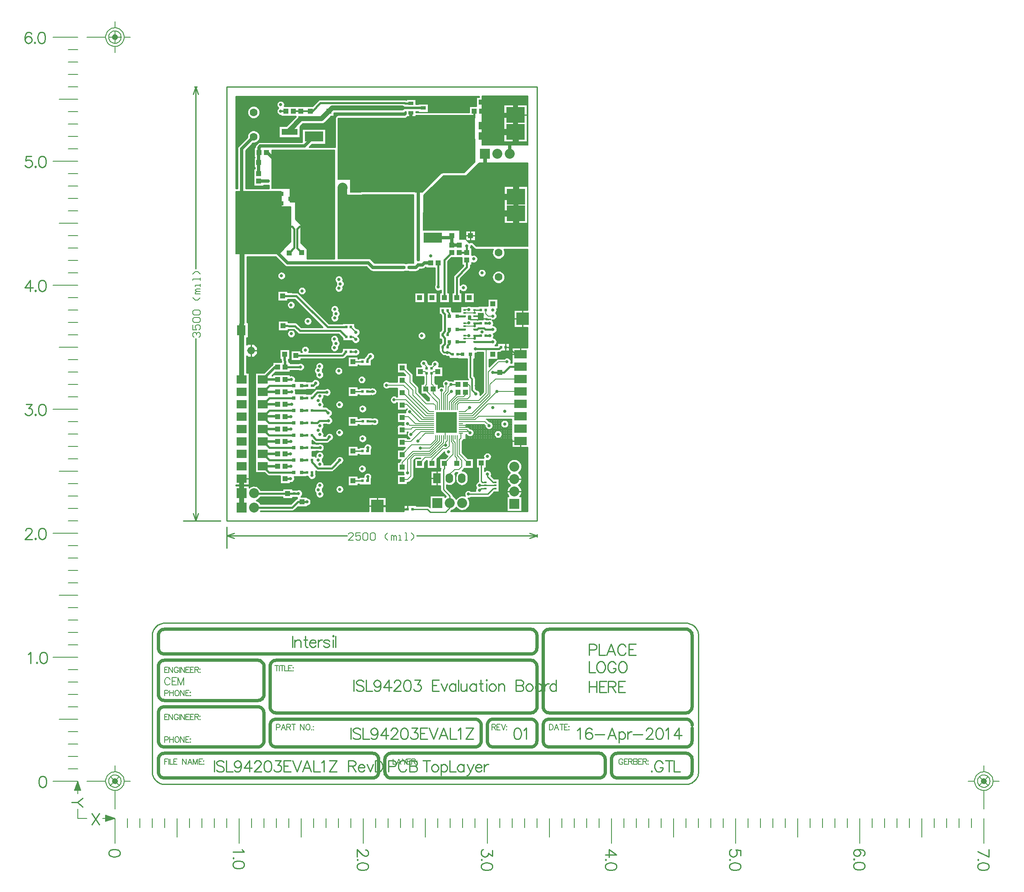
<source format=gtl>
%FSLAX24Y24*%
%MOIN*%
G70*
G01*
G75*
%ADD10C,0.0100*%
%ADD11C,0.0080*%
%ADD12R,0.0217X0.0197*%
%ADD13R,0.0390X0.0270*%
%ADD14R,0.0400X0.0400*%
%ADD15R,0.0236X0.0315*%
%ADD16R,0.0079X0.0374*%
%ADD17R,0.0360X0.0360*%
%ADD18R,0.0500X0.0360*%
%ADD19R,0.0315X0.0236*%
%ADD20R,0.0394X0.0394*%
%ADD21R,0.3500X0.4500*%
%ADD22R,0.0700X0.0820*%
%ADD23R,0.1500X0.0820*%
%ADD24R,0.0197X0.0217*%
%ADD25R,0.1299X0.0512*%
%ADD26R,0.2000X0.2000*%
%ADD27R,0.0600X0.0600*%
%ADD28R,0.0512X0.1299*%
%ADD29R,0.0315X0.0315*%
%ADD30R,0.0315X0.0315*%
%ADD31R,0.0236X0.0157*%
%ADD32R,0.1693X0.1693*%
%ADD33R,0.0374X0.0079*%
%ADD34C,0.0200*%
%ADD35C,0.0400*%
%ADD36C,0.0250*%
%ADD37C,0.0150*%
%ADD38C,0.0120*%
%ADD39C,0.0500*%
%ADD40C,0.0750*%
%ADD41C,0.0300*%
%ADD42C,0.0090*%
%ADD43R,0.1980X0.2640*%
%ADD44R,0.0510X0.0630*%
%ADD45C,0.0060*%
%ADD46C,0.0050*%
%ADD47O,0.0600X0.0800*%
%ADD48R,0.0600X0.0800*%
%ADD49C,0.0250*%
%ADD50C,0.0630*%
%ADD51R,0.1000X0.0650*%
%ADD52C,0.0800*%
%ADD53R,0.0800X0.0800*%
%ADD54C,0.0600*%
%ADD55R,0.0800X0.0650*%
%ADD56R,0.1500X0.1250*%
%ADD57P,0.0650X8X0*%
%ADD58R,0.1500X0.2500*%
%ADD59R,0.1000X0.1000*%
D10*
X95130Y103657D02*
X95025Y103678D01*
X95168Y103638D02*
X95130Y103657D01*
X95168Y103638D02*
X95130Y103657D01*
X95025Y103678D01*
X88240D02*
X88135Y103657D01*
X88046Y103598D01*
X88240Y103678D02*
X88134Y103657D01*
X88045Y103597D01*
X94835Y102588D02*
X94930Y102600D01*
X95020Y102634D01*
X95100Y102688D01*
X95130Y102506D02*
X95061Y102458D01*
X95130Y102506D02*
X95061Y102458D01*
X95130Y102506D02*
X95061Y102458D01*
X95130Y102506D02*
X95061Y102458D01*
X95130Y102506D02*
X95061Y102458D01*
X89675Y102423D02*
X89583Y102405D01*
X89505Y102353D01*
X89453Y102275D01*
X89435Y102183D01*
X89675Y102423D02*
X89583Y102405D01*
X89505Y102353D01*
X89453Y102275D01*
X89435Y102183D01*
X88326Y101732D02*
X88431Y101746D01*
X88528Y101787D01*
X88611Y101851D01*
X88326Y101732D02*
X88431Y101746D01*
X88528Y101787D01*
X88611Y101851D01*
X89435Y99840D02*
X89395Y99843D01*
X89435Y99840D02*
X89395Y99843D01*
X85334Y103133D02*
X85360Y103260D01*
X85344Y103361D01*
X85297Y103452D01*
X85224Y103524D01*
X85133Y103570D01*
X85031Y103585D01*
X84930Y103567D01*
X84840Y103520D01*
X84769Y103446D01*
X84724Y103354D01*
X84710Y103253D01*
X84728Y103152D01*
X84777Y103062D01*
X84851Y102991D01*
X84781Y102926D01*
X84733Y102844D01*
X84711Y102751D01*
X84717Y102655D01*
X84751Y102566D01*
X84809Y102490D01*
X84887Y102434D01*
X84977Y102403D01*
X85073Y102400D01*
X83374Y102653D02*
X83364Y102754D01*
X83335Y102850D01*
X83288Y102939D01*
X83223Y103017D01*
X83145Y103082D01*
X83056Y103129D01*
X82960Y103158D01*
X82859Y103168D01*
X82759Y103158D01*
X82662Y103129D01*
X82573Y103082D01*
X82495Y103017D01*
X82431Y102939D01*
X82384Y102850D01*
X82354Y102754D01*
X82344Y102653D01*
X82354Y102553D01*
X82384Y102456D01*
X82431Y102367D01*
X82495Y102289D01*
X82573Y102225D01*
X82662Y102178D01*
X82759Y102148D01*
X82859Y102138D01*
X82960Y102148D01*
X83056Y102178D01*
X83145Y102225D01*
X83223Y102289D01*
X83288Y102367D01*
X83335Y102456D01*
X83364Y102553D01*
X83374Y102653D01*
Y100685D02*
X83365Y100782D01*
X83337Y100877D01*
X83292Y100964D01*
X83231Y101041D01*
X83157Y101105D01*
X83072Y101154D01*
X82979Y101186D01*
X82882Y101199D01*
X82784Y101194D01*
X82689Y101171D01*
X82600Y101130D01*
X82520Y101072D01*
X82453Y101001D01*
X82400Y100918D01*
X82364Y100827D01*
X82346Y100730D01*
X82347Y100632D01*
X83395Y100248D02*
X83311Y100237D01*
X83232Y100205D01*
X83165Y100153D01*
X82807Y100173D02*
X82902Y100172D01*
X82996Y100188D01*
X83086Y100222D01*
X83167Y100272D01*
X83238Y100336D01*
X83296Y100412D01*
X83339Y100498D01*
X83365Y100590D01*
X83374Y100685D01*
X83395Y100248D02*
X83311Y100237D01*
X83232Y100205D01*
X83165Y100153D01*
X84025Y96768D02*
X84085Y96774D01*
X84025Y96768D02*
X84085Y96774D01*
X83047Y100035D02*
X82979Y99936D01*
X82952Y99819D01*
X83047Y100035D02*
X82979Y99936D01*
X82952Y99819D01*
X81655Y99940D02*
X81603Y99873D01*
X81571Y99795D01*
X81560Y99710D01*
X81655Y99940D02*
X81603Y99873D01*
X81571Y99795D01*
X81560Y99710D01*
X103100Y91323D02*
X103090Y91421D01*
X103063Y91516D01*
X103017Y91603D01*
X102153D02*
X102107Y91514D01*
X102079Y91417D01*
X102070Y91317D01*
X102081Y91217D01*
X102111Y91121D01*
X102160Y91033D01*
X102224Y90956D01*
X102302Y90893D01*
X102391Y90846D01*
X102488Y90817D01*
X102588Y90808D01*
X102688Y90819D01*
X102784Y90848D01*
X102873Y90896D01*
X102950Y90960D01*
X103014Y91038D01*
X103061Y91127D01*
X103090Y91223D01*
X103100Y91323D01*
Y89355D02*
X103090Y89455D01*
X103061Y89552D01*
X103013Y89641D01*
X102949Y89719D01*
X102871Y89783D01*
X102782Y89830D01*
X102685Y89860D01*
X102585Y89870D01*
X102484Y89860D01*
X102388Y89830D01*
X102299Y89783D01*
X102221Y89719D01*
X102157Y89641D01*
X102109Y89552D01*
X102080Y89455D01*
X102070Y89355D01*
X102080Y89254D01*
X102109Y89158D01*
X102157Y89069D01*
X102221Y88990D01*
X102299Y88926D01*
X102388Y88879D01*
X102484Y88850D01*
X102585Y88840D01*
X102685Y88850D01*
X102782Y88879D01*
X102871Y88926D01*
X102949Y88990D01*
X103013Y89069D01*
X103061Y89158D01*
X103090Y89254D01*
X103100Y89355D01*
X102450Y86703D02*
X102431Y86813D01*
X102343Y86462D02*
X102401Y86532D01*
X102437Y86614D01*
X102450Y86703D01*
X102460Y86213D02*
X102446Y86307D01*
X102406Y86392D01*
X102343Y86462D01*
X100626Y91673D02*
X100704Y91621D01*
X100796Y91603D01*
X100626Y91673D02*
X100704Y91621D01*
X100796Y91603D01*
X101590Y89693D02*
X101574Y89794D01*
X101528Y89884D01*
X101456Y89956D01*
X101365Y90002D01*
X101265Y90018D01*
X101165Y90002D01*
X101074Y89956D01*
X101002Y89884D01*
X100956Y89794D01*
X100940Y89693D01*
X100956Y89593D01*
X101002Y89502D01*
X101074Y89430D01*
X101165Y89384D01*
X101265Y89368D01*
X101365Y89384D01*
X101456Y89430D01*
X101528Y89502D01*
X101574Y89593D01*
X101590Y89693D01*
X100360Y91863D02*
X100358Y91901D01*
X100337Y91743D02*
X100360Y91863D01*
X100910Y90833D02*
X100896Y90927D01*
X100856Y91013D01*
X100792Y91083D01*
X100711Y91133D01*
X100619Y91156D01*
X100525Y91152D01*
X100435Y91121D01*
Y90545D02*
X100525Y90514D01*
X100619Y90510D01*
X100711Y90534D01*
X100792Y90583D01*
X100856Y90653D01*
X100896Y90739D01*
X100910Y90833D01*
X100229Y89969D02*
X100289Y90058D01*
X100310Y90163D01*
X100229Y89968D02*
X100289Y90058D01*
X100310Y90163D01*
X101570Y85993D02*
X101564Y86053D01*
X101325Y86392D02*
X101342Y86303D01*
X101325Y86392D02*
X101342Y86303D01*
X101574Y86043D02*
X101652Y85991D01*
X101744Y85973D01*
X101574Y86043D02*
X101652Y85991D01*
X101744Y85973D01*
X101342Y86303D02*
X101232Y86318D01*
X101123Y86295D01*
X101029Y86236D01*
X100960Y86149D01*
X103568Y82425D02*
X103590Y82543D01*
X102641Y83298D02*
X102747Y83319D01*
X102836Y83379D01*
X102641Y83298D02*
X102746Y83319D01*
X102836Y83379D01*
X103590Y82543D02*
X103576Y82636D01*
X103537Y82721D01*
X103475Y82791D01*
X103396Y82840D01*
X103306Y82866D01*
X103212Y82864D01*
X103123Y82836D01*
X103046Y82783D01*
X102595D02*
X102535Y82776D01*
X102595Y82783D02*
X102535Y82776D01*
X102448Y82733D01*
X102535Y82776D02*
X102448Y82733D01*
X102052Y85899D02*
X102150Y85888D01*
X102247Y85908D01*
X102333Y85956D01*
X102401Y86027D01*
X102445Y86116D01*
X102460Y86213D01*
X102164Y84809D02*
X102257Y84832D01*
X102340Y84881D01*
X102405Y84952D01*
X102446Y85038D01*
X102460Y85133D01*
X102190Y85633D02*
X102174Y85735D01*
X102126Y85827D01*
X102052Y85899D01*
X102460Y85133D02*
X102444Y85233D01*
X102399Y85323D01*
X102328Y85395D01*
X102238Y85441D01*
X102139Y85458D01*
X101916Y85973D02*
X101948Y85947D01*
X101862Y85958D01*
X101777Y85946D01*
X101567D02*
X101570Y85993D01*
X102139Y85458D02*
X102177Y85542D01*
X102190Y85633D01*
X102460Y84133D02*
X102445Y84230D01*
X102402Y84319D01*
X102334Y84390D01*
X102248Y84438D01*
X102152Y84458D01*
X102291Y83848D02*
X102381Y83921D01*
X102440Y84020D01*
X102460Y84133D01*
X102210Y84643D02*
X102198Y84729D01*
X102164Y84809D01*
X102152Y84458D02*
X102195Y84546D01*
X102210Y84643D01*
X100366Y85927D02*
X100324Y85951D01*
X100250Y85975D01*
X100172Y85981D01*
X100681Y83253D02*
X100799Y83254D01*
X100908Y83298D01*
X101100Y79944D02*
X101087Y80036D01*
X101048Y80120D01*
X100988Y80190D01*
X100910Y80240D01*
X100821Y80266D01*
X101079Y79831D02*
X101100Y79944D01*
X100725Y81143D02*
X100705Y81243D01*
X100649Y81327D01*
X100725Y81143D02*
X100705Y81243D01*
X100649Y81327D01*
X99031Y89548D02*
X98971Y89459D01*
X98950Y89353D01*
X99031Y89548D02*
X98971Y89458D01*
X98950Y89353D01*
X100366Y86996D02*
X100282Y87036D01*
X100189Y87049D01*
X100097Y87036D01*
X100012Y86996D01*
X100081Y88512D02*
X100065Y88611D01*
X100020Y88701D01*
X99950Y88773D01*
X99862Y88820D01*
X99763Y88837D01*
X99664Y88824D01*
X99573Y88781D01*
X99500Y88713D01*
Y88312D02*
X99573Y88243D01*
X99664Y88201D01*
X99763Y88187D01*
X99862Y88205D01*
X99950Y88252D01*
X100020Y88324D01*
X100065Y88413D01*
X100081Y88512D01*
X97465Y88736D02*
X97424Y88643D01*
X97415Y88541D01*
X97438Y88441D01*
X97491Y88354D01*
X97568Y88287D01*
X97662Y88248D01*
X97763Y88239D01*
X97863Y88262D01*
X97950Y88315D01*
X96555Y90039D02*
X96674Y90111D01*
X96555Y90039D02*
X96674Y90111D01*
X98845Y86564D02*
X98798Y86628D01*
X98845Y86564D02*
X98798Y86628D01*
X98021Y83099D02*
X98106Y83043D01*
X98205Y83023D01*
X98280D02*
X98369Y82976D01*
X98469Y82958D01*
X98569Y82972D01*
X98021Y83099D02*
X98106Y83043D01*
X98205Y83023D01*
X100064Y81284D02*
X100083Y81185D01*
X100140Y81101D01*
X100064Y81284D02*
X100083Y81185D01*
X100140Y81101D01*
X98922Y80966D02*
X98825Y81008D01*
X98719Y81017D01*
X98616Y80991D01*
X98538Y81054D01*
X98444Y81091D01*
X98344Y81097D01*
X98247Y81072D01*
X98162Y81019D01*
X98097Y80942D01*
X98059Y80849D01*
X98051Y80749D01*
X98074Y80652D01*
X98125Y80565D01*
Y80518D02*
X98017Y80545D01*
X97906Y80534D01*
X97805Y80486D01*
X97726Y80407D01*
X96730Y84633D02*
X96718Y84721D01*
X96683Y84802D01*
X96627Y84870D01*
X96555Y84921D01*
Y84345D02*
X96627Y84396D01*
X96683Y84465D01*
X96718Y84546D01*
X96730Y84633D01*
X97834Y83390D02*
X97854Y83293D01*
X97910Y83210D01*
X97834Y83390D02*
X97854Y83293D01*
X97910Y83210D01*
X97745Y82153D02*
X97786Y82239D01*
X97800Y82333D01*
X97539Y80733D02*
X97496Y80792D01*
X97539Y80733D02*
X97496Y80792D01*
X97800Y82333D02*
X97786Y82428D01*
X97744Y82515D01*
X97680Y82585D01*
X97597Y82634D01*
X97504Y82657D01*
X97408Y82651D01*
X97318Y82618D01*
X97242Y82560D01*
X97186Y82482D01*
X97155Y82391D01*
X97152Y82295D01*
X96890Y82408D02*
X96870Y82506D01*
X96820Y82594D01*
X96746Y82663D01*
X96655Y82705D01*
X96555Y82718D01*
X96450Y90022D02*
X96570Y90045D01*
X96674Y90111D01*
X96450Y90022D02*
X96570Y90045D01*
X96674Y90111D01*
X95925Y89818D02*
X96010Y89829D01*
X96089Y89863D01*
X96157Y89915D01*
X95925Y89818D02*
X96010Y89829D01*
X96089Y89863D01*
X96157Y89915D01*
X95335Y89825D02*
X95401Y89818D01*
X96730Y84633D02*
X96714Y84734D01*
X96668Y84824D01*
X96596Y84896D01*
X96505Y84942D01*
X96405Y84958D01*
X96305Y84942D01*
X96214Y84896D01*
X96142Y84824D01*
X96096Y84734D01*
X96080Y84633D01*
X96096Y84533D01*
X96142Y84442D01*
X96214Y84370D01*
X96305Y84324D01*
X96405Y84308D01*
X96505Y84324D01*
X96596Y84370D01*
X96668Y84442D01*
X96714Y84533D01*
X96730Y84633D01*
X96890Y82408D02*
X96871Y82504D01*
X96824Y82589D01*
X96754Y82658D01*
X96667Y82702D01*
X96570Y82718D01*
X96473Y82705D01*
X96385Y82663D01*
X96312Y82597D01*
X96263Y82513D01*
X96241Y82418D01*
X96248Y82320D01*
X96284Y82229D01*
X96346Y82153D01*
X96557Y80804D02*
X96508Y80733D01*
X96557Y80804D02*
X96508Y80733D01*
X96155Y80413D02*
X96137Y80505D01*
X96085Y80583D01*
X96155Y80413D02*
X96137Y80505D01*
X96085Y80583D01*
X95695Y81428D02*
X95677Y81520D01*
X95625Y81598D01*
X95695Y81428D02*
X95677Y81520D01*
X95625Y81598D01*
X95215Y78741D02*
X95141Y78652D01*
X95106Y78555D01*
X95103Y78452D01*
X94968Y89818D02*
X95035Y89825D01*
X94535Y89818D02*
X94615Y89808D01*
X94695Y89818D01*
X92235Y89913D02*
X92302Y89862D01*
X92381Y89829D01*
X92465Y89818D01*
X92235Y89913D02*
X92302Y89862D01*
X92381Y89829D01*
X92465Y89818D01*
X92347Y82666D02*
X92448Y82708D01*
X92529Y82780D01*
X92582Y82876D01*
X92600Y82983D01*
X91430Y84913D02*
X91416Y85007D01*
X91376Y85093D01*
X91312Y85164D01*
X91231Y85213D01*
X91139Y85236D01*
X91231Y84614D02*
X91312Y84663D01*
X91376Y84733D01*
X91416Y84819D01*
X91430Y84913D01*
X91410Y84323D02*
X91398Y84412D01*
X91362Y84494D01*
X91305Y84563D01*
X91231Y84614D01*
X92600Y82983D02*
X92583Y83087D01*
X92534Y83179D01*
X92458Y83252D01*
X92363Y83296D01*
X92259Y83308D01*
X92156Y83286D01*
X92066Y83232D01*
X91997Y83152D01*
X91958Y83055D01*
X91410Y83323D02*
X91394Y83424D01*
X91347Y83515D01*
X91275Y83587D01*
X91184Y83633D01*
X91083Y83648D01*
X90982Y83631D01*
Y83015D02*
X91083Y82998D01*
X91184Y83013D01*
X91275Y83059D01*
X91347Y83131D01*
X91394Y83222D01*
X91410Y83323D01*
X91831Y82928D02*
X91768Y82831D01*
X91831Y82928D02*
X91768Y82831D01*
X93784Y80893D02*
X93701Y80948D01*
X93605Y80976D01*
X93505Y80973D01*
X93411Y80940D01*
X93332Y80879D01*
X93274Y80798D01*
X93244Y80703D01*
Y80603D01*
X93274Y80508D01*
X93332Y80427D01*
X93411Y80367D01*
X93505Y80334D01*
X93605Y80331D01*
X93701Y80358D01*
X93784Y80413D01*
X92688Y80336D02*
X92610Y80407D01*
X92513Y80449D01*
X92408Y80457D01*
X92306Y80431D01*
X92247Y80398D01*
X92790Y80123D02*
X92763Y80241D01*
X92688Y80336D01*
X94394Y79713D02*
X94311Y79768D01*
X94215Y79796D01*
X94115Y79793D01*
X94021Y79760D01*
X93942Y79699D01*
X93884Y79618D01*
X93854Y79523D01*
Y79423D01*
X93884Y79328D01*
X93942Y79247D01*
X94021Y79187D01*
X94115Y79154D01*
X94215Y79151D01*
X94311Y79178D01*
X94394Y79233D01*
X92631Y79874D02*
X92715Y79934D01*
X92770Y80021D01*
X92790Y80123D01*
X92333Y79824D02*
X92436Y79808D01*
X92539Y79825D01*
X92631Y79874D01*
X92279Y79848D02*
X92333Y79824D01*
X91900Y81083D02*
X91884Y81184D01*
X91838Y81274D01*
X91766Y81346D01*
X91675Y81392D01*
X91575Y81408D01*
X91475Y81392D01*
X91384Y81346D01*
X91312Y81274D01*
X91266Y81184D01*
X91250Y81083D01*
X91266Y80983D01*
X91312Y80892D01*
X91384Y80820D01*
X91475Y80774D01*
X91575Y80758D01*
X91675Y80774D01*
X91766Y80820D01*
X91838Y80892D01*
X91884Y80983D01*
X91900Y81083D01*
X95278Y76872D02*
X95238Y76805D01*
X95215Y76730D01*
X95211Y76652D01*
X95231Y76557D01*
X95279Y76473D01*
X95350Y76406D01*
X95437Y76363D01*
X94959Y77652D02*
X94940Y77552D01*
X94953Y77452D01*
X94811D02*
X94722Y77484D01*
X94628D01*
X94538Y77452D01*
X94463Y77389D01*
X94415Y77303D01*
X94400Y77213D01*
X94415Y77124D01*
X94645Y74583D02*
X94578Y74452D01*
X94645Y74583D02*
X94578Y74452D01*
X95695Y73132D02*
X95747Y73210D01*
X95765Y73302D01*
X95695Y73132D02*
X95747Y73210D01*
X95765Y73302D01*
X96995Y70859D02*
X96860Y70898D01*
X96995Y70859D02*
X96860Y70898D01*
X95275Y72812D02*
X95367Y72830D01*
X95445Y72882D01*
X95275Y72812D02*
X95367Y72830D01*
X95445Y72882D01*
X94930Y73652D02*
X94921Y73551D01*
X94943Y73452D01*
X92940Y77713D02*
X92926Y77808D01*
X92885Y77895D01*
X92820Y77965D01*
X92738Y78014D01*
X92644Y78037D01*
X92549Y78031D01*
X92459Y77998D01*
X92427Y77448D02*
X92517Y77403D01*
X92617Y77388D01*
X92717Y77405D01*
X92807Y77451D01*
X92878Y77523D01*
X92924Y77613D01*
X92940Y77713D01*
X91960Y78733D02*
X91944Y78834D01*
X91898Y78924D01*
X91826Y78996D01*
X91735Y79042D01*
X91635Y79058D01*
X91535Y79042D01*
X91444Y78996D01*
X91372Y78924D01*
X91326Y78834D01*
X91310Y78733D01*
X91326Y78633D01*
X91372Y78542D01*
X91444Y78470D01*
X91535Y78424D01*
X91635Y78408D01*
X91735Y78424D01*
X91826Y78470D01*
X91898Y78542D01*
X91944Y78633D01*
X91960Y78733D01*
X91960Y76333D02*
X91944Y76433D01*
X91897Y76524D01*
X91826Y76596D01*
X91735Y76642D01*
X91635Y76658D01*
X91534Y76642D01*
X91444Y76596D01*
X91372Y76524D01*
X91325Y76433D01*
X91310Y76333D01*
X91325Y76232D01*
X91372Y76142D01*
X91444Y76070D01*
X91534Y76024D01*
X91635Y76008D01*
X91735Y76024D01*
X91826Y76070D01*
X91897Y76142D01*
X91944Y76232D01*
X91960Y76333D01*
X92380Y75613D02*
X92365Y75712D01*
X92320Y75801D01*
X92250Y75873D01*
X92162Y75920D01*
X92064Y75938D01*
X91965Y75925D01*
X91874Y75883D01*
X91801Y75816D01*
X91751Y75729D01*
X91730Y75631D01*
X92333Y75445D02*
X92368Y75526D01*
X92380Y75613D01*
X92333Y73113D02*
X92361Y73186D01*
X92370Y73263D01*
X92356Y73357D01*
X92315Y73444D01*
X92251Y73514D01*
X92169Y73563D01*
X92077Y73587D01*
X91982Y73582D01*
X91892Y73550D01*
X91815Y73493D01*
X91758Y73416D01*
X91726Y73327D01*
X91721Y73231D01*
X91930Y73903D02*
X91914Y74004D01*
X91868Y74094D01*
X91796Y74166D01*
X91705Y74212D01*
X91605Y74228D01*
X91505Y74212D01*
X91414Y74166D01*
X91342Y74094D01*
X91296Y74004D01*
X91280Y73903D01*
X91296Y73803D01*
X91342Y73712D01*
X91414Y73640D01*
X91505Y73594D01*
X91605Y73578D01*
X91705Y73594D01*
X91796Y73640D01*
X91868Y73712D01*
X91914Y73803D01*
X91930Y73903D01*
X90036Y89069D02*
X90050Y89163D01*
X90160Y88813D02*
X90145Y88910D01*
X90103Y88997D01*
X90036Y89069D01*
Y88558D02*
X90103Y88629D01*
X90145Y88717D01*
X90160Y88813D01*
X90050Y88463D02*
X90036Y88558D01*
X90050Y89163D02*
X90034Y89263D01*
X89989Y89353D01*
X89918Y89424D01*
X89829Y89471D01*
X89730Y89488D01*
X89630Y89474D01*
X89539Y89430D01*
X89467Y89360D01*
X89419Y89272D01*
X89400Y89173D01*
X89413Y89073D01*
X89455Y88982D01*
X89524Y88908D01*
Y88719D02*
X89455Y88645D01*
X89413Y88554D01*
X89400Y88454D01*
X89419Y88355D01*
X89467Y88266D01*
X89539Y88196D01*
X89630Y88152D01*
X89730Y88138D01*
X89829Y88155D01*
X89918Y88202D01*
X89989Y88274D01*
X90034Y88364D01*
X90050Y88463D01*
X89696Y86669D02*
X89710Y86763D01*
X89820Y86413D02*
X89805Y86510D01*
X89763Y86597D01*
X89696Y86669D01*
Y86158D02*
X89763Y86229D01*
X89805Y86317D01*
X89820Y86413D01*
X89710Y86763D02*
X89694Y86863D01*
X89649Y86953D01*
X89578Y87024D01*
X89489Y87071D01*
X89390Y87088D01*
X89290Y87074D01*
X89199Y87030D01*
X89127Y86960D01*
X89079Y86872D01*
X89060Y86773D01*
X89073Y86673D01*
X89115Y86581D01*
X89184Y86508D01*
Y86319D02*
X89115Y86245D01*
X89073Y86154D01*
X89060Y86054D01*
X89079Y85955D01*
X89127Y85866D01*
X89199Y85796D01*
X89290Y85752D01*
X89390Y85738D01*
X89489Y85755D01*
X89578Y85802D01*
X89649Y85874D01*
X89694Y85964D01*
X89710Y86063D01*
X89696Y86158D01*
X89700Y84363D02*
X89684Y84463D01*
X89639Y84553D01*
X89568Y84624D01*
X89479Y84671D01*
X89380Y84688D01*
X89280Y84674D01*
X89189Y84630D01*
X89117Y84560D01*
X89069Y84472D01*
X89050Y84373D01*
X89063Y84273D01*
X89105Y84181D01*
X89174Y84108D01*
X90775Y84225D02*
X90821Y84134D01*
X90892Y84061D01*
X90983Y84015D01*
X91084Y83998D01*
X91184Y84014D01*
X91275Y84060D01*
X91348Y84132D01*
X91394Y84222D01*
X91410Y84323D01*
X90021Y82768D02*
X90127Y82789D01*
X90216Y82849D01*
X90021Y82768D02*
X90126Y82789D01*
X90216Y82849D01*
X89686Y84269D02*
X89700Y84363D01*
X89810Y84013D02*
X89795Y84110D01*
X89753Y84197D01*
X89686Y84269D01*
Y83758D02*
X89753Y83829D01*
X89795Y83917D01*
X89810Y84013D01*
X90040Y81793D02*
X90024Y81894D01*
X89978Y81984D01*
X89906Y82056D01*
X89815Y82102D01*
X89715Y82118D01*
X89615Y82102D01*
X89524Y82056D01*
X89452Y81984D01*
X89406Y81894D01*
X89390Y81793D01*
X89406Y81693D01*
X89452Y81602D01*
X89524Y81530D01*
X89615Y81484D01*
X89715Y81468D01*
X89815Y81484D01*
X89906Y81530D01*
X89978Y81602D01*
X90024Y81693D01*
X90040Y81793D01*
X89524Y88908D02*
X89510Y88813D01*
X89524Y88719D01*
X89184Y86508D02*
X89170Y86413D01*
X89184Y86319D01*
X89700Y83663D02*
X89686Y83758D01*
X89174Y83919D02*
X89105Y83845D01*
X89063Y83754D01*
X89050Y83654D01*
X89069Y83555D01*
X89117Y83466D01*
X89189Y83396D01*
X89280Y83352D01*
X89380Y83338D01*
X89479Y83355D01*
X89568Y83402D01*
X89639Y83474D01*
X89684Y83564D01*
X89700Y83663D01*
X89174Y84108D02*
X89160Y84013D01*
X89174Y83919D01*
X88376Y81918D02*
X88443Y81989D01*
X88485Y82077D01*
X88500Y82173D01*
Y81473D02*
X88485Y81570D01*
X88443Y81657D01*
X88376Y81729D01*
X88390Y81823D02*
X88376Y81918D01*
Y81729D02*
X88390Y81823D01*
X88500Y82173D02*
X88484Y82273D01*
X88439Y82363D01*
X88367Y82435D01*
X88278Y82482D01*
X88178Y82498D01*
X88078Y82483D01*
X87987Y82438D01*
X87915Y82368D01*
X87867Y82278D01*
X87850Y82179D01*
X87864Y82079D01*
X87797Y82007D01*
X87755Y81920D01*
X87740Y81823D01*
X87755Y81727D01*
X87797Y81639D01*
X87864Y81568D01*
X87850Y81468D01*
X87867Y81368D01*
X87915Y81278D01*
X87987Y81208D01*
X88078Y81163D01*
X88178Y81148D01*
X88278Y81165D01*
X88367Y81211D01*
X88439Y81283D01*
X88484Y81373D01*
X88500Y81473D01*
X87927Y80496D02*
X88028Y80538D01*
X88109Y80610D01*
X88162Y80706D01*
X88180Y80813D01*
X88000Y80348D02*
X87895Y80327D01*
X87806Y80268D01*
X88180Y80813D02*
X88166Y80908D01*
X88124Y80995D01*
X88059Y81066D01*
X87976Y81115D01*
X87883Y81137D01*
X87787Y81131D01*
X87697Y81097D01*
X87621Y81038D01*
X87565Y80960D01*
X88000Y80348D02*
X87894Y80327D01*
X87805Y80267D01*
X90100Y79083D02*
X90084Y79184D01*
X90038Y79274D01*
X89966Y79346D01*
X89875Y79392D01*
X89775Y79408D01*
X89675Y79392D01*
X89584Y79346D01*
X89512Y79274D01*
X89466Y79184D01*
X89450Y79083D01*
X89466Y78983D01*
X89512Y78892D01*
X89584Y78820D01*
X89675Y78774D01*
X89775Y78758D01*
X89875Y78774D01*
X89966Y78820D01*
X90038Y78892D01*
X90084Y78983D01*
X90100Y79083D01*
Y76823D02*
X90084Y76924D01*
X90038Y77014D01*
X89966Y77086D01*
X89875Y77132D01*
X89775Y77148D01*
X89675Y77132D01*
X89584Y77086D01*
X89512Y77014D01*
X89466Y76924D01*
X89450Y76823D01*
X89466Y76723D01*
X89512Y76632D01*
X89584Y76560D01*
X89675Y76514D01*
X89775Y76498D01*
X89875Y76514D01*
X89966Y76560D01*
X90038Y76632D01*
X90084Y76723D01*
X90100Y76823D01*
X89857Y74276D02*
X89958Y74318D01*
X90039Y74390D01*
X90092Y74486D01*
X90110Y74593D01*
X90093Y74697D01*
X90044Y74789D01*
X89968Y74862D01*
X89873Y74906D01*
X89769Y74918D01*
X89666Y74896D01*
X89576Y74842D01*
X89507Y74762D01*
X89468Y74665D01*
X90120Y72253D02*
X90104Y72354D01*
X90058Y72444D01*
X89986Y72516D01*
X89895Y72562D01*
X89795Y72578D01*
X89695Y72562D01*
X89604Y72516D01*
X89532Y72444D01*
X89486Y72354D01*
X89470Y72253D01*
X89486Y72153D01*
X89532Y72062D01*
X89604Y71990D01*
X89695Y71944D01*
X89795Y71928D01*
X89895Y71944D01*
X89986Y71990D01*
X90058Y72062D01*
X90104Y72153D01*
X90120Y72253D01*
X89090Y80073D02*
X89075Y80171D01*
X89031Y80259D01*
X88963Y80331D01*
X88877Y80378D01*
X88780Y80398D01*
X88682Y80387D01*
X88592Y80348D01*
Y79798D02*
X88682Y79759D01*
X88780Y79749D01*
X88877Y79768D01*
X88963Y79816D01*
X89031Y79887D01*
X89075Y79976D01*
X89090Y80073D01*
X88986Y78098D02*
X89073Y78145D01*
X89141Y78217D01*
X89185Y78305D01*
X89200Y78403D01*
X89182Y78511D01*
X89129Y78606D01*
X89048Y78678D01*
X88947Y78720D01*
X89230Y77783D02*
X89212Y77888D01*
X89162Y77982D01*
X89084Y78055D01*
X88986Y78098D01*
X88732Y77508D02*
X88822Y77469D01*
X88920Y77459D01*
X89017Y77478D01*
X89103Y77526D01*
X89171Y77597D01*
X89215Y77686D01*
X89230Y77783D01*
X88510Y79763D02*
X88508Y79798D01*
X88855Y78812D02*
X88765Y78872D01*
X88660Y78893D01*
X88854Y78813D02*
X88765Y78872D01*
X88660Y78893D01*
X89290Y76463D02*
X89273Y76567D01*
X89224Y76659D01*
X89148Y76732D01*
X89053Y76776D01*
X88949Y76788D01*
X88846Y76766D01*
X88756Y76712D01*
X88687Y76632D01*
X88648Y76535D01*
X89037Y76146D02*
X89138Y76188D01*
X89219Y76260D01*
X89272Y76356D01*
X89290Y76463D01*
X88755Y75978D02*
X88861Y76000D01*
X88950Y76059D01*
X88755Y75978D02*
X88861Y75999D01*
X88950Y76059D01*
X88462Y78893D02*
X88498Y78975D01*
X88510Y79063D01*
X88386Y79508D02*
X88453Y79579D01*
X88495Y79667D01*
X88510Y79763D01*
Y79063D02*
X88495Y79160D01*
X88453Y79247D01*
X88386Y79319D01*
X88510Y77363D02*
X88501Y77438D01*
X88476Y77508D01*
X88386Y77108D02*
X88453Y77179D01*
X88495Y77267D01*
X88510Y77363D01*
Y76663D02*
X88495Y76760D01*
X88453Y76847D01*
X88386Y76919D01*
X88400Y79413D02*
X88386Y79508D01*
Y79319D02*
X88400Y79413D01*
Y77013D02*
X88386Y77108D01*
Y76919D02*
X88400Y77013D01*
X88481Y76529D02*
X88510Y76663D01*
X88540Y75613D02*
X88525Y75709D01*
X88483Y75797D01*
X88417Y75868D01*
X88332Y75916D01*
X88237Y75937D01*
X88140Y75929D01*
X88050Y75893D01*
X88034Y75343D02*
X88125Y75301D01*
X88224Y75288D01*
X88322Y75306D01*
X88410Y75353D01*
X88480Y75425D01*
X88525Y75514D01*
X88540Y75613D01*
X87714Y76059D02*
X87803Y75999D01*
X87908Y75978D01*
X87713Y76059D02*
X87803Y76000D01*
X87908Y75978D01*
X88386Y74708D02*
X88453Y74779D01*
X88495Y74867D01*
X88510Y74963D01*
X89145Y73678D02*
X89250Y73699D01*
X89340Y73759D01*
X89145Y73678D02*
X89250Y73699D01*
X89339Y73759D01*
X88400Y74613D02*
X88386Y74708D01*
Y74519D02*
X88400Y74613D01*
X88510Y74263D02*
X88495Y74360D01*
X88453Y74447D01*
X88386Y74519D01*
X88508Y74228D02*
X88510Y74263D01*
X88386Y72308D02*
X88453Y72379D01*
X88495Y72467D01*
X88510Y72563D01*
X88400Y72213D02*
X88386Y72308D01*
Y72119D02*
X88400Y72213D01*
X88510Y71863D02*
X88495Y71960D01*
X88453Y72047D01*
X88386Y72119D01*
X88510Y74963D02*
X88494Y75063D01*
X88449Y75153D01*
X88377Y75225D01*
X88288Y75272D01*
X88188Y75288D01*
X88088Y75273D01*
X87997Y75228D01*
X87925Y75158D01*
X87877Y75068D01*
X87860Y74969D01*
X87874Y74869D01*
X87842Y73748D02*
X87927Y73696D01*
X88025Y73678D01*
X87842Y73748D02*
X87927Y73696D01*
X88025Y73678D01*
X87874Y74869D02*
X87842Y74840D01*
X87880Y73363D02*
X87870Y73442D01*
X87842Y73515D01*
X87565Y73038D02*
X87663Y73057D01*
X87751Y73104D01*
X87820Y73175D01*
X87865Y73265D01*
X87880Y73363D01*
X88510Y72563D02*
X88494Y72663D01*
X88449Y72753D01*
X88377Y72825D01*
X88288Y72872D01*
X88188Y72888D01*
X88088Y72873D01*
X87997Y72828D01*
X87925Y72758D01*
X87877Y72668D01*
X87860Y72569D01*
X87874Y72469D01*
Y71958D02*
X87860Y71858D01*
X87877Y71758D01*
X87925Y71669D01*
X87997Y71598D01*
X88088Y71553D01*
X88188Y71538D01*
X88288Y71555D01*
X88377Y71601D01*
X88449Y71673D01*
X88494Y71763D01*
X88510Y71863D01*
X87874Y72469D02*
X87807Y72397D01*
X87765Y72310D01*
X87750Y72213D01*
X87765Y72117D01*
X87807Y72029D01*
X87874Y71958D01*
X104455Y74083D02*
X104447Y74182D01*
X104423Y74278D01*
X104383Y74368D01*
X104329Y74451D01*
X104262Y74524D01*
X104184Y74585D01*
X104097Y74632D01*
X104004Y74664D01*
X103906Y74681D01*
X103807Y74681D01*
X103709Y74665D01*
X103616Y74633D01*
X103529Y74587D01*
X103450Y74526D01*
X103383Y74454D01*
X103329Y74371D01*
X103288Y74281D01*
X103264Y74185D01*
X103255Y74086D01*
X103263Y73988D01*
X103286Y73892D01*
X103326Y73801D01*
X103379Y73718D01*
X103446Y73644D01*
X103523Y73583D01*
X104187D02*
X104264Y73644D01*
X104330Y73717D01*
X104384Y73799D01*
X104423Y73890D01*
X104447Y73985D01*
X104455Y74083D01*
Y73083D02*
X104447Y73181D01*
X104423Y73277D01*
X104384Y73367D01*
X104330Y73449D01*
X104264Y73522D01*
X104187Y73583D01*
X101595Y74584D02*
X101695Y74568D01*
X101796Y74584D01*
X101886Y74630D01*
X101958Y74702D01*
X102004Y74793D01*
X102020Y74893D01*
X102006Y74988D01*
X101965Y75075D01*
X101900Y75145D01*
X101817Y75194D01*
X101724Y75217D01*
X101629Y75211D01*
X101539Y75178D01*
X101462Y75120D01*
X101406Y75042D01*
X101375Y74952D01*
X101372Y74856D01*
X101397Y74763D01*
X101978Y73343D02*
X102010Y73483D01*
X101995Y73579D01*
X101953Y73667D01*
X101887Y73738D01*
X101802Y73786D01*
X101708Y73807D01*
X101611Y73800D01*
X101520Y73763D01*
X101445Y73702D01*
X100945Y72903D02*
X100948Y72863D01*
X100945Y72903D02*
X100948Y72863D01*
X104302Y71683D02*
X104367Y71771D01*
X104415Y71869D01*
X104445Y71974D01*
X104455Y72083D01*
X104187Y72583D02*
X104264Y72644D01*
X104330Y72717D01*
X104384Y72799D01*
X104423Y72890D01*
X104447Y72985D01*
X104455Y73083D01*
X103523Y73583D02*
X103446Y73522D01*
X103380Y73449D01*
X103326Y73367D01*
X103287Y73277D01*
X103263Y73181D01*
X103255Y73083D01*
X103263Y72985D01*
X103287Y72890D01*
X103326Y72799D01*
X103380Y72717D01*
X103446Y72644D01*
X103523Y72583D01*
X104455Y72083D02*
X104447Y72181D01*
X104423Y72277D01*
X104384Y72367D01*
X104330Y72449D01*
X104264Y72522D01*
X104187Y72583D01*
X103523D02*
X103443Y72519D01*
X103374Y72442D01*
X103320Y72355D01*
X103282Y72260D01*
X103260Y72160D01*
X103256Y72057D01*
X103269Y71955D01*
X103299Y71857D01*
X103346Y71765D01*
X103408Y71683D01*
X100948Y72863D02*
X100861Y72815D01*
X100793Y72744D01*
X100749Y72655D01*
X100734Y72557D01*
X100749Y72459D01*
X100793Y72370D01*
X100750Y72291D01*
X100731Y72203D01*
X100736Y72113D01*
X101725Y71613D02*
X101821Y71632D01*
X101902Y71686D01*
X101725Y71613D02*
X101821Y71632D01*
X101902Y71686D01*
X99724Y76203D02*
X99773Y76273D01*
X99724Y76203D02*
X99773Y76273D01*
X99807Y73916D02*
X99837Y73953D01*
X99807Y73916D02*
X99837Y73953D01*
X100135Y73254D02*
X100126Y73350D01*
X100098Y73443D01*
X100053Y73529D01*
X99992Y73604D01*
X99918Y73666D01*
X99833Y73713D01*
X99741Y73743D01*
X99645Y73754D01*
X99277Y73603D02*
X99217Y73528D01*
X99172Y73442D01*
X99145Y73350D01*
X99135Y73254D01*
X98221Y75283D02*
X98228Y75191D01*
X98261Y75105D01*
X98317Y75032D01*
X98391Y74977D01*
X98478Y74945D01*
X97920Y73953D02*
X97895Y73843D01*
X97920Y73953D02*
X97895Y73843D01*
X99135Y73254D02*
X99127Y73344D01*
X99103Y73431D01*
X99064Y73512D01*
X99135Y73054D02*
X99145Y72956D01*
X99173Y72863D01*
X99220Y72776D01*
X99282Y72700D01*
X99358Y72638D01*
X99444Y72592D01*
X99538Y72564D01*
X99635Y72554D01*
X99733Y72564D01*
X99827Y72592D01*
X99913Y72638D01*
X99989Y72700D01*
X100051Y72776D01*
X100097Y72863D01*
X100126Y72956D01*
X100135Y73054D01*
X100373Y72113D02*
X100287Y72164D01*
X100190Y72187D01*
X100091Y72180D01*
X99999Y72142D01*
X99922Y72079D01*
X99868Y71995D01*
X99842Y71899D01*
X99846Y71800D01*
X99880Y71706D01*
X99784Y71732D01*
X99685Y71742D01*
X99585Y71735D01*
X99488Y71712D01*
X99396Y71673D01*
X99311Y71619D01*
X99237Y71552D01*
X99175Y71474D01*
X98395Y72616D02*
X98490Y72576D01*
X98592Y72556D01*
X98695Y72558D01*
X98796Y72581D01*
X98890Y72624D01*
X98973Y72685D01*
X99042Y72763D01*
X99093Y72853D01*
X99125Y72951D01*
X99135Y73054D01*
X98925Y71703D02*
X98906Y71798D01*
X98852Y71879D01*
X98925Y71703D02*
X98906Y71798D01*
X98852Y71879D01*
X100124Y71541D02*
X100212Y71542D01*
X100297Y71566D01*
X100373Y71613D01*
X100275Y71142D02*
X100266Y71251D01*
X100236Y71355D01*
X100189Y71453D01*
X100124Y71541D01*
X99175Y70811D02*
X99239Y70731D01*
X99315Y70663D01*
X99402Y70608D01*
X99496Y70570D01*
X99596Y70548D01*
X99698Y70543D01*
X99799Y70555D01*
X99897Y70585D01*
X99988Y70630D01*
X100070Y70691D01*
X100141Y70764D01*
X100199Y70849D01*
X100241Y70942D01*
X100267Y71041D01*
X100275Y71142D01*
X99175Y71474D02*
X99106Y71560D01*
X99022Y71632D01*
X98925Y71688D01*
X98814Y70558D02*
X98900Y70586D01*
X98981Y70626D01*
X99055Y70677D01*
X99120Y70739D01*
X99175Y70811D01*
X97895Y72233D02*
X97914Y72137D01*
X97968Y72056D01*
X97895Y72233D02*
X97914Y72137D01*
X97968Y72056D01*
X98367Y71657D02*
X98275Y71589D01*
X97037Y70825D02*
X96956Y70879D01*
X96860Y70898D01*
X97037Y70825D02*
X96956Y70879D01*
X96860Y70898D01*
X83392Y70463D02*
X83418Y70508D01*
Y71058D02*
X83369Y71137D01*
X83309Y71208D01*
X83238Y71269D01*
X83158Y71317D01*
X83072Y71353D01*
X83156Y71388D01*
X83233Y71435D01*
X83303Y71492D01*
X83363Y71560D01*
X83412Y71636D01*
X83424Y72186D02*
X83373Y72272D01*
X83308Y72349D01*
X83230Y72414D01*
X83144Y72465D01*
X83049Y72500D01*
X82951Y72520D01*
X82850Y72522D01*
X82751Y72508D01*
X82655Y72477D01*
X82565Y72431D01*
X82485Y72370D01*
X83904Y73425D02*
X83993Y73365D01*
X84099Y73344D01*
X83904Y73425D02*
X83994Y73365D01*
X84099Y73344D01*
X82320Y86058D02*
X82325Y86119D01*
X85430Y89473D02*
X85414Y89574D01*
X85368Y89664D01*
X85296Y89736D01*
X85205Y89782D01*
X85105Y89798D01*
X85005Y89782D01*
X84914Y89736D01*
X84842Y89664D01*
X84796Y89574D01*
X84780Y89473D01*
X84796Y89373D01*
X84842Y89282D01*
X84914Y89210D01*
X85005Y89164D01*
X85105Y89148D01*
X85205Y89164D01*
X85296Y89210D01*
X85368Y89282D01*
X85414Y89373D01*
X85430Y89473D01*
X85358Y90283D02*
X85426Y90232D01*
X85504Y90199D01*
X85588Y90188D01*
X85358Y90283D02*
X85426Y90232D01*
X85504Y90199D01*
X85588Y90188D01*
X85965Y70508D02*
X86070Y70529D01*
X86159Y70589D01*
X85965Y70508D02*
X86070Y70529D01*
X86160Y70589D01*
X85785Y72792D02*
X85878Y72791D01*
X85968Y72816D01*
X86046Y72866D01*
X86108Y72936D01*
X86147Y73021D01*
X86160Y73113D01*
X86354Y71507D02*
X86228Y71435D01*
X86354Y71507D02*
X86228Y71435D01*
X86160Y73113D02*
X86151Y73189D01*
X86125Y73261D01*
X86800Y71918D02*
X86782Y72023D01*
X86732Y72117D01*
X86654Y72190D01*
X86556Y72233D01*
X86450Y72242D01*
X86346Y72217D01*
X86645Y71641D02*
X86728Y71714D01*
X86781Y71810D01*
X86800Y71918D01*
X86209Y79976D02*
X86240Y80113D01*
X86231Y80189D01*
X86205Y80261D01*
X86204Y80976D02*
X86230Y81103D01*
X86213Y81207D01*
X86164Y81300D01*
X86087Y81372D01*
X85992Y81416D01*
X85888Y81428D01*
X85785Y81405D01*
X86462Y81838D02*
X86552Y81799D01*
X86650Y81789D01*
X86747Y81808D01*
X86833Y81856D01*
X86901Y81927D01*
X86945Y82016D01*
X86960Y82113D01*
X87154Y70916D02*
X87252Y70934D01*
X87340Y70981D01*
X87410Y71053D01*
X87455Y71142D01*
X87470Y71241D01*
X87455Y71340D01*
X87410Y71429D01*
X87340Y71501D01*
X87252Y71548D01*
X87154Y71566D01*
X87874Y72469D02*
X87807Y72397D01*
X87765Y72310D01*
X87750Y72213D01*
X87765Y72117D01*
X87807Y72029D01*
X87874Y71958D01*
X87234Y73310D02*
X87264Y73218D01*
X87319Y73139D01*
X87395Y73080D01*
X87485Y73046D01*
X87582Y73039D01*
X87676Y73061D01*
X87759Y73110D01*
X87824Y73181D01*
X87866Y73268D01*
X87880Y73363D01*
X87874Y71958D02*
X87860Y71862D01*
X87874Y71767D01*
X87916Y71680D01*
X87982Y71609D01*
X88065Y71561D01*
X88159Y71539D01*
X88255Y71546D01*
X88345Y71580D01*
X88421Y71640D01*
X88476Y71719D01*
X88506Y71811D01*
X88506Y72613D02*
X88477Y72705D01*
X88423Y72785D01*
X88347Y72845D01*
X88257Y72880D01*
X88160Y72887D01*
X88066Y72866D01*
X87983Y72817D01*
X87917Y72747D01*
X87875Y72660D01*
X87860Y72564D01*
X87874Y72469D01*
X87880Y73363D02*
X87870Y73442D01*
X87842Y73515D01*
Y73748D02*
X87927Y73696D01*
X88025Y73678D01*
X87842Y73748D02*
X87927Y73696D01*
X88025Y73678D01*
X88180Y80813D02*
X88165Y80912D01*
X88120Y81002D01*
X88050Y81073D01*
X87961Y81120D01*
X87863Y81138D01*
X87763Y81125D01*
X87673Y81082D01*
X87599Y81014D01*
X87550Y80926D01*
X88000Y80348D02*
X87894Y80327D01*
X87805Y80267D01*
X88000Y80348D02*
X87895Y80327D01*
X87806Y80268D01*
X87864Y82079D02*
X87797Y82007D01*
X87755Y81920D01*
X87740Y81823D01*
X87755Y81727D01*
X87797Y81639D01*
X87864Y81568D01*
X87927Y80496D02*
X88028Y80538D01*
X88109Y80610D01*
X88162Y80706D01*
X88180Y80813D01*
X87864Y81568D02*
X87850Y81468D01*
X87867Y81368D01*
X87915Y81278D01*
X87987Y81208D01*
X88078Y81163D01*
X88178Y81148D01*
X88278Y81165D01*
X88367Y81211D01*
X88439Y81283D01*
X88484Y81373D01*
X88500Y81473D01*
X88376Y81729D02*
X88390Y81823D01*
X88376Y81918D01*
X88500Y81473D02*
X88485Y81570D01*
X88443Y81657D01*
X88376Y81729D01*
Y81918D02*
X88443Y81989D01*
X88485Y82077D01*
X88500Y82173D01*
X86210Y84793D02*
X86194Y84894D01*
X86148Y84984D01*
X86076Y85056D01*
X85985Y85102D01*
X85885Y85118D01*
X85785Y85102D01*
X85694Y85056D01*
X85622Y84984D01*
X85576Y84894D01*
X85560Y84793D01*
X85576Y84693D01*
X85622Y84602D01*
X85694Y84530D01*
X85785Y84484D01*
X85885Y84468D01*
X85985Y84484D01*
X86076Y84530D01*
X86148Y84602D01*
X86194Y84693D01*
X86210Y84793D01*
X86393Y84836D02*
X86482Y84778D01*
X86585Y84758D01*
X86393Y84836D02*
X86482Y84778D01*
X86585Y84758D01*
X86200Y87113D02*
X86184Y87214D01*
X86138Y87304D01*
X86066Y87376D01*
X85975Y87422D01*
X85875Y87438D01*
X85775Y87422D01*
X85684Y87376D01*
X85612Y87304D01*
X85566Y87214D01*
X85550Y87113D01*
X85566Y87013D01*
X85612Y86922D01*
X85684Y86850D01*
X85775Y86804D01*
X85875Y86788D01*
X85975Y86804D01*
X86066Y86850D01*
X86138Y86922D01*
X86184Y87013D01*
X86200Y87113D01*
X86385Y85611D02*
X86298Y85668D01*
X86196Y85689D01*
X86385Y85611D02*
X86298Y85668D01*
X86196Y85689D01*
X86479Y88038D02*
X86391Y88097D01*
X86287Y88118D01*
X86479Y88038D02*
X86391Y88097D01*
X86287Y88118D01*
X86960Y82113D02*
X86945Y82211D01*
X86901Y82299D01*
X86833Y82371D01*
X86747Y82418D01*
X86650Y82438D01*
X86552Y82427D01*
X86462Y82388D01*
X87350Y83483D02*
X87335Y83581D01*
X87291Y83670D01*
X87222Y83741D01*
X87135Y83789D01*
X87038Y83808D01*
X86939Y83797D01*
X86849Y83756D01*
X86775Y83691D01*
X86724Y83605D01*
X86701Y83509D01*
X86708Y83410D01*
X86745Y83318D01*
X87305D02*
X87338Y83398D01*
X87350Y83483D01*
X88500Y82173D02*
X88484Y82273D01*
X88439Y82363D01*
X88367Y82435D01*
X88278Y82482D01*
X88178Y82498D01*
X88078Y82483D01*
X87987Y82438D01*
X87915Y82368D01*
X87867Y82278D01*
X87850Y82179D01*
X87864Y82079D01*
X87550Y85803D02*
X87534Y85904D01*
X87488Y85994D01*
X87416Y86066D01*
X87325Y86112D01*
X87225Y86128D01*
X87125Y86112D01*
X87034Y86066D01*
X86962Y85994D01*
X86916Y85904D01*
X86900Y85803D01*
X86916Y85703D01*
X86962Y85612D01*
X87034Y85540D01*
X87125Y85494D01*
X87225Y85478D01*
X87325Y85494D01*
X87416Y85540D01*
X87488Y85612D01*
X87534Y85703D01*
X87550Y85803D01*
X87090Y88253D02*
X87074Y88354D01*
X87028Y88444D01*
X86956Y88516D01*
X86865Y88562D01*
X86765Y88578D01*
X86665Y88562D01*
X86574Y88516D01*
X86502Y88444D01*
X86456Y88354D01*
X86440Y88253D01*
X86456Y88153D01*
X86502Y88062D01*
X86574Y87990D01*
X86665Y87944D01*
X86765Y87928D01*
X86865Y87944D01*
X86956Y87990D01*
X87028Y88062D01*
X87074Y88153D01*
X87090Y88253D01*
X101035Y103873D02*
Y103943D01*
X101005Y103873D02*
Y103943D01*
X100925Y103873D02*
Y103943D01*
X100845Y103873D02*
Y103943D01*
X100765Y103143D02*
Y103943D01*
X100685Y103143D02*
Y103943D01*
X100605Y103143D02*
Y103943D01*
X100525Y103143D02*
Y103943D01*
X100445Y103143D02*
Y103943D01*
X100365Y103143D02*
Y103943D01*
X100285Y103143D02*
Y103943D01*
X100205Y102653D02*
Y103943D01*
X100125Y102653D02*
Y103943D01*
X100045Y102653D02*
Y103943D01*
X99965Y102653D02*
Y103943D01*
X99885Y102653D02*
Y103943D01*
X99805Y102653D02*
Y103943D01*
X99725Y102653D02*
Y103943D01*
X99645Y102653D02*
Y103943D01*
X99565Y102653D02*
Y103943D01*
X99485Y102653D02*
Y103943D01*
X99405Y102653D02*
Y103943D01*
X99325Y102653D02*
Y103943D01*
X99245Y102653D02*
Y103943D01*
X99165Y102653D02*
Y103943D01*
X99085Y102653D02*
Y103943D01*
X96845Y103323D02*
Y103943D01*
X96765Y103323D02*
Y103943D01*
X96685Y103323D02*
Y103943D01*
X96605Y103323D02*
Y103943D01*
X96525Y103323D02*
Y103943D01*
X96445Y103323D02*
Y103943D01*
X96365Y103323D02*
Y103943D01*
X96285Y103323D02*
Y103943D01*
X96205Y103323D02*
Y103943D01*
X96125Y103288D02*
Y103943D01*
X96045Y103288D02*
Y103943D01*
X95965Y103288D02*
Y103943D01*
X95885Y103698D02*
Y103943D01*
X99005Y102653D02*
Y103943D01*
X98925Y102653D02*
Y103943D01*
X98845Y102653D02*
Y103943D01*
X98765Y102653D02*
Y103943D01*
X98685Y102653D02*
Y103943D01*
X98605Y102653D02*
Y103943D01*
X98525Y102653D02*
Y103943D01*
X98445Y102653D02*
Y103943D01*
X98365Y102653D02*
Y103943D01*
X98285Y102653D02*
Y103943D01*
X98205Y102653D02*
Y103943D01*
X98125Y102653D02*
Y103943D01*
X100805Y103873D02*
X101035D01*
X100805D02*
X101035D01*
X95920Y103633D02*
X100805D01*
X95920Y103553D02*
X100805D01*
X95920Y103473D02*
X100805D01*
X96920Y103313D02*
X100805D01*
X95920Y103393D02*
X100805D01*
X96130Y103323D02*
X96920D01*
X95920Y103288D02*
Y103698D01*
Y103313D02*
X96130D01*
Y103288D02*
Y103323D01*
X96920Y103233D02*
X100805D01*
X95920Y103288D02*
X96130D01*
X100805Y103143D02*
Y103873D01*
X100225Y103143D02*
X100805D01*
X96920Y103153D02*
X100805D01*
X96920Y103073D02*
X100225D01*
X96920Y102993D02*
X100225D01*
X96920Y102913D02*
X100225D01*
X96920Y102833D02*
X100225D01*
Y102653D02*
Y103143D01*
X96920Y102753D02*
X100225D01*
X96920Y102673D02*
X100225D01*
X95920Y102688D02*
X96130D01*
X95920Y102673D02*
X96130D01*
X95805Y103698D02*
Y103943D01*
X95725Y103698D02*
Y103943D01*
X95645Y103698D02*
Y103943D01*
X95565Y103698D02*
Y103943D01*
X95485Y103698D02*
Y103943D01*
X95405Y103698D02*
Y103943D01*
X95130Y103698D02*
X95920D01*
X95325D02*
Y103943D01*
X95245Y103698D02*
Y103943D01*
X95165Y103698D02*
Y103943D01*
X95085Y103672D02*
Y103943D01*
X95005Y103678D02*
Y103943D01*
X94925Y103678D02*
Y103943D01*
X95165Y103640D02*
Y103698D01*
X95130Y103657D02*
Y103698D01*
X94845Y103678D02*
Y103943D01*
X94765Y103678D02*
Y103943D01*
X94685Y103678D02*
Y103943D01*
X95100Y102688D02*
X95130D01*
X95081Y102673D02*
X95130D01*
X88240Y103678D02*
X95025D01*
X94605D02*
Y103943D01*
X94525Y103678D02*
Y103943D01*
X94445Y103678D02*
Y103943D01*
X94365Y103678D02*
Y103943D01*
X94285Y103678D02*
Y103943D01*
X94205Y103678D02*
Y103943D01*
X94125Y103678D02*
Y103943D01*
X94045Y103678D02*
Y103943D01*
X93965Y103678D02*
Y103943D01*
X93885Y103678D02*
Y103943D01*
X93805Y103678D02*
Y103943D01*
X93725Y103678D02*
Y103943D01*
X93645Y103678D02*
Y103943D01*
X93565Y103678D02*
Y103943D01*
X93485Y103678D02*
Y103943D01*
X93405Y103678D02*
Y103943D01*
X93325Y103678D02*
Y103943D01*
X93245Y103678D02*
Y103943D01*
X93165Y103678D02*
Y103943D01*
X93085Y103678D02*
Y103943D01*
X93005Y103678D02*
Y103943D01*
X92925Y103678D02*
Y103943D01*
X92845Y103678D02*
Y103943D01*
X92765Y103678D02*
Y103943D01*
X92685Y103678D02*
Y103943D01*
X92605Y103678D02*
Y103943D01*
X92525Y103678D02*
Y103943D01*
X92445Y103678D02*
Y103943D01*
X92365Y103678D02*
Y103943D01*
X92285Y103678D02*
Y103943D01*
X92205Y103678D02*
Y103943D01*
X92125Y103678D02*
Y103943D01*
X92045Y103678D02*
Y103943D01*
X91965Y103678D02*
Y103943D01*
X91885Y103678D02*
Y103943D01*
X91805Y103678D02*
Y103943D01*
X91725Y103678D02*
Y103943D01*
X91645Y103678D02*
Y103943D01*
X91565Y103678D02*
Y103943D01*
X91485Y103678D02*
Y103943D01*
X91405Y103678D02*
Y103943D01*
X91325Y103678D02*
Y103943D01*
X91245Y103678D02*
Y103943D01*
X91165Y103678D02*
Y103943D01*
X91085Y103678D02*
Y103943D01*
X91005Y103678D02*
Y103943D01*
X90925Y103678D02*
Y103943D01*
X90845Y103678D02*
Y103943D01*
X90765Y103678D02*
Y103943D01*
X90685Y103678D02*
Y103943D01*
X90605Y103678D02*
Y103943D01*
X90525Y103678D02*
Y103943D01*
X90445Y103678D02*
Y103943D01*
X90365Y103678D02*
Y103943D01*
X90285Y103678D02*
Y103943D01*
X90205Y103678D02*
Y103943D01*
X90125Y103678D02*
Y103943D01*
X90045Y103678D02*
Y103943D01*
X89965Y103678D02*
Y103943D01*
X89885Y103678D02*
Y103943D01*
X89805Y103678D02*
Y103943D01*
X89725Y103678D02*
Y103943D01*
X89645Y103678D02*
Y103943D01*
X89565Y103678D02*
Y103943D01*
X89485Y103678D02*
Y103943D01*
X89405Y103678D02*
Y103943D01*
X89325Y103678D02*
Y103943D01*
X89245Y103678D02*
Y103943D01*
X89165Y103678D02*
Y103943D01*
X89085Y103678D02*
Y103943D01*
X89005Y103678D02*
Y103943D01*
X88925Y103678D02*
Y103943D01*
X88845Y103678D02*
Y103943D01*
X88765Y103678D02*
Y103943D01*
X88685Y103678D02*
Y103943D01*
X88605Y103678D02*
Y103943D01*
X88525Y103678D02*
Y103943D01*
X88445Y103678D02*
Y103943D01*
X88365Y103678D02*
Y103943D01*
X88285Y103678D02*
Y103943D01*
X88205Y103676D02*
Y103943D01*
X88125Y103653D02*
Y103943D01*
X88045Y103597D02*
Y103943D01*
X87965Y103517D02*
Y103943D01*
X87885Y103437D02*
Y103943D01*
X87805Y103357D02*
Y103943D01*
X87725Y103277D02*
Y103943D01*
X87645Y103197D02*
Y103943D01*
X87565Y103142D02*
Y103943D01*
X87485Y103142D02*
Y103943D01*
X87590Y103142D02*
X88045Y103597D01*
X87405Y103142D02*
Y103943D01*
X87027Y103142D02*
X87590D01*
X87325D02*
Y103943D01*
X87245Y103142D02*
Y103943D01*
X87165Y103142D02*
Y103943D01*
X87085Y103142D02*
Y103943D01*
X87027Y103132D02*
X87070D01*
X87005D02*
Y103943D01*
X98045Y102653D02*
Y103943D01*
X97965Y102653D02*
Y103943D01*
X97885Y102653D02*
Y103943D01*
X97805Y102653D02*
Y103943D01*
X97725Y102653D02*
Y103943D01*
X97645Y102653D02*
Y103943D01*
X97565Y102653D02*
Y103943D01*
X97485Y102653D02*
Y103943D01*
X97405Y102653D02*
Y103943D01*
X97325Y102653D02*
Y103943D01*
X97245Y102653D02*
Y103943D01*
X97165Y102653D02*
Y103943D01*
X97085Y102653D02*
Y103943D01*
X97005Y102653D02*
Y103943D01*
X96925Y102653D02*
Y103943D01*
X96920Y102653D02*
Y103323D01*
X96130Y102653D02*
Y102688D01*
X96920Y102653D02*
X100225D01*
X96130D02*
X96920D01*
X96130D02*
X96920D01*
X96125D02*
Y102688D01*
X96045Y102653D02*
Y102688D01*
X95965Y102653D02*
Y102688D01*
X95920Y102653D02*
Y102688D01*
Y102653D02*
X96130D01*
X95130Y102506D02*
Y102688D01*
X95085Y102478D02*
Y102676D01*
X95005Y102423D02*
Y102626D01*
X94898Y102593D02*
X95130D01*
X94925Y102423D02*
Y102598D01*
X94845Y102423D02*
Y102588D01*
X89338Y102588D02*
X94835D01*
X94765Y102423D02*
Y102588D01*
X94685Y102423D02*
Y102588D01*
X94605Y102423D02*
Y102588D01*
X94525Y102423D02*
Y102588D01*
X94445Y102423D02*
Y102588D01*
X94365Y102423D02*
Y102588D01*
X94285Y102423D02*
Y102588D01*
X94205Y102423D02*
Y102588D01*
X94125Y102423D02*
Y102588D01*
X94045Y102423D02*
Y102588D01*
X93965Y102423D02*
Y102588D01*
X93885Y102423D02*
Y102588D01*
X93805Y102423D02*
Y102588D01*
X93725Y102423D02*
Y102588D01*
X93645Y102423D02*
Y102588D01*
X93565Y102423D02*
Y102588D01*
X93485Y102423D02*
Y102588D01*
X93405Y102423D02*
Y102588D01*
X95027Y102423D02*
X95061Y102458D01*
X95027Y102423D02*
X95061Y102458D01*
X93325Y102423D02*
Y102588D01*
X93245Y102423D02*
Y102588D01*
X93165Y102423D02*
Y102588D01*
X95027Y102423D02*
X95061Y102458D01*
X95027Y102423D02*
X95061Y102458D01*
X94886Y102423D02*
X95027D01*
X93085D02*
Y102588D01*
X93005Y102423D02*
Y102588D01*
X92925Y102423D02*
Y102588D01*
X92845Y102423D02*
Y102588D01*
X92765Y102423D02*
Y102588D01*
X92685Y102423D02*
Y102588D01*
X92605Y102423D02*
Y102588D01*
X92525Y102423D02*
Y102588D01*
X92445Y102423D02*
Y102588D01*
X92365Y102423D02*
Y102588D01*
X92285Y102423D02*
Y102588D01*
X92205Y102423D02*
Y102588D01*
X92125Y102423D02*
Y102588D01*
X92045Y102423D02*
Y102588D01*
X91965Y102423D02*
Y102588D01*
X91885Y102423D02*
Y102588D01*
X91805Y102423D02*
Y102588D01*
X91725Y102423D02*
Y102588D01*
X89336Y102513D02*
X95130D01*
X91645Y102423D02*
Y102588D01*
X91565Y102423D02*
Y102588D01*
X91485Y102423D02*
Y102588D01*
X91405Y102423D02*
Y102588D01*
X91325Y102423D02*
Y102588D01*
X91245Y102423D02*
Y102588D01*
X91165Y102423D02*
Y102588D01*
X91085Y102423D02*
Y102588D01*
X91005Y102423D02*
Y102588D01*
X90925Y102423D02*
Y102588D01*
X89675Y102423D02*
X94886D01*
X89336Y102433D02*
X95037D01*
X90845Y102423D02*
Y102588D01*
X90765Y102423D02*
Y102588D01*
X90685Y102423D02*
Y102588D01*
X90605Y102423D02*
Y102588D01*
X90525Y102423D02*
Y102588D01*
X90445Y102423D02*
Y102588D01*
X90365Y102423D02*
Y102588D01*
X90285Y102423D02*
Y102588D01*
X90205Y102423D02*
Y102588D01*
X90125Y102423D02*
Y102588D01*
X90045Y102423D02*
Y102588D01*
X89965Y102423D02*
Y102588D01*
X89885Y102423D02*
Y102588D01*
X89805Y102423D02*
Y102588D01*
X89725Y102423D02*
Y102588D01*
X89645Y102421D02*
Y102588D01*
X89565Y102396D02*
Y102588D01*
X89485Y102330D02*
Y102588D01*
X89336Y102348D02*
Y102587D01*
Y102353D02*
X89506D01*
X89405Y99843D02*
Y102588D01*
X89027Y102273D02*
X89452D01*
X89435Y99840D02*
Y102183D01*
X88948Y102193D02*
X89435D01*
X89325Y99843D02*
Y102348D01*
X89245Y99843D02*
Y102348D01*
X89101D02*
X89336D01*
X89165Y99843D02*
Y102348D01*
X89085Y99843D02*
Y102332D01*
X89005Y99843D02*
Y102251D01*
X88869Y102113D02*
X89435D01*
X88790Y102033D02*
X89435D01*
X88711Y101953D02*
X89435D01*
X88611Y101851D02*
X89101Y102348D01*
X88633Y101873D02*
X89435D01*
X88539Y101793D02*
X89435D01*
X88605Y101303D02*
Y101845D01*
X88525Y101303D02*
Y101785D01*
X88445Y101303D02*
Y101750D01*
X88365Y101303D02*
Y101734D01*
X87070Y101732D02*
X88326D01*
X88925Y99843D02*
Y102170D01*
X88845Y99843D02*
Y102089D01*
X88765Y99843D02*
Y102007D01*
X88285Y101303D02*
Y101732D01*
X88685Y99843D02*
Y101926D01*
X88205Y101303D02*
Y101732D01*
X88125Y101303D02*
Y101732D01*
X88045Y101303D02*
Y101732D01*
X87965Y101303D02*
Y101732D01*
X87885Y101303D02*
Y101732D01*
X87805Y101303D02*
Y101732D01*
X87725Y101303D02*
Y101732D01*
X88669Y101233D02*
X89435D01*
X88669Y101153D02*
X89435D01*
X88669Y101073D02*
X89435D01*
X88669Y100993D02*
X89435D01*
X88669Y100913D02*
X89435D01*
X88669Y100833D02*
X89435D01*
X88669Y100753D02*
X89435D01*
X88669Y100673D02*
X89435D01*
X88669Y100593D02*
X89435D01*
X88669Y100513D02*
X89435D01*
X88669Y100433D02*
X89435D01*
X88669Y100353D02*
X89435D01*
X88669Y100273D02*
X89435D01*
X88669Y100193D02*
X89435D01*
X88669Y100083D02*
Y101303D01*
Y100113D02*
X89435D01*
X88605Y99843D02*
Y100083D01*
X88525Y99843D02*
Y100083D01*
X88445Y99843D02*
Y100083D01*
X88365Y99843D02*
Y100083D01*
X88285Y99843D02*
Y100083D01*
X88205Y99843D02*
Y100083D01*
X88125Y99843D02*
Y100083D01*
X87645Y101303D02*
Y101732D01*
X87565Y101303D02*
Y101732D01*
X87485Y101303D02*
Y101732D01*
X87405Y101303D02*
Y101732D01*
X87572Y100083D02*
X88669D01*
X87522Y100033D02*
X89435D01*
X87443Y99953D02*
X89435D01*
X87325Y101303D02*
Y101732D01*
X87245Y101303D02*
Y101732D01*
X87165Y101303D02*
Y101732D01*
X87085Y101303D02*
Y101732D01*
X87005Y101303D02*
Y101732D01*
X86925Y101303D02*
Y101732D01*
X88045Y99843D02*
Y100083D01*
X87965Y99843D02*
Y100083D01*
X87885Y99843D02*
Y100083D01*
X87363Y99873D02*
X89435D01*
X87805Y99843D02*
Y100083D01*
X87333Y99843D02*
X89395D01*
X87725D02*
Y100083D01*
X87645Y99843D02*
Y100083D01*
X87565Y99843D02*
Y100076D01*
X87485Y99843D02*
Y99996D01*
X87405Y99843D02*
Y99915D01*
X87333Y99843D02*
X87572Y100083D01*
X86925Y103132D02*
Y103943D01*
X86845Y103132D02*
Y103943D01*
X86765Y103132D02*
Y103943D01*
X86685Y103132D02*
Y103943D01*
X86605Y103132D02*
Y103943D01*
X86525Y103132D02*
Y103943D01*
X86473Y103132D02*
X87027D01*
X86445Y103133D02*
Y103943D01*
X86365Y103133D02*
Y103943D01*
X86285Y103133D02*
Y103943D01*
X86205Y103133D02*
Y103943D01*
X86125Y103133D02*
Y103943D01*
X86045Y103133D02*
Y103943D01*
X85965Y103133D02*
Y103943D01*
X86270Y102298D02*
Y102332D01*
X85873Y103133D02*
X86473D01*
X85873Y102333D02*
X86270D01*
X86205Y102232D02*
Y102333D01*
X86125Y102152D02*
Y102333D01*
X86045Y102072D02*
Y102333D01*
X85885Y103133D02*
Y103943D01*
X85805Y103133D02*
Y103943D01*
X85725Y103133D02*
Y103943D01*
X85965Y101992D02*
Y102333D01*
X85885Y101912D02*
Y102333D01*
X85805Y101832D02*
Y102333D01*
X81435Y103943D02*
X101035D01*
X81435Y103873D02*
X100805D01*
X81435Y103793D02*
X100805D01*
X81435Y103713D02*
X100805D01*
X85175Y103553D02*
X88001D01*
X85280Y103473D02*
X87921D01*
X81435Y103633D02*
X88089D01*
X85325Y103406D02*
Y103943D01*
X85356Y103313D02*
X87761D01*
X85331Y103393D02*
X87841D01*
X85359Y103233D02*
X87681D01*
X85673Y103133D02*
X85873D01*
X85342Y103153D02*
X87601D01*
X85673Y103133D02*
X85873D01*
X85673Y102333D02*
X85873D01*
X85334Y103133D02*
X85673D01*
Y102333D02*
X85873D01*
X85725Y101752D02*
Y102333D01*
X85073D02*
X85673D01*
X85645Y103133D02*
Y103943D01*
X85565Y103133D02*
Y103943D01*
X85485Y103133D02*
Y103943D01*
X85405Y103133D02*
Y103943D01*
X86817Y101713D02*
X89435D01*
X86737Y101633D02*
X89435D01*
X86657Y101553D02*
X89435D01*
X86594Y101473D02*
X89435D01*
X86594Y101393D02*
X89435D01*
X86769Y101303D02*
X88669D01*
X86594Y101313D02*
X89435D01*
X86836Y101732D02*
X87070D01*
X86836Y101732D02*
X87070D01*
X86594Y101490D02*
X86836Y101732D01*
X86845Y101303D02*
Y101732D01*
X86594Y101233D02*
X86769D01*
X86594Y101153D02*
X86769D01*
X86594Y101073D02*
X86769D01*
X86594Y100993D02*
X86769D01*
X86594Y100913D02*
X86769D01*
X86594Y100833D02*
X86769D01*
X86594Y100753D02*
X86769D01*
X86594Y100673D02*
X86769D01*
X86765Y100248D02*
Y101661D01*
X86685Y100248D02*
Y101581D01*
X86605Y100248D02*
Y101501D01*
X86594Y100615D02*
Y101490D01*
X86769Y100248D02*
Y101303D01*
X86525Y100248D02*
Y100615D01*
X83207Y102273D02*
X86246D01*
X85499Y101526D02*
X86270Y102298D01*
X83090Y102193D02*
X86166D01*
X81435Y102113D02*
X86086D01*
X81435Y102033D02*
X86006D01*
X81435Y101953D02*
X85926D01*
X81435Y101873D02*
X85846D01*
X85645Y101672D02*
Y102333D01*
X85565Y101592D02*
Y102333D01*
X81435Y101793D02*
X85766D01*
X81435Y101713D02*
X85686D01*
X81435Y101633D02*
X85606D01*
X81435Y101553D02*
X85526D01*
X84895Y100615D02*
X86594D01*
X83366Y100593D02*
X86769D01*
X83345Y100513D02*
X86769D01*
X83309Y100433D02*
X86769D01*
X83253Y100353D02*
X86769D01*
X83169Y100273D02*
X86769D01*
X85485Y101526D02*
Y102333D01*
X85405Y101526D02*
Y102333D01*
X85325Y101526D02*
Y102333D01*
X86445Y100248D02*
Y100615D01*
X86365Y100248D02*
Y100615D01*
X84895Y101526D02*
X85499D01*
X85165Y103558D02*
Y103943D01*
X85245Y103508D02*
Y103943D01*
X85085Y103581D02*
Y103943D01*
X85005Y103583D02*
Y103943D01*
X84925Y103565D02*
Y103943D01*
X84845Y103523D02*
Y103943D01*
X84765Y103441D02*
Y103943D01*
X83005Y103147D02*
Y103943D01*
X83085Y103116D02*
Y103943D01*
X82925Y103164D02*
Y103943D01*
X82983Y103153D02*
X84728D01*
X82845Y103168D02*
Y103943D01*
X82765Y103160D02*
Y103943D01*
X84765Y102904D02*
Y103079D01*
X83158Y103073D02*
X84769D01*
X83246Y102993D02*
X84849D01*
X83342Y102833D02*
X84729D01*
X83355Y102513D02*
X84787D01*
X83304Y102913D02*
X84771D01*
X83245Y102995D02*
Y103943D01*
X83325Y102873D02*
Y103943D01*
X83165Y103068D02*
Y103943D01*
X83365Y102753D02*
X84711D01*
X83374Y102673D02*
X84714D01*
X83371Y102593D02*
X84737D01*
X81435Y103553D02*
X84895D01*
X82685Y103138D02*
Y103943D01*
X81435Y103473D02*
X84790D01*
X81435Y103393D02*
X84739D01*
X81435Y103313D02*
X84714D01*
X81435Y103233D02*
X84711D01*
X81435Y103153D02*
X82735D01*
X82605Y103101D02*
Y103943D01*
X82525Y103045D02*
Y103943D01*
X82445Y102959D02*
Y103943D01*
X81435Y103073D02*
X82561D01*
X81435Y102993D02*
X82472D01*
X81435Y102913D02*
X82415D01*
X82365Y102797D02*
Y103943D01*
X81435Y102833D02*
X82377D01*
X81435Y102753D02*
X82354D01*
X81435Y102673D02*
X82345D01*
X81435Y102513D02*
X82364D01*
X82285Y100570D02*
Y103943D01*
X82205Y100490D02*
Y103943D01*
X82125Y100410D02*
Y103943D01*
X82045Y100330D02*
Y103943D01*
X81965Y100250D02*
Y103943D01*
X81435Y102593D02*
X82348D01*
X85073Y102333D02*
Y102400D01*
X85005Y101526D02*
Y102400D01*
X83278Y102353D02*
X85073D01*
X84925Y101526D02*
Y102417D01*
X85245Y101526D02*
Y102333D01*
X85165Y101526D02*
Y102333D01*
X85085Y101526D02*
Y102333D01*
X83325Y102433D02*
X84888D01*
X83005Y101179D02*
Y102159D01*
X82685Y101169D02*
Y102169D01*
X82845Y101200D02*
Y102139D01*
X82925Y101196D02*
Y102143D01*
X82765Y101191D02*
Y102147D01*
X83198Y101073D02*
X84895D01*
X83272Y100993D02*
X84895D01*
X83074Y101153D02*
X84895D01*
X83352Y100833D02*
X84895D01*
X83370Y100753D02*
X84895D01*
X83321Y100913D02*
X84895D01*
X83245Y101026D02*
Y102312D01*
X83325Y100905D02*
Y102433D01*
X83165Y101099D02*
Y102239D01*
X83374Y100673D02*
X84895D01*
Y100615D02*
Y101526D01*
X83085Y101148D02*
Y102190D01*
X81435Y102193D02*
X82628D01*
X82605Y101133D02*
Y102206D01*
X81435Y101473D02*
X84895D01*
X81435Y101393D02*
X84895D01*
X81435Y101313D02*
X84895D01*
X81435Y101233D02*
X84895D01*
X81435Y101153D02*
X82645D01*
X81435Y102433D02*
X82394D01*
X82445Y100991D02*
Y102348D01*
X81435Y102353D02*
X82441D01*
X81435Y102273D02*
X82512D01*
X82525Y101076D02*
Y102262D01*
X81435Y101073D02*
X82521D01*
X82365Y100829D02*
Y102509D01*
X81435Y100993D02*
X82447D01*
X81435Y100913D02*
X82398D01*
X81435Y100833D02*
X82366D01*
X81435Y100753D02*
X82349D01*
X81435Y100673D02*
X82345D01*
X81435Y100593D02*
X82308D01*
X81435Y100513D02*
X82228D01*
X81435Y100433D02*
X82148D01*
X81435Y100353D02*
X82068D01*
X81435Y100273D02*
X81988D01*
X86285Y100248D02*
Y100615D01*
X86205Y100248D02*
Y100615D01*
X86125Y100248D02*
Y100615D01*
X86045Y100248D02*
Y100615D01*
X85965Y100248D02*
Y100615D01*
X85885Y100248D02*
Y100615D01*
X85805Y100248D02*
Y100615D01*
X85725Y100248D02*
Y100615D01*
X85645Y100248D02*
Y100615D01*
X85565Y100248D02*
Y100615D01*
X85485Y100248D02*
Y100615D01*
X85405Y100248D02*
Y100615D01*
X85325Y100248D02*
Y100615D01*
X85245Y100248D02*
Y100615D01*
X85165Y100248D02*
Y100615D01*
X84845Y100248D02*
Y102459D01*
X84765Y100248D02*
Y102542D01*
X85085Y100248D02*
Y100615D01*
X85005Y100248D02*
Y100615D01*
X84925Y100248D02*
Y100615D01*
X84685Y100248D02*
Y103943D01*
X84605Y100248D02*
Y103943D01*
X84525Y100248D02*
Y103943D01*
X84445Y100248D02*
Y103943D01*
X84365Y100248D02*
Y103943D01*
X84285Y100248D02*
Y103943D01*
X84205Y100248D02*
Y103943D01*
X84125Y100248D02*
Y103943D01*
X84045Y100248D02*
Y103943D01*
X83965Y100248D02*
Y103943D01*
X83885Y100248D02*
Y103943D01*
X83805Y100248D02*
Y103943D01*
X83395Y100248D02*
X86769D01*
X83725D02*
Y103943D01*
X83645Y100248D02*
Y103943D01*
X83565Y100248D02*
Y103943D01*
X83485Y100248D02*
Y103943D01*
X83405Y100248D02*
Y103943D01*
X83325Y100241D02*
Y100465D01*
X83245Y100211D02*
Y100344D01*
X83165Y100153D02*
Y100270D01*
X83012Y100193D02*
X83214D01*
X83085Y100073D02*
Y100222D01*
X83047Y100035D02*
X83165Y100153D01*
X83005Y99983D02*
Y100191D01*
X82747Y100113D02*
X83125D01*
X82925Y99819D02*
Y100174D01*
X82667Y100033D02*
X83045D01*
X84085Y96513D02*
Y96774D01*
X84045Y96513D02*
Y96769D01*
X83675Y96768D02*
X84025D01*
X83965Y96513D02*
Y96768D01*
X83675Y96753D02*
X84085D01*
X82950Y98093D02*
Y98208D01*
X83675Y96693D02*
Y96768D01*
X83885Y96513D02*
Y96768D01*
X82925Y98093D02*
Y98208D01*
X83805Y96513D02*
Y96768D01*
X83725Y96513D02*
Y96768D01*
X83645Y96513D02*
Y96693D01*
X83565Y96513D02*
Y96693D01*
X83485Y96513D02*
Y96693D01*
X83405Y96513D02*
Y96693D01*
X83325Y96513D02*
Y96693D01*
X83245Y96513D02*
Y96693D01*
X83165Y96513D02*
Y96693D01*
X83085Y96513D02*
Y96693D01*
X83005Y96513D02*
Y96693D01*
X82925Y96513D02*
Y96693D01*
X82587Y99953D02*
X82988D01*
X82877Y99819D02*
X82952D01*
X82507Y99873D02*
X82959D01*
X82427Y99793D02*
X82877D01*
X82347Y99713D02*
X82877D01*
X82267Y99633D02*
X82877D01*
X82210Y99553D02*
X82877D01*
X82210Y99473D02*
X82877D01*
X82210Y99393D02*
X82877D01*
X82210Y99313D02*
X82877D01*
X82210Y99233D02*
X82877D01*
X82210Y99153D02*
X82877D01*
X82210Y99073D02*
X82877D01*
Y99019D02*
X82950D01*
X82875Y96693D02*
X83675D01*
X82210Y96673D02*
X84085D01*
X82210Y96593D02*
X84085D01*
X82210Y96513D02*
X84085D01*
X82210D02*
X84085D01*
X82877Y99019D02*
Y99819D01*
X82876Y99002D02*
X82950D01*
X82876Y98208D02*
X82950D01*
X82210Y98193D02*
X82950D01*
X82875Y98093D02*
X82950D01*
X82210Y98113D02*
X82950D01*
X82210Y99576D02*
X82807Y100173D01*
X82210Y98993D02*
X82876D01*
X81885Y100170D02*
Y103943D01*
X81655Y99940D02*
X82347Y100632D01*
X82210Y98913D02*
X82876D01*
X82210Y98833D02*
X82876D01*
X82210Y98753D02*
X82876D01*
X81805Y100090D02*
Y103943D01*
X81725Y100010D02*
Y103943D01*
X81645Y99930D02*
Y103943D01*
X81565Y99767D02*
Y103943D01*
X82876Y98208D02*
Y99002D01*
X82845Y96513D02*
Y100170D01*
X82765Y96513D02*
Y100131D01*
X82685Y96513D02*
Y100051D01*
X82210Y98673D02*
X82876D01*
X82210Y98593D02*
X82876D01*
X82210Y98513D02*
X82876D01*
X82605Y96513D02*
Y99971D01*
X82525Y96513D02*
Y99891D01*
X82445Y96513D02*
Y99811D01*
X82365Y96513D02*
Y99731D01*
X82285Y96513D02*
Y99651D01*
X82210Y96513D02*
Y99576D01*
X81435Y100193D02*
X81908D01*
X81435Y100113D02*
X81828D01*
X81435Y100033D02*
X81748D01*
X81435Y99953D02*
X81668D01*
X81435Y99873D02*
X81604D01*
X81435Y99793D02*
X81571D01*
X81435Y99713D02*
X81560D01*
X81435Y99633D02*
X81560D01*
X81435Y99553D02*
X81560D01*
X81435Y99473D02*
X81560D01*
X81435Y99393D02*
X81560D01*
X81435Y99313D02*
X81560D01*
X81435Y99233D02*
X81560D01*
X81435Y99153D02*
X81560D01*
X81435Y99073D02*
X81560D01*
X81435Y98993D02*
X81560D01*
X81435Y98913D02*
X81560D01*
X81435Y98833D02*
X81560D01*
X81435Y98753D02*
X81560D01*
Y96513D02*
Y99710D01*
X81485Y96513D02*
Y103943D01*
X81435Y96513D02*
Y103943D01*
Y98673D02*
X81560D01*
X81435Y98593D02*
X81560D01*
X81435Y98513D02*
X81560D01*
X82210Y98433D02*
X82876D01*
X82210Y98353D02*
X82876D01*
X82210Y98273D02*
X82876D01*
X82210Y98033D02*
X82875D01*
X82210Y97953D02*
X82875D01*
X82210Y97873D02*
X82875D01*
X82210Y97793D02*
X82875D01*
X82210Y97713D02*
X82875D01*
Y97493D02*
Y98093D01*
X81435Y98433D02*
X81560D01*
X82210Y97633D02*
X82875D01*
X82210Y97553D02*
X82875D01*
X82210Y97473D02*
X82875D01*
Y97293D02*
Y97493D01*
Y97293D02*
Y97493D01*
X82210Y97393D02*
X82875D01*
X82210Y97313D02*
X82875D01*
X82210Y97233D02*
X82875D01*
X82210Y97153D02*
X82875D01*
X82210Y97073D02*
X82875D01*
Y96693D02*
Y97293D01*
X82210Y96993D02*
X82875D01*
X82210Y96913D02*
X82875D01*
X82210Y96833D02*
X82875D01*
X82210Y96753D02*
X82875D01*
X81435Y98353D02*
X81560D01*
X81435Y98273D02*
X81560D01*
X81435Y98193D02*
X81560D01*
X81435Y98113D02*
X81560D01*
X81435Y98033D02*
X81560D01*
X81435Y97953D02*
X81560D01*
X81435Y97873D02*
X81560D01*
X81435Y97793D02*
X81560D01*
X81435Y97713D02*
X81560D01*
X81435Y97633D02*
X81560D01*
X81435Y97553D02*
X81560D01*
X81435Y97473D02*
X81560D01*
X81435Y97393D02*
X81560D01*
X81435Y97313D02*
X81560D01*
X81435Y97233D02*
X81560D01*
X81435Y97153D02*
X81560D01*
X81435Y97073D02*
X81560D01*
X81435Y96993D02*
X81560D01*
X81435Y96913D02*
X81560D01*
X81435Y96833D02*
X81560D01*
X81435Y96753D02*
X81560D01*
X81435Y96673D02*
X81560D01*
X81435Y96593D02*
X81560D01*
X81435Y96513D02*
X81560D01*
X81435D02*
X81560D01*
X95525Y102328D02*
Y102613D01*
X104815Y91603D02*
X104935D01*
X104815D02*
X104935D01*
X103046Y91553D02*
X104935D01*
X103078Y91473D02*
X104935D01*
X103095Y91393D02*
X104935D01*
X103100Y91313D02*
X104935D01*
X103092Y91233D02*
X104935D01*
X103071Y91153D02*
X104935D01*
X103085Y91446D02*
Y91603D01*
Y89478D02*
Y91200D01*
X103017Y91603D02*
X104815D01*
X103035Y91073D02*
X104935D01*
X103005Y89653D02*
Y91025D01*
X102980Y90993D02*
X104935D01*
X102925Y89741D02*
Y90936D01*
X104935Y86688D02*
Y91603D01*
X104925Y86688D02*
Y91603D01*
X104845Y86688D02*
Y91603D01*
X104765Y86688D02*
Y91603D01*
X104685Y86688D02*
Y91603D01*
X104605Y86688D02*
Y91603D01*
X104525Y86688D02*
Y91603D01*
X104445Y86688D02*
Y91603D01*
X104365Y86688D02*
Y91603D01*
X104285Y86688D02*
Y91603D01*
X104205Y86688D02*
Y91603D01*
X104125Y86688D02*
Y91603D01*
X104045Y86688D02*
Y91603D01*
X103965Y86688D02*
Y91603D01*
X103885Y86688D02*
Y91603D01*
X102897Y90913D02*
X104935D01*
X102743Y90833D02*
X104935D01*
X100900Y90753D02*
X104935D01*
X100868Y90673D02*
X104935D01*
X100804Y90593D02*
X104935D01*
X100642Y90513D02*
X104935D01*
X100435Y90433D02*
X104935D01*
X100435Y90353D02*
X104935D01*
X102125Y91555D02*
Y91603D01*
X100796D02*
X102153D01*
X100435Y91553D02*
X102124D01*
X100900Y90913D02*
X102273D01*
X100910Y90833D02*
X102427D01*
X100804Y91073D02*
X102135D01*
X100868Y90993D02*
X102190D01*
X102765Y89837D02*
Y90841D01*
X102845Y89799D02*
Y90879D01*
X100310Y90273D02*
X104935D01*
X102685Y89860D02*
Y90818D01*
X100310Y90193D02*
X104935D01*
X101460Y89953D02*
X104935D01*
X100305Y90113D02*
X104935D01*
X100277Y90033D02*
X104935D01*
X102365Y89820D02*
Y90858D01*
X102285Y89773D02*
Y90905D01*
X102205Y89702D02*
Y90976D01*
X102125Y89586D02*
Y91092D01*
X102605Y89869D02*
Y90809D01*
X102525Y89866D02*
Y90812D01*
X102445Y89850D02*
Y90828D01*
X103018Y89633D02*
X104935D01*
X103060Y89553D02*
X104935D01*
X102855Y89793D02*
X104935D01*
X102955Y89713D02*
X104935D01*
X103098Y89393D02*
X104935D01*
X103098Y89313D02*
X104935D01*
X103086Y89473D02*
X104935D01*
X103085Y89233D02*
X104935D01*
X103059Y89153D02*
X104935D01*
X103016Y89073D02*
X104935D01*
X102952Y88993D02*
X104935D01*
X102850Y88913D02*
X104935D01*
X102525Y87613D02*
Y88843D01*
X102535Y87553D02*
X104935D01*
X102445Y87613D02*
Y88859D01*
X102535Y87473D02*
X104935D01*
X102535Y87393D02*
X104935D01*
X102535Y87313D02*
X104935D01*
X102535Y87233D02*
X104935D01*
X102535Y87153D02*
X104935D01*
X102535Y87073D02*
X104935D01*
X102535Y86993D02*
X104935D01*
X102535Y86913D02*
X104935D01*
X102535Y86833D02*
X104935D01*
X103810Y86688D02*
X104935D01*
X104510Y85988D02*
Y86638D01*
X102535Y86813D02*
Y87613D01*
X102431Y86813D02*
X102535D01*
X102454Y86273D02*
X103810D01*
X103860Y85988D02*
X104510D01*
X102459Y86193D02*
X103810D01*
X101536Y89873D02*
X104935D01*
X100625Y88033D02*
X104935D01*
X100625Y87953D02*
X104935D01*
X100625Y87873D02*
X104935D01*
X100625Y87793D02*
X104935D01*
X100625Y87713D02*
X104935D01*
X100625Y87633D02*
X104935D01*
X101574Y89793D02*
X102315D01*
X101589Y89713D02*
X102215D01*
X101584Y89633D02*
X102152D01*
X101558Y89553D02*
X102110D01*
X102365Y87613D02*
Y88889D01*
X102285Y87613D02*
Y88936D01*
X102205Y87613D02*
Y89007D01*
X102125Y87613D02*
Y89123D01*
X102446Y86753D02*
X104935D01*
X102449Y86673D02*
X103810D01*
X102431Y86593D02*
X103810D01*
X102389Y86513D02*
X103810D01*
X102428Y86353D02*
X103810D01*
X102444Y86113D02*
X103810D01*
X102374Y86433D02*
X103810D01*
X102406Y86033D02*
X103810D01*
X102445Y86760D02*
Y86813D01*
X101735Y87613D02*
X102535D01*
X102365Y86443D02*
Y86484D01*
X102445Y86311D02*
Y86646D01*
X101405Y89986D02*
Y91603D01*
X101485Y89932D02*
Y91603D01*
X101325Y90013D02*
Y91603D01*
X101245Y90018D02*
Y91603D01*
X101165Y90002D02*
Y91603D01*
X101085Y89964D02*
Y91603D01*
X100642Y91153D02*
X102099D01*
X101005Y89888D02*
Y91603D01*
X100525Y91153D02*
Y91775D01*
X100445Y91126D02*
Y91855D01*
X100765Y91104D02*
Y91605D01*
X100845Y91028D02*
Y91603D01*
X100605Y91158D02*
Y91695D01*
X100685Y91142D02*
Y91630D01*
X102045Y87613D02*
Y91603D01*
X101965Y87613D02*
Y91603D01*
X101885Y87613D02*
Y91603D01*
X101805Y87613D02*
Y91603D01*
X101725Y87026D02*
Y91603D01*
X101645Y87026D02*
Y91603D01*
X101565Y89818D02*
Y91603D01*
X100925Y87026D02*
Y91603D01*
X100845Y86996D02*
Y90638D01*
X100765Y86996D02*
Y90563D01*
X100685Y86996D02*
Y90524D01*
X100605Y88103D02*
Y90509D01*
X101565Y87026D02*
Y89568D01*
X100525Y88103D02*
Y90514D01*
X100435Y91713D02*
X100587D01*
X100435Y91633D02*
X100680D01*
X100399Y91901D02*
X100626Y91673D01*
X100435Y91473D02*
X102092D01*
X100435Y91393D02*
X102075D01*
X100435Y91313D02*
X102070D01*
X100435Y91233D02*
X102078D01*
X100435Y91153D02*
X100528D01*
X100358Y91901D02*
X100399D01*
X100360Y91873D02*
X100427D01*
X100365Y91743D02*
Y91901D01*
X100352Y91793D02*
X100507D01*
X100435Y91143D02*
Y91743D01*
X100337D02*
X100435D01*
X100445Y88103D02*
Y90540D01*
X100435Y90343D02*
Y90545D01*
Y90513D02*
X100528D01*
X100310Y90343D02*
X100435D01*
X100214Y89953D02*
X101070D01*
X100134Y89873D02*
X100994D01*
X100310Y90163D02*
Y90343D01*
X100365Y88103D02*
Y90343D01*
X100285Y88103D02*
Y90049D01*
X100205Y88103D02*
Y89944D01*
X100125Y88103D02*
Y89864D01*
X101504Y89473D02*
X102084D01*
X101485Y87026D02*
Y89454D01*
X101390Y89393D02*
X102071D01*
X101405Y87026D02*
Y89400D01*
X101735Y87026D02*
Y87613D01*
X101470Y87026D02*
X101735D01*
X101266D02*
X101470D01*
X101266D02*
X101470D01*
X101325D02*
Y89374D01*
X101165Y87026D02*
Y89384D01*
X101085Y87026D02*
Y89423D01*
X101005Y87026D02*
Y89498D01*
X101266Y86409D02*
X101325D01*
X101266D02*
X101325D01*
X101245Y87026D02*
Y89369D01*
X100960Y86409D02*
X101266D01*
X101325Y86308D02*
Y86388D01*
X101744Y85973D02*
X101916D01*
X101245Y85993D02*
X101520D01*
X101245Y86318D02*
Y86409D01*
X101165Y86308D02*
Y86409D01*
X101085Y86276D02*
Y86409D01*
X101005Y86212D02*
Y86409D01*
X100960Y86183D02*
Y86409D01*
X101245Y85993D02*
Y86268D01*
X100960Y86183D02*
Y86409D01*
X100625Y87553D02*
X101735D01*
X100625Y87303D02*
Y88103D01*
Y87473D02*
X101735D01*
X100625Y87393D02*
X101735D01*
X100873Y87026D02*
X101266D01*
X100873Y86996D02*
X100960D01*
X100625Y87313D02*
X101735D01*
X100366Y86996D02*
X100873D01*
X100605D02*
Y87303D01*
X100525Y86996D02*
Y87303D01*
X100445Y86996D02*
Y87303D01*
X100365Y86997D02*
Y87303D01*
X100205Y87049D02*
Y87303D01*
X100285Y87035D02*
Y87303D01*
X100125Y87043D02*
Y87303D01*
X100960Y86353D02*
X101328D01*
X100960Y86273D02*
X101080D01*
X100172Y86222D02*
X100324D01*
X100960Y86149D02*
Y86183D01*
X100970Y85993D02*
X101245D01*
X100324Y86183D02*
Y86222D01*
Y86183D02*
Y86222D01*
X100172Y86183D02*
Y86222D01*
X100205Y85980D02*
Y86222D01*
X100172Y86183D02*
Y86222D01*
Y86193D02*
X100324D01*
X100172Y86113D02*
X100324D01*
X100172Y85981D02*
Y86183D01*
Y86033D02*
X100324D01*
X104935Y83675D02*
Y85288D01*
X104925Y83675D02*
Y85288D01*
X104510Y85338D02*
Y85988D01*
X103810Y85288D02*
X104935D01*
X104845Y83675D02*
Y85288D01*
X104765Y83675D02*
Y85288D01*
X104685Y83675D02*
Y85288D01*
X104605Y83675D02*
Y85288D01*
X103405Y84021D02*
Y91603D01*
X103325Y84021D02*
Y91603D01*
X103245Y84021D02*
Y91603D01*
X103165Y84021D02*
Y91603D01*
X103810Y85288D02*
Y86688D01*
X103085Y84021D02*
Y89231D01*
X103080Y84021D02*
X103473D01*
X103005D02*
Y89057D01*
X104525Y83675D02*
Y85288D01*
X104445Y83675D02*
Y85288D01*
X104365Y83675D02*
Y85288D01*
X104285Y83675D02*
Y85288D01*
X104205Y83675D02*
Y85288D01*
X104125Y83675D02*
Y85288D01*
X104045Y83675D02*
Y85288D01*
X103965Y83675D02*
Y85288D01*
X103805Y83675D02*
Y91603D01*
X103725Y83675D02*
Y91603D01*
X103565Y82668D02*
Y91603D01*
X103645Y82425D02*
Y91603D01*
X103885Y83675D02*
Y85288D01*
X103485Y82782D02*
Y91603D01*
X103473Y83405D02*
Y84021D01*
X102459Y85153D02*
X104935D01*
X102454Y85073D02*
X104935D01*
X102330Y85953D02*
X103810D01*
X102444Y85233D02*
X104935D01*
X102428Y84993D02*
X104935D01*
X102374Y84913D02*
X104935D01*
X102260Y84833D02*
X104935D01*
X102191Y84753D02*
X104935D01*
X102180Y85713D02*
X103810D01*
X102190Y85633D02*
X103810D01*
X102084Y85873D02*
X103810D01*
X102148Y85793D02*
X103810D01*
X102330Y85393D02*
X103810D01*
X102406Y85313D02*
X103810D01*
X102180Y85553D02*
X103810D01*
X102148Y85473D02*
X103810D01*
X102209Y84673D02*
X104935D01*
X102260Y84433D02*
X104935D01*
X102206Y84593D02*
X104935D01*
X102183Y84513D02*
X104935D01*
X102454Y84193D02*
X104935D01*
X102459Y84113D02*
X104935D01*
X102374Y84353D02*
X104935D01*
X102428Y84273D02*
X104935D01*
X102925Y84021D02*
Y88968D01*
X102845Y84021D02*
Y88910D01*
X102765Y84021D02*
Y88872D01*
X102685Y84021D02*
Y88849D01*
X102605Y84021D02*
Y88840D01*
X102525Y84021D02*
Y86813D01*
X102444Y84033D02*
X104935D01*
X103473Y83953D02*
X104935D01*
X103473Y83873D02*
X104935D01*
X103473Y83793D02*
X104935D01*
X103473Y83713D02*
X104935D01*
X104355Y83150D02*
Y83625D01*
X103705Y83150D02*
X104355D01*
X103655Y83675D02*
X104935D01*
X103473Y83633D02*
X103655D01*
X103175Y83713D02*
Y83971D01*
X103473Y83553D02*
X103655D01*
X103175Y83713D02*
X103423D01*
X103175Y83455D02*
Y83713D01*
X103473Y83473D02*
X103655D01*
X103325Y82863D02*
Y83405D01*
X103080D02*
X103473D01*
X103245Y82868D02*
Y83405D01*
X103655Y82675D02*
Y83675D01*
X103563Y82673D02*
X103655D01*
X103412Y82833D02*
X103655D01*
X103513Y82753D02*
X103655D01*
Y82625D02*
Y82675D01*
Y82625D02*
Y82675D01*
X103586Y82593D02*
X103655D01*
X103589Y82513D02*
X103655D01*
X103405Y82836D02*
Y83405D01*
X103655Y82425D02*
Y82625D01*
X103165Y82852D02*
Y83405D01*
X103085Y82814D02*
Y83405D01*
X103571Y82433D02*
X103655D01*
X103568Y82425D02*
X103655D01*
X102877Y84021D02*
X103080D01*
X102877D02*
X103080D01*
X102850Y83393D02*
X103655D01*
X102731Y83313D02*
X103655D01*
X102535Y83233D02*
X103655D01*
X102535Y83153D02*
X103655D01*
X102535Y83073D02*
X103655D01*
X102535Y82993D02*
X103655D01*
X102877Y83405D02*
X103080D01*
X102877D02*
X103080D01*
X102483Y84021D02*
X102877D01*
X102406Y83953D02*
X102483D01*
X102836Y83379D02*
X102862Y83405D01*
X102535Y83298D02*
X102641D01*
X103005Y82783D02*
Y83405D01*
X102925Y82783D02*
Y83405D01*
X102845Y82783D02*
Y83388D01*
X102765Y82783D02*
Y83328D01*
X102595Y82783D02*
X103046D01*
X102535Y82913D02*
X103655D01*
X102535Y82833D02*
X103118D01*
X102685Y82783D02*
Y83302D01*
X102605Y82783D02*
Y83298D01*
X102535Y82776D02*
Y83298D01*
X102365Y85363D02*
Y85984D01*
X102445Y85231D02*
Y86116D01*
X102285Y85421D02*
Y85925D01*
X102205Y85451D02*
Y85896D01*
X101645Y85946D02*
Y85994D01*
X102125Y85828D02*
Y85888D01*
X101567Y85953D02*
X101808D01*
X101567Y85946D02*
X101777D01*
X102365Y84363D02*
Y84904D01*
X102445Y84231D02*
Y85036D01*
X102483Y83848D02*
Y84021D01*
X102445Y83848D02*
Y84036D01*
X102330Y83873D02*
X102483D01*
X102291Y83848D02*
X102483D01*
X102205Y84700D02*
Y84816D01*
X102285Y84421D02*
Y84845D01*
X102205Y84451D02*
Y84586D01*
X102365Y83848D02*
Y83904D01*
X101355Y80106D02*
Y83298D01*
X100873Y85946D02*
X100923D01*
X100908Y83298D02*
X101355D01*
X100873Y85913D02*
X100930D01*
X100873Y85924D02*
X100927D01*
X100681Y83233D02*
X101355D01*
X100681Y83153D02*
X101355D01*
X100681Y83073D02*
X101355D01*
X100681Y82993D02*
X101355D01*
X100324Y85951D02*
Y86183D01*
X100285Y85966D02*
Y86222D01*
X100873Y85927D02*
X100927D01*
X100371Y85924D02*
X100873D01*
X100366Y85927D02*
X100873D01*
X101325Y80076D02*
Y83298D01*
X101245Y79996D02*
Y83298D01*
X101085Y80042D02*
Y83298D01*
X101165Y79916D02*
Y83298D01*
X100925Y80233D02*
Y83298D01*
X101005Y80174D02*
Y83298D01*
X100681Y82913D02*
X101355D01*
X100681Y82833D02*
X101355D01*
X100765Y80322D02*
Y83250D01*
X100845Y80262D02*
Y83267D01*
X100681Y82766D02*
Y83253D01*
X100685Y81282D02*
Y83252D01*
X100584Y82766D02*
X100681D01*
X100605Y81371D02*
Y82766D01*
X100584Y81392D02*
Y82766D01*
X102365Y82653D02*
Y82733D01*
X102285Y82574D02*
Y82733D01*
X101835D02*
X102448D01*
X102205Y82495D02*
Y82733D01*
X101835Y82673D02*
X102385D01*
X101835Y82593D02*
X102304D01*
X101835Y82513D02*
X102223D01*
X101835Y82433D02*
X102142D01*
X102125Y82416D02*
Y82733D01*
X102045Y82337D02*
Y82733D01*
X101965Y82258D02*
Y82733D01*
X101885Y82179D02*
Y82733D01*
X101835Y82353D02*
X102061D01*
X101835Y82129D02*
Y82733D01*
Y82273D02*
X101980D01*
X101835Y82193D02*
X101899D01*
X101835Y82129D02*
X102426Y82714D01*
X100725Y81153D02*
X101355D01*
X100725Y81073D02*
X101355D01*
X100725Y80993D02*
X101355D01*
X100814Y80273D02*
X101355D01*
X100984Y80193D02*
X101355D01*
X100725Y80913D02*
X101355D01*
X100725Y80833D02*
X101355D01*
X101053Y80113D02*
X101355D01*
X101079Y79831D02*
X101355Y80106D01*
X100725Y80362D02*
Y81143D01*
X101088Y80033D02*
X101282D01*
X101100Y79953D02*
X101202D01*
X100584Y82753D02*
X101355D01*
X100584Y82673D02*
X101355D01*
X100584Y82593D02*
X101355D01*
X100584Y82513D02*
X101355D01*
X100584Y82433D02*
X101355D01*
X100584Y82353D02*
X101355D01*
X100584Y82273D02*
X101355D01*
X100584Y82193D02*
X101355D01*
X100584Y82113D02*
X101355D01*
X100584Y82033D02*
X101355D01*
X100584Y81953D02*
X101355D01*
X100584Y81873D02*
X101355D01*
X100584Y81793D02*
X101355D01*
X100584Y81713D02*
X101355D01*
X100584Y81633D02*
X101355D01*
X100584Y81553D02*
X101355D01*
X100662Y81313D02*
X101355D01*
X100584Y81473D02*
X101355D01*
X100584Y81393D02*
X101355D01*
X100725Y80753D02*
X101355D01*
X100725Y80673D02*
X101355D01*
X100709Y81233D02*
X101355D01*
X100725Y80593D02*
X101355D01*
X100725Y80513D02*
X101355D01*
X100584Y81392D02*
X100649Y81327D01*
X100725Y80433D02*
X101355D01*
X100734Y80353D02*
X101355D01*
X100725Y80362D02*
X100821Y80266D01*
X99760Y90277D02*
Y90343D01*
X99725Y90242D02*
Y90343D01*
X99635D02*
X99760D01*
X99645Y90162D02*
Y90343D01*
X100054Y89793D02*
X100956D01*
X99974Y89713D02*
X100941D01*
X99894Y89633D02*
X100946D01*
X99814Y89553D02*
X100972D01*
X99635Y90343D02*
Y90943D01*
X99565Y90082D02*
Y90943D01*
X99215D02*
X99635D01*
X99485Y90002D02*
Y90943D01*
X99405Y89922D02*
Y90943D01*
X99325Y89842D02*
Y90943D01*
X99245Y89762D02*
Y90943D01*
X99165Y89682D02*
Y90943D01*
X99734Y89473D02*
X101026D01*
X100045Y88661D02*
Y89784D01*
X99654Y89393D02*
X101140D01*
X99500Y89239D02*
X100229Y89968D01*
X99574Y89313D02*
X102072D01*
X99500Y89233D02*
X102085D01*
X99500Y89153D02*
X102111D01*
X99500Y89073D02*
X102154D01*
X99885Y88811D02*
Y89624D01*
X99965Y88761D02*
Y89704D01*
X99805Y88834D02*
Y89544D01*
X99725Y88836D02*
Y89464D01*
X99645Y88818D02*
Y89384D01*
X99565Y88775D02*
Y89304D01*
X99500Y88713D02*
Y89239D01*
X98774Y90913D02*
X99635D01*
X98694Y90833D02*
X99635D01*
X98614Y90753D02*
X99635D01*
X98534Y90673D02*
X99635D01*
X98500Y90593D02*
X99635D01*
X98500Y90513D02*
X99635D01*
X98500Y90273D02*
X99756D01*
X98500Y90193D02*
X99676D01*
X99025Y90943D02*
X99215D01*
X99025D02*
X99215D01*
X98804D02*
X99025D01*
X98500Y90433D02*
X99635D01*
X98500Y90353D02*
X99635D01*
X98500Y90113D02*
X99596D01*
X98500Y90033D02*
X99516D01*
X98500Y89953D02*
X99436D01*
X99085Y89602D02*
Y90943D01*
X99031Y89548D02*
X99760Y90277D01*
X98500Y89873D02*
X99356D01*
X98500Y89793D02*
X99276D01*
X98500Y89713D02*
X99196D01*
X98500Y89633D02*
X99116D01*
X98500Y89553D02*
X99036D01*
X99005Y89518D02*
Y90943D01*
X98500Y89473D02*
X98978D01*
X98500Y89393D02*
X98953D01*
X98500Y89313D02*
X98950D01*
X98500Y89233D02*
X98950D01*
X98500Y89153D02*
X98950D01*
X100038Y88673D02*
X104935D01*
X100071Y88593D02*
X104935D01*
X99808Y88833D02*
X104935D01*
X99974Y88753D02*
X104935D01*
X100081Y88513D02*
X104935D01*
X100071Y88433D02*
X104935D01*
X100039Y88353D02*
X104935D01*
X99976Y88273D02*
X104935D01*
X100045Y88103D02*
Y88364D01*
X99965Y88103D02*
Y88264D01*
X99817Y88193D02*
X104935D01*
X99885Y88103D02*
Y88214D01*
X99625Y88113D02*
X104935D01*
X99825Y88103D02*
X100625D01*
X99625Y88033D02*
X99825D01*
X99625Y87953D02*
X99825D01*
X99625Y87873D02*
X99825D01*
Y87303D02*
X100625D01*
X99625Y87793D02*
X99825D01*
X99625Y87713D02*
X99825D01*
X100045Y87015D02*
Y87303D01*
X99965Y86996D02*
Y87303D01*
X99885Y86996D02*
Y87303D01*
X99825D02*
Y88103D01*
X99805Y86996D02*
Y88191D01*
X99725Y86996D02*
Y88189D01*
X99645Y86996D02*
Y88207D01*
X99625Y87633D02*
X99825D01*
X99625Y87313D02*
Y88113D01*
Y87553D02*
X99825D01*
X99500Y88993D02*
X102218D01*
X99500Y88913D02*
X102320D01*
X98500Y89073D02*
X98950D01*
X99500Y88833D02*
X99704D01*
X99500Y88753D02*
X99537D01*
X99500Y88273D02*
X99536D01*
X98500Y88993D02*
X98950D01*
X98500Y88913D02*
X98950D01*
X98500Y88833D02*
X98950D01*
X98500Y88753D02*
X98950D01*
X98500Y88673D02*
X98950D01*
X98500Y88593D02*
X98950D01*
X98500Y88513D02*
X98950D01*
X98500Y88433D02*
X98950D01*
X99625Y87473D02*
X99825D01*
X99625Y87393D02*
X99825D01*
X99500Y88193D02*
X99695D01*
X99625Y87313D02*
X99825D01*
X96555Y87233D02*
X101735D01*
X99536Y86996D02*
X100012D01*
X96555Y87153D02*
X101735D01*
X96555Y87073D02*
X101735D01*
X99565Y88113D02*
Y88249D01*
X99500Y88113D02*
Y88312D01*
Y88113D02*
X99625D01*
X99500D02*
X99625D01*
X98825Y87313D02*
X99625D01*
X99565Y86996D02*
Y87313D01*
X98825D02*
X99625D01*
X98925Y88113D02*
Y90943D01*
X98845Y88113D02*
Y90943D01*
X98500Y90639D02*
X98804Y90943D01*
X98605Y88103D02*
Y90744D01*
X98500Y88353D02*
X98950D01*
Y88113D02*
Y89353D01*
X98500Y88273D02*
X98950D01*
X98500Y88193D02*
X98950D01*
X98525Y88103D02*
Y90664D01*
X98500Y88103D02*
Y90639D01*
X97340Y90103D02*
X97465D01*
X96740D02*
Y90173D01*
X97465Y88736D02*
Y90103D01*
X97886Y88273D02*
X97950D01*
X97340Y90103D02*
X97465D01*
X98765Y86987D02*
Y90904D01*
X98685Y86987D02*
Y90824D01*
X97485Y88103D02*
Y88361D01*
X97405Y88103D02*
Y90103D01*
X97950Y88103D02*
Y88315D01*
X97885Y88103D02*
Y88272D01*
X97565Y88103D02*
Y88289D01*
X97805Y86987D02*
Y88245D01*
X97325Y88103D02*
Y90103D01*
X97245Y88103D02*
Y90103D01*
X97165Y88103D02*
Y90103D01*
X97085Y88103D02*
Y90103D01*
X97005Y88103D02*
Y90103D01*
X96925Y88103D02*
Y90103D01*
X96845Y88103D02*
Y90103D01*
X96555Y90033D02*
X97465D01*
X96555Y89953D02*
X97465D01*
X96555Y89873D02*
X97465D01*
X96555Y89793D02*
X97465D01*
X96555Y89713D02*
X97465D01*
X96555Y89633D02*
X97465D01*
X96555Y89553D02*
X97465D01*
X96555Y89473D02*
X97465D01*
X96674Y90111D02*
X96740Y90173D01*
X96676Y90113D02*
X96740D01*
Y90103D02*
X97340D01*
X96555Y89393D02*
X97465D01*
X96555Y89313D02*
X97465D01*
X96555Y89233D02*
X97465D01*
X96555Y89153D02*
X97465D01*
X96555Y89073D02*
X97465D01*
X96555Y88993D02*
X97465D01*
X96555Y88913D02*
X97465D01*
X96555Y88833D02*
X97465D01*
X96555Y88353D02*
X97492D01*
X96555Y88273D02*
X97593D01*
X96555Y88193D02*
X97950D01*
X96605Y88103D02*
Y90061D01*
X96555Y88103D02*
Y90039D01*
Y88753D02*
X97465D01*
X96555Y88673D02*
X97434D01*
X96555Y88593D02*
X97416D01*
X96555Y88513D02*
X97418D01*
X96555Y88433D02*
X97442D01*
X98825Y88113D02*
X98950D01*
X98825D02*
X98950D01*
X98500D02*
X98825D01*
X98625Y88033D02*
X98825D01*
X98625Y87953D02*
X98825D01*
X98625Y87873D02*
X98825D01*
X98625Y87793D02*
X98825D01*
X98625Y87713D02*
X98825D01*
X98625Y87633D02*
X98825D01*
Y87313D02*
Y88113D01*
X98500Y88103D02*
X98625D01*
X97825D02*
X97950D01*
X98625Y87553D02*
X98825D01*
X98625Y87473D02*
X98825D01*
X98625Y87393D02*
X98825D01*
X98625Y87313D02*
X98825D01*
X98625Y87303D02*
Y88103D01*
X98605Y86987D02*
Y87303D01*
X98525Y86987D02*
Y87303D01*
X98445Y86987D02*
Y87303D01*
X98365Y86987D02*
Y87303D01*
X98392Y86987D02*
X98786D01*
X98189D02*
X98392D01*
X98189D02*
X98392D01*
X98285D02*
Y87303D01*
X98205Y86987D02*
Y87303D01*
X97825D02*
Y88103D01*
X98125Y86987D02*
Y87303D01*
X98045Y86987D02*
Y87303D01*
X97965Y86987D02*
Y87303D01*
X97885Y86987D02*
Y87303D01*
X97625Y88033D02*
X97825D01*
X97625Y87953D02*
X97825D01*
X96555Y88113D02*
X97950D01*
X96825Y88103D02*
X97625D01*
Y87873D02*
X97825D01*
X97625Y87793D02*
X97825D01*
X97625Y87713D02*
X97825D01*
X97625Y87633D02*
X97825D01*
X96625Y88033D02*
X96825D01*
X96625Y87953D02*
X96825D01*
X96555Y88103D02*
X96625D01*
Y87873D02*
X96825D01*
X96625Y87793D02*
X96825D01*
X96625Y87713D02*
X96825D01*
X96625Y87633D02*
X96825D01*
X97625Y87553D02*
X97825D01*
X97625Y87303D02*
Y88103D01*
X96625Y87553D02*
X96825D01*
X97625Y87473D02*
X97825D01*
X97625Y87393D02*
X97825D01*
Y87303D02*
X98625D01*
X97625Y87313D02*
X97825D01*
X96825Y87303D02*
X97625D01*
X96825D02*
Y88103D01*
X96625Y87303D02*
Y88103D01*
Y87473D02*
X96825D01*
X96625Y87393D02*
X96825D01*
X96625Y87313D02*
X96825D01*
X96555Y87303D02*
X96625D01*
X96525Y87313D02*
X96625D01*
X99536Y86741D02*
Y86996D01*
X99485Y86564D02*
Y87313D01*
X99405Y86564D02*
Y87313D01*
X99325Y86564D02*
Y87313D01*
X99536Y86564D02*
Y86741D01*
Y86564D02*
Y86741D01*
X98827Y86593D02*
X99536D01*
X98971Y86564D02*
X99536D01*
X99245D02*
Y87313D01*
X99165Y86564D02*
Y87313D01*
X99085Y86564D02*
Y87313D01*
X99005Y86564D02*
Y87313D01*
X98925Y86564D02*
Y87313D01*
X98886Y86564D02*
X98971D01*
X98786Y86640D02*
Y86987D01*
X98886Y86564D02*
X98971D01*
X99336Y82766D02*
Y82820D01*
X99325Y81093D02*
Y82820D01*
X99193D02*
X99336D01*
X99245Y81093D02*
Y82820D01*
X99165Y81093D02*
Y82820D01*
X99085Y81093D02*
Y82820D01*
X98990D02*
X99193D01*
X98990D02*
X99193D01*
X98845Y86564D02*
Y87313D01*
X98845Y86564D02*
X98886D01*
X99005Y81093D02*
Y82820D01*
X98925Y81093D02*
Y82820D01*
X98845Y81002D02*
Y82820D01*
X98786Y86913D02*
X99536D01*
X98786Y86833D02*
X99536D01*
X97795Y86987D02*
X98189D01*
X96555Y86993D02*
X99536D01*
X98786Y86753D02*
X99536D01*
X98786Y86673D02*
X99536D01*
X98205Y83023D02*
X98280D01*
X97900Y86358D02*
X98000Y86258D01*
X96555Y86193D02*
X98000D01*
X96555Y86113D02*
X98000D01*
X96555Y86033D02*
X98000D01*
X96555Y85953D02*
X98000D01*
X97910Y83210D02*
X98021Y83099D01*
X96555Y85873D02*
X98000D01*
X96555Y83073D02*
X98051D01*
X98569Y82972D02*
X98596Y82945D01*
X98597Y82820D02*
Y82944D01*
X98525Y81061D02*
Y82962D01*
X98597Y82820D02*
X98990D01*
X98765Y81018D02*
Y82820D01*
X96555Y82913D02*
X98597D01*
X98445Y81091D02*
Y82959D01*
X98285Y81085D02*
Y83019D01*
X98125Y80981D02*
Y83036D01*
X98045Y82153D02*
Y83078D01*
X98365Y81098D02*
Y82977D01*
X98205Y81050D02*
Y83023D01*
X96555Y82993D02*
X98328D01*
X99966Y82766D02*
X100051D01*
X99966D02*
X100051D01*
X98105Y82113D02*
X100064D01*
X98105Y82033D02*
X100064D01*
X98105Y81953D02*
X100064D01*
X99722Y81093D02*
X100147D01*
X100064Y81284D02*
Y82766D01*
X100045Y81093D02*
Y82766D01*
X99336D02*
X99966D01*
X99965Y81093D02*
Y82766D01*
X99885Y81093D02*
Y82766D01*
X99805Y81093D02*
Y82766D01*
X98105Y81353D02*
Y82153D01*
X99725Y81093D02*
Y82766D01*
X99645Y81093D02*
Y82766D01*
X99565Y81093D02*
Y82766D01*
X99485Y81093D02*
Y82766D01*
X99405Y81093D02*
Y82766D01*
X99522Y81093D02*
X99722D01*
X99522D02*
X99722D01*
X98922D02*
X99522D01*
X98500Y81073D02*
X98922D01*
X98685Y81013D02*
Y82820D01*
X98922Y80966D02*
Y81093D01*
X98605Y81003D02*
Y82820D01*
X98870Y80993D02*
X98922D01*
X98125Y80518D02*
Y80565D01*
Y80518D02*
Y80565D01*
X97670Y82593D02*
X100064D01*
X97745Y82513D02*
X100064D01*
X96555Y82753D02*
X100064D01*
X96730Y82673D02*
X100064D01*
X97784Y82433D02*
X100064D01*
X97799Y82353D02*
X100064D01*
X97794Y82273D02*
X100064D01*
X97768Y82193D02*
X100064D01*
X98105Y81873D02*
X100064D01*
X98105Y81793D02*
X100064D01*
X96555Y82833D02*
X98597D01*
X97745Y82153D02*
X98105D01*
Y81713D02*
X100064D01*
X98105Y81633D02*
X100064D01*
X98105Y81553D02*
X100064D01*
X98105Y81473D02*
X100064D01*
X98105Y81393D02*
X100064D01*
X97513Y81313D02*
X100064D01*
X97445Y81233D02*
X100069D01*
X97445Y81153D02*
X100099D01*
X97445Y81073D02*
X98250D01*
X97445Y80993D02*
X98136D01*
X97513Y81353D02*
X98105D01*
X98045Y80542D02*
Y81353D01*
X97445Y80913D02*
X98082D01*
X97454Y80833D02*
X98056D01*
X97726Y80673D02*
X98066D01*
X97726Y80593D02*
X98104D01*
X97527Y80753D02*
X98051D01*
X98000Y85107D02*
Y86258D01*
X97965Y85072D02*
Y86293D01*
X97795Y86370D02*
X97888D01*
X97885Y85002D02*
Y86370D01*
X97941Y84385D02*
X98000Y84326D01*
X97965Y84062D02*
Y84361D01*
X97900Y85007D02*
X98000Y85107D01*
X97795Y84385D02*
X97941D01*
X97795Y86370D02*
Y86987D01*
X97805Y85002D02*
Y86370D01*
X97795Y85002D02*
X97895D01*
X97795Y84385D02*
Y85002D01*
X96727Y84673D02*
X97795D01*
X96727Y84593D02*
X97795D01*
X96707Y84753D02*
X97795D01*
X96707Y84513D02*
X97795D01*
X97645Y82610D02*
Y88252D01*
X97725Y82541D02*
Y88238D01*
X97565Y82645D02*
Y87303D01*
X97485Y82658D02*
Y87303D01*
X97885Y84007D02*
Y84385D01*
X97805Y84007D02*
Y84385D01*
X97405Y82651D02*
Y87303D01*
X97325Y82622D02*
Y87303D01*
X97245Y82563D02*
Y87303D01*
X97165Y82431D02*
Y87303D01*
X96765Y82649D02*
Y90103D01*
X97085Y82304D02*
Y87303D01*
X96925Y82373D02*
Y87303D01*
X97005Y82304D02*
Y87303D01*
X96845Y82558D02*
Y87303D01*
X96555Y86273D02*
X97985D01*
X96555Y85793D02*
X98000D01*
X96555Y85713D02*
X98000D01*
X96555Y85633D02*
X98000D01*
X96555Y85553D02*
X98000D01*
X96555Y85473D02*
X98000D01*
X96555Y85393D02*
X98000D01*
X96555Y85313D02*
X98000D01*
X96555Y86913D02*
X97795D01*
X96555Y86833D02*
X97795D01*
X96555Y86753D02*
X97795D01*
X96555Y86673D02*
X97795D01*
X96555Y86593D02*
X97795D01*
X96555Y86513D02*
X97795D01*
X96555Y86433D02*
X97795D01*
X96555Y86353D02*
X97905D01*
X96555Y85233D02*
X98000D01*
X96555Y85153D02*
X98000D01*
X96555Y85073D02*
X97966D01*
X96555Y84993D02*
X97795D01*
X96661Y84833D02*
X97795D01*
X96661Y84433D02*
X97795D01*
X96570Y84913D02*
X97795D01*
X96570Y84353D02*
X97973D01*
X96605Y84889D02*
Y87303D01*
X96685Y84798D02*
Y90122D01*
X96555Y84921D02*
Y87303D01*
X96605Y82716D02*
Y84377D01*
X96685Y82695D02*
Y84468D01*
X98000Y84097D02*
Y84326D01*
X97910Y84007D02*
X98000Y84097D01*
X97795Y84007D02*
X97910D01*
X97965Y82153D02*
Y83155D01*
X97885Y82153D02*
Y83239D01*
X97795Y83390D02*
X97834D01*
X97795D02*
Y84007D01*
X97805Y82153D02*
Y83390D01*
X97445Y81353D02*
X97513D01*
Y81305D02*
Y81353D01*
X97485Y81305D02*
Y81353D01*
X97445Y81305D02*
Y81353D01*
Y81313D02*
X97513D01*
X97965Y80545D02*
Y81353D01*
X97885Y80528D02*
Y81353D01*
X97725Y80733D02*
Y81353D01*
X97805Y80486D02*
Y81353D01*
X97726Y80513D02*
X97850D01*
X97726Y80407D02*
Y80733D01*
X97645D02*
Y81353D01*
X97539Y80733D02*
X97726D01*
X97485Y80803D02*
Y81305D01*
X97565Y80733D02*
Y81353D01*
X97445Y81305D02*
X97513D01*
X97445Y80843D02*
Y81305D01*
Y80843D02*
X97496Y80792D01*
X96555Y84273D02*
X98000D01*
X96555Y84193D02*
X98000D01*
X96555Y84113D02*
X98000D01*
X96555Y84033D02*
X97936D01*
X96555Y83953D02*
X97795D01*
X96555Y83313D02*
X97847D01*
X96555Y83233D02*
X97890D01*
X96555Y83153D02*
X97967D01*
X96555Y83873D02*
X97795D01*
X96555Y83793D02*
X97795D01*
X96555Y83713D02*
X97795D01*
X96555Y83633D02*
X97795D01*
X96555Y83553D02*
X97795D01*
X96555Y83473D02*
X97795D01*
X96555Y83393D02*
X97795D01*
X96888Y82433D02*
X97166D01*
X96821Y82593D02*
X97280D01*
X96867Y82513D02*
X97204D01*
X97115Y82295D02*
X97152D01*
X96992Y82304D02*
X97115D01*
X96944Y82353D02*
X97150D01*
X96998Y82295D02*
X97115D01*
X96890Y82408D02*
X96975Y82323D01*
X96567Y81313D02*
Y81353D01*
X96555Y82718D02*
Y84345D01*
Y81313D02*
Y81353D01*
X96567Y80814D02*
Y81313D01*
X96555Y80803D02*
Y81313D01*
X96995Y88103D02*
Y90103D01*
X96925Y88103D02*
Y90103D01*
X96825Y88103D02*
X96995D01*
X96845D02*
Y90103D01*
X96740D02*
X96995D01*
X96536Y90033D02*
X96995D01*
X96625Y88033D02*
X96825D01*
X96625Y87953D02*
X96825D01*
X96625Y87873D02*
X96825D01*
X96625Y87793D02*
X96825D01*
X96625Y87713D02*
X96825D01*
X96625Y87633D02*
X96825D01*
X96625Y87553D02*
X96825D01*
X96625Y87473D02*
X96825D01*
X96740Y90103D02*
Y90173D01*
X96674Y90111D02*
X96740Y90173D01*
X96676Y90113D02*
X96740D01*
X96605Y88103D02*
Y90061D01*
X96525Y88103D02*
Y90030D01*
X96443Y89989D02*
Y90022D01*
X96365Y88103D02*
Y89989D01*
X96625Y87393D02*
X96825D01*
X96625Y87313D02*
X96825D01*
X96229Y89989D02*
X96443D01*
X96285Y88103D02*
Y89989D01*
X96205Y88103D02*
Y89964D01*
X96845Y82558D02*
Y87303D01*
X96825D02*
Y88103D01*
X96995Y82304D02*
Y87303D01*
X96925Y82373D02*
Y87303D01*
X96825D02*
X96995D01*
X96570Y84913D02*
X96995D01*
X96765Y82649D02*
Y90103D01*
X96707Y84753D02*
X96995D01*
X96727Y84673D02*
X96995D01*
X96727Y84593D02*
X96995D01*
X96707Y84513D02*
X96995D01*
X96661Y84833D02*
X96995D01*
X96661Y84433D02*
X96995D01*
X96570Y84353D02*
X96995D01*
X96625Y87303D02*
Y88103D01*
X96525Y84935D02*
Y87303D01*
X96685Y84798D02*
Y90122D01*
X96605Y84889D02*
Y87303D01*
X96445Y84956D02*
Y87303D01*
X96365Y84956D02*
Y87303D01*
X96285Y84935D02*
Y87303D01*
X96605Y82716D02*
Y84377D01*
X96525Y82715D02*
Y84331D01*
X96685Y82695D02*
Y84468D01*
X96445Y82695D02*
Y84311D01*
X96365Y82649D02*
Y84311D01*
X96285Y82558D02*
Y84331D01*
X96194Y89953D02*
X96995D01*
X96157Y89915D02*
X96229Y89989D01*
X96106Y89873D02*
X96995D01*
X95825Y88103D02*
X96625D01*
X91003Y85553D02*
X96995D01*
X95825Y87303D02*
X96625D01*
X91003Y85473D02*
X96995D01*
X91324Y85153D02*
X96995D01*
X91388Y85073D02*
X96995D01*
X91420Y84993D02*
X96995D01*
X91430Y84913D02*
X96240D01*
X91003Y85393D02*
X96995D01*
X91064Y85313D02*
X96995D01*
X91162Y85233D02*
X96995D01*
X96125Y88103D02*
Y89887D01*
X96045Y88103D02*
Y89841D01*
X95965Y88103D02*
Y89821D01*
X95401Y89818D02*
X95925D01*
X95885Y88103D02*
Y89818D01*
X95825Y87303D02*
Y88103D01*
X96205Y84889D02*
Y87303D01*
X96125Y84798D02*
Y87303D01*
X95044Y89825D02*
X95326D01*
X95044D02*
X95326D01*
X91420Y84833D02*
X96149D01*
X91388Y84753D02*
X96103D01*
X96205Y82153D02*
Y84377D01*
X96125Y82153D02*
Y84468D01*
X91349Y84513D02*
X96103D01*
X91324Y84673D02*
X96082D01*
X91391Y84433D02*
X96149D01*
X91406Y84273D02*
X96995D01*
X91409Y84353D02*
X96240D01*
X91383Y84193D02*
X96995D01*
X91333Y84113D02*
X96995D01*
X91232Y84033D02*
X96995D01*
X91183Y83633D02*
X96995D01*
X91315Y83553D02*
X96995D01*
X95645Y81575D02*
Y89818D01*
X95565Y81658D02*
Y89818D01*
X95805Y80863D02*
Y89818D01*
X95725Y80943D02*
Y89818D01*
X95405Y81818D02*
Y89818D01*
X95325Y81898D02*
Y89825D01*
X95485Y81738D02*
Y89818D01*
X96045Y82153D02*
Y87303D01*
X95965Y82153D02*
Y87303D01*
X95885Y80783D02*
Y87303D01*
X91266Y84593D02*
X96082D01*
X95165Y82452D02*
Y89825D01*
X95245Y81978D02*
Y89825D01*
X96867Y82513D02*
X96995D01*
X96888Y82433D02*
X96995D01*
X96944Y82353D02*
X96995D01*
X96890Y82408D02*
X96975Y82323D01*
X96730Y82673D02*
X96995D01*
X96821Y82593D02*
X96995D01*
X96567Y81313D02*
Y81353D01*
X96525Y81313D02*
Y81353D01*
X96567Y80814D02*
Y81313D01*
X96498Y81353D02*
X96567D01*
X96498Y81313D02*
X96567D01*
X96525Y80765D02*
Y81313D01*
X96498D02*
Y81353D01*
X96445Y80733D02*
Y81353D01*
X96365Y80733D02*
Y81353D01*
X96326Y80733D02*
X96508D01*
X96285Y82153D02*
Y82228D01*
X96125Y80529D02*
Y81353D01*
X96154Y80433D02*
X96326D01*
X96155Y80353D02*
X96326D01*
X96155Y80273D02*
X96326D01*
X96155Y80193D02*
X96326D01*
X96133Y80513D02*
X96326D01*
X96675Y79933D02*
X96995Y79614D01*
X96534Y79713D02*
X96896D01*
X96845Y79403D02*
Y79764D01*
X96765Y79483D02*
Y79844D01*
X96454Y79793D02*
X96816D01*
X96374Y79873D02*
X96736D01*
X96155Y80093D02*
X96854Y79393D01*
X96995D02*
Y79614D01*
X96925Y79393D02*
Y79684D01*
X96854Y79393D02*
X96995D01*
X96854D02*
X96995D01*
X96694Y79553D02*
X96995D01*
X96614Y79633D02*
X96976D01*
X96774Y79473D02*
X96995D01*
X96285Y79963D02*
Y81353D01*
X96205Y80043D02*
Y81353D01*
X96326Y79933D02*
Y80733D01*
X96294Y79953D02*
X96326D01*
X96155Y80113D02*
X96326D01*
X96155Y80093D02*
Y80413D01*
X96214Y80033D02*
X96326D01*
X96605Y79643D02*
Y79933D01*
X96525Y79723D02*
Y79933D01*
X96685Y79563D02*
Y79924D01*
X96326Y79933D02*
X96675D01*
X96365Y79883D02*
Y79933D01*
X96445Y79803D02*
Y79933D01*
X92483Y83233D02*
X96995D01*
X92552Y83153D02*
X96995D01*
X92587Y83073D02*
X96995D01*
X92600Y82993D02*
X96995D01*
X91373Y83473D02*
X96995D01*
X91402Y83393D02*
X96995D01*
X91410Y83313D02*
X96995D01*
X92592Y82913D02*
X96995D01*
X92563Y82833D02*
X96995D01*
X95905Y82153D02*
X96346D01*
X95211Y82193D02*
X96309D01*
X92505Y82753D02*
X96995D01*
X92373Y82673D02*
X96400D01*
X92323Y82593D02*
X96309D01*
X95211Y82433D02*
X96243D01*
X95211Y82353D02*
X96243D01*
X95211Y82273D02*
X96263D01*
X95211Y82011D02*
Y82452D01*
X92323Y82513D02*
X96263D01*
X94411Y82452D02*
X95211D01*
Y82113D02*
X95905D01*
X95350Y81873D02*
X95905D01*
X95430Y81793D02*
X95905D01*
X95510Y81713D02*
X95905D01*
X95590Y81633D02*
X95905D01*
X95211Y82033D02*
X95905D01*
X95270Y81953D02*
X95905D01*
X95211Y82011D02*
X95625Y81598D01*
X95695Y81313D02*
X96567D01*
X95905Y81353D02*
X96498D01*
X96045Y80623D02*
Y81353D01*
X95965Y80703D02*
Y81353D01*
X95695Y81233D02*
X96567D01*
X95695Y81153D02*
X96567D01*
X95695Y81073D02*
X96567D01*
X95834Y80833D02*
X96567D01*
X95914Y80753D02*
X96518D01*
X95994Y80673D02*
X96326D01*
X96074Y80593D02*
X96326D01*
X95695Y80993D02*
X96567D01*
X95754Y80913D02*
X96567D01*
X95695Y80973D02*
X96085Y80583D01*
X95660Y81553D02*
X95905D01*
X95691Y81473D02*
X95905D01*
Y81353D02*
Y82153D01*
X94892Y81652D02*
X95092Y81452D01*
X94415D02*
X95092D01*
X95695Y81393D02*
X95905D01*
X95695Y80973D02*
Y81428D01*
X94415Y78652D02*
X95141D01*
X91928Y78593D02*
X95116D01*
X95085Y82452D02*
Y89825D01*
X95005Y82452D02*
Y89820D01*
X94925Y82452D02*
Y89818D01*
X94695D02*
X94968D01*
X94845Y82452D02*
Y89818D01*
X94765Y82452D02*
Y89818D01*
X94685Y82452D02*
Y89816D01*
X94605Y82452D02*
Y89808D01*
X94525Y82452D02*
Y89818D01*
X92465D02*
X94535D01*
X94445Y82452D02*
Y89818D01*
X92323Y82433D02*
X94411D01*
X92285Y83308D02*
Y89873D01*
X92205Y83301D02*
Y89944D01*
X91960Y90188D02*
X92235Y89913D01*
X92125Y83271D02*
Y90024D01*
X92045Y83213D02*
Y90104D01*
X92445Y83260D02*
Y89819D01*
X92365Y83295D02*
Y89834D01*
X92525Y83191D02*
Y89818D01*
X92323Y82353D02*
X94411D01*
X92323Y82643D02*
X92347Y82666D01*
X92323Y82273D02*
X94411D01*
X94365Y80893D02*
Y89818D01*
X94285Y80893D02*
Y89818D01*
X94205Y80893D02*
Y89818D01*
X94125Y80893D02*
Y89818D01*
X94045Y80893D02*
Y89818D01*
X93965Y80893D02*
Y89818D01*
X93885Y80893D02*
Y89818D01*
X94411Y81652D02*
Y82452D01*
X93645Y80968D02*
Y89818D01*
X93805Y80893D02*
Y89818D01*
X93725Y80936D02*
Y89818D01*
X93565Y80978D02*
Y89818D01*
X93485Y80968D02*
Y89818D01*
X93405Y80936D02*
Y89818D01*
X93325Y80872D02*
Y89818D01*
X93245Y80710D02*
Y89818D01*
X92765Y80238D02*
Y89818D01*
X92685Y80341D02*
Y89818D01*
X92525Y80445D02*
Y82775D01*
X92445Y80458D02*
Y82706D01*
X92605Y80410D02*
Y89818D01*
X92365Y80451D02*
Y82671D01*
X92323Y82215D02*
Y82643D01*
X92285Y80431D02*
Y82215D01*
X92205Y80431D02*
Y82215D01*
X92125Y80431D02*
Y82215D01*
X92045Y80431D02*
Y82215D01*
X91405Y85038D02*
Y90188D01*
Y84380D02*
Y84788D01*
X91965Y83081D02*
Y90184D01*
X91885Y82982D02*
Y90188D01*
X91397Y83233D02*
X92067D01*
X91405Y83380D02*
Y84266D01*
X91831Y82928D02*
X91958Y83055D01*
X91362Y83153D02*
X91998D01*
X91293Y83073D02*
X91963D01*
X91245Y85206D02*
Y90188D01*
X91085Y85292D02*
Y90188D01*
X91325Y85152D02*
Y90188D01*
X91165Y85233D02*
Y90188D01*
X91005Y85374D02*
Y90188D01*
X91003Y85375D02*
Y85631D01*
Y85375D02*
X91139Y85236D01*
X91325Y84542D02*
Y84674D01*
X91165Y83638D02*
Y84008D01*
X91325Y83542D02*
Y84104D01*
X91245Y83606D02*
Y84040D01*
X91085Y83648D02*
Y83998D01*
X91005Y83638D02*
Y84008D01*
X91805Y82898D02*
Y90188D01*
X91725Y82831D02*
Y90188D01*
X91645Y82831D02*
Y90188D01*
X91565Y82831D02*
Y90188D01*
X91485Y82831D02*
Y90188D01*
X91405Y82831D02*
Y83266D01*
X91727Y82831D02*
X91768D01*
X91930Y82215D02*
X92323D01*
X91727Y82831D02*
X91768D01*
X91255Y82913D02*
X91817D01*
X91333Y82831D02*
X91727D01*
X91255Y82833D02*
X91769D01*
X91325Y82779D02*
Y83104D01*
X91245Y82933D02*
Y83040D01*
X91333Y82780D02*
Y82831D01*
X91255Y82778D02*
Y82933D01*
X91165D02*
Y83008D01*
X91085Y82933D02*
Y82998D01*
X91005Y82933D02*
Y83008D01*
X91255Y82778D02*
X91333Y82780D01*
Y82215D02*
Y82279D01*
X91325Y81291D02*
Y82279D01*
X91255Y82278D02*
X91333Y82279D01*
X91255Y82273D02*
X91333D01*
X91255Y82133D02*
Y82278D01*
X94845Y81452D02*
Y81652D01*
X94765Y81452D02*
Y81652D01*
X94685Y81452D02*
Y81652D01*
X94605Y81452D02*
Y81652D01*
X94411D02*
X94892D01*
X94525Y81452D02*
Y81652D01*
X94445Y81452D02*
Y81652D01*
X95005Y81452D02*
Y81539D01*
X94925Y81452D02*
Y81619D01*
X93760Y80913D02*
X94415D01*
Y80893D02*
Y81452D01*
X91892Y81153D02*
X94415D01*
X91900Y81073D02*
X94415D01*
X93784Y80893D02*
X94415D01*
X93784Y80413D02*
X94415D01*
X92560Y80433D02*
X93326D01*
X91965Y80431D02*
Y82215D01*
X91885Y81181D02*
Y82215D01*
X91940Y80431D02*
X92306D01*
X93690Y80353D02*
X94415D01*
X92745Y80273D02*
X94415D01*
X92781Y80193D02*
X94415D01*
X92790Y80113D02*
X94415D01*
X92674Y80353D02*
X93440D01*
X94232Y79793D02*
X94415D01*
Y79713D02*
Y80413D01*
X94232Y79153D02*
X94415D01*
X92775Y80033D02*
X94415D01*
X92731Y79953D02*
X94415D01*
X92630Y79873D02*
X94415D01*
X95085Y78452D02*
Y78652D01*
X95005Y78452D02*
Y78652D01*
X94925Y78452D02*
Y78652D01*
X94845Y78452D02*
Y78652D01*
X91906Y78913D02*
X94415D01*
X91944Y78833D02*
X94415D01*
X91959Y78753D02*
X94415D01*
X94285Y79779D02*
Y80413D01*
X94205Y79797D02*
Y80413D01*
X94365Y79737D02*
Y80413D01*
X94125Y79794D02*
Y80413D01*
X94045Y79771D02*
Y80413D01*
X93965Y79721D02*
Y80413D01*
X93885Y79620D02*
Y80413D01*
X94415Y78652D02*
Y79233D01*
X91940Y79815D02*
X92333D01*
X91954Y78673D02*
X94415D01*
X91727Y82215D02*
X91930D01*
X91727D02*
X91930D01*
X91805Y81313D02*
X94415D01*
X91863Y81233D02*
X94415D01*
X91255Y82193D02*
X94411D01*
X91673Y81393D02*
X94415D01*
X91887Y80993D02*
X94415D01*
X91852Y80913D02*
X93370D01*
X91783Y80833D02*
X93294D01*
X91885Y80431D02*
Y80986D01*
X91255Y80513D02*
X93272D01*
X91737Y80431D02*
X91940D01*
X91737D02*
X91940D01*
X91645Y81401D02*
Y82215D01*
X91565Y81408D02*
Y82215D01*
X91805Y81313D02*
Y82215D01*
X91725Y81371D02*
Y82215D01*
X91333D02*
X91727D01*
X91485Y81395D02*
Y82215D01*
X91405Y81360D02*
Y82215D01*
X91805Y80431D02*
Y80854D01*
X91245Y80533D02*
Y82133D01*
X91725Y80431D02*
Y80795D01*
X91645Y80431D02*
Y80766D01*
X91165Y80533D02*
Y82133D01*
X91085Y80533D02*
Y82133D01*
X91005Y80533D02*
Y82133D01*
X91737Y79815D02*
X91940D01*
X91737D02*
X91940D01*
X91885Y78941D02*
Y79815D01*
X91805Y79010D02*
Y79815D01*
X91343Y80431D02*
X91737D01*
X91565D02*
Y80758D01*
X91255Y80433D02*
X92310D01*
X91725Y79045D02*
Y79815D01*
X91645Y79058D02*
Y79815D01*
X91874Y78513D02*
X95101D01*
X91830Y78993D02*
X94415D01*
X91255Y79793D02*
X94118D01*
X91343Y79815D02*
X91737D01*
X91565Y79051D02*
Y79815D01*
X91485Y80431D02*
Y80771D01*
X91405Y80431D02*
Y80806D01*
X91343Y80373D02*
Y80431D01*
X91325Y80373D02*
Y80875D01*
X91255Y80373D02*
X91343D01*
X91255D02*
Y80533D01*
Y79873D02*
X91343D01*
X91485Y79021D02*
Y79815D01*
X91343D02*
Y79873D01*
X91405Y78963D02*
Y79815D01*
X91255Y79873D02*
X91343D01*
X91255Y79733D02*
Y79873D01*
X91325Y78831D02*
Y79873D01*
X95215Y76872D02*
X95278D01*
X95245Y76820D02*
Y76872D01*
X95215Y76730D02*
Y76872D01*
Y76833D02*
X95252D01*
X95215Y76433D02*
X95316D01*
X95325Y76352D02*
Y76425D01*
X95245Y76352D02*
Y76526D01*
X95215Y76352D02*
Y76452D01*
X95165D02*
Y76652D01*
X95085Y76452D02*
Y76652D01*
X95005Y76452D02*
Y76652D01*
X94765Y78452D02*
Y78652D01*
X94925Y77452D02*
Y77652D01*
X94845Y77452D02*
Y77652D01*
X94685Y78452D02*
Y78652D01*
X94605Y78452D02*
Y78652D01*
X94765Y77473D02*
Y77652D01*
X94765Y77473D02*
X94948D01*
X94811Y77452D02*
X94953D01*
X94925Y76452D02*
Y76652D01*
X94845Y76452D02*
Y76652D01*
X94765Y76452D02*
Y76652D01*
X94685Y77488D02*
Y77652D01*
Y76452D02*
Y76652D01*
X96794Y74583D02*
X96825D01*
X95929Y74763D02*
X96296D01*
X96825Y73953D02*
Y74583D01*
X96625Y74414D02*
X96794Y74583D01*
X95919Y74753D02*
X96286D01*
X95825Y74659D02*
X95919Y74753D01*
X95765Y74599D02*
X95825Y74659D01*
X96724Y74513D02*
X96825D01*
X96644Y74433D02*
X96825D01*
X96765Y70898D02*
Y74554D01*
X96685Y70898D02*
Y74474D01*
X96625Y74353D02*
X96825D01*
X95765Y74593D02*
X95825D01*
X96625Y73953D02*
Y74414D01*
X95215Y76352D02*
X95426D01*
X95005Y75582D02*
Y75652D01*
X94875Y75452D02*
X95075Y75652D01*
X94925Y75502D02*
Y75652D01*
X94845Y75452D02*
Y75652D01*
X94765Y75452D02*
Y75652D01*
X94685Y75452D02*
Y75652D01*
X95825Y73953D02*
Y74659D01*
X95765Y73302D02*
Y74599D01*
X95805Y70956D02*
Y74639D01*
X95765Y74513D02*
X95825D01*
X94645Y74583D02*
X94714Y74652D01*
X95765Y74433D02*
X95825D01*
X94525Y78452D02*
Y78652D01*
X94445Y78452D02*
Y78652D01*
X94605Y77479D02*
Y77652D01*
X94525Y77452D02*
Y77652D01*
X94415Y78452D02*
X95103D01*
X94415Y77652D02*
X94959D01*
X92930Y77633D02*
X94953D01*
X94415Y77452D02*
X94538D01*
X94415Y77393D02*
X94467D01*
X92898Y77553D02*
X94940D01*
X92834Y77473D02*
X94585D01*
X94415Y76652D02*
X95211D01*
X92834Y77953D02*
X94415D01*
X92898Y77873D02*
X94415D01*
X92930Y77793D02*
X94415D01*
Y77652D02*
Y78452D01*
X91760Y78433D02*
X94415D01*
X91255Y78113D02*
X94415D01*
X92672Y78033D02*
X94415D01*
X94445Y77452D02*
Y77652D01*
Y77364D02*
Y77452D01*
X94415Y77303D02*
Y77452D01*
X92940Y77713D02*
X94415D01*
X92672Y77393D02*
X94415D01*
Y76652D02*
Y77124D01*
Y76452D02*
X95215D01*
X94605D02*
Y76652D01*
X94415Y75652D02*
X95075D01*
X94605Y75452D02*
Y75652D01*
X91905Y76513D02*
X95252D01*
X91829Y76593D02*
X95220D01*
X92379Y75633D02*
X95056D01*
X94415Y75452D02*
X94875D01*
X94605Y74529D02*
Y74652D01*
X92374Y75553D02*
X94976D01*
X92348Y75473D02*
X94896D01*
X94415Y74652D02*
X94714D01*
X94525Y76452D02*
Y76652D01*
X94445Y76452D02*
Y76652D01*
X91944Y76433D02*
X94415D01*
X91959Y76353D02*
X94415D01*
X91954Y76273D02*
X94415D01*
X91928Y76193D02*
X94415D01*
X91874Y76113D02*
X94415D01*
X94525Y75452D02*
Y75652D01*
X94445Y75452D02*
Y75652D01*
X94525Y74452D02*
Y74652D01*
X94445Y74452D02*
Y74652D01*
X91760Y76033D02*
X94415D01*
Y74452D02*
X94578D01*
X96825Y73953D02*
X96995D01*
X96625Y74273D02*
X96825D01*
Y73953D02*
X96995D01*
X95765Y73873D02*
X96995D01*
X95765Y73793D02*
X96995D01*
X95765Y73713D02*
X96995D01*
X95765Y73633D02*
X96995D01*
X95765Y73553D02*
X96995D01*
X95765Y73473D02*
X96995D01*
X95765Y73393D02*
X96995D01*
X95765Y73313D02*
X96995D01*
X95755Y73233D02*
X96995D01*
X95713Y73153D02*
X96995D01*
X95636Y73073D02*
X96995D01*
X96625Y74193D02*
X96825D01*
X95765Y74353D02*
X95825D01*
X96625Y74113D02*
X96825D01*
X96625Y74033D02*
X96825D01*
X95765Y74273D02*
X95825D01*
X95765Y74193D02*
X95825D01*
X95765Y74113D02*
X95825D01*
X96625Y73953D02*
X96825D01*
X95765Y74033D02*
X95825D01*
Y73953D02*
X96625D01*
X95825D02*
X96625D01*
X95765D02*
X95825D01*
X96845Y70898D02*
Y73953D01*
X96605Y70898D02*
Y73953D01*
X96995Y70859D02*
Y73953D01*
X96925Y70890D02*
Y73953D01*
X96525Y70898D02*
Y73953D01*
X96445Y70898D02*
Y73953D01*
X96365Y70898D02*
Y73953D01*
X95964Y70913D02*
X96995D01*
X96285Y70898D02*
Y73953D01*
X95556Y72993D02*
X96995D01*
X95476Y72913D02*
X96995D01*
X95964Y70898D02*
X96860D01*
X96205D02*
Y73953D01*
X96125Y70898D02*
Y73953D01*
X96045Y70898D02*
Y73953D01*
X95965Y70898D02*
Y73953D01*
X95885Y70956D02*
Y73953D01*
X95445Y72882D02*
X95695Y73132D01*
X95725Y70956D02*
Y73169D01*
X95645Y70956D02*
Y73082D01*
X95565Y70956D02*
Y73002D01*
X95964Y70898D02*
Y70956D01*
X95570D02*
X95964D01*
X95485D02*
Y72922D01*
X95405Y70956D02*
Y72850D01*
X95374Y72833D02*
X96995D01*
X95215Y72812D02*
X95275D01*
X95215Y72753D02*
X96995D01*
X95215Y72673D02*
X96995D01*
X95215Y72652D02*
Y72812D01*
X93540Y71553D02*
X96995D01*
X93540Y71473D02*
X96995D01*
X93540Y71393D02*
X96995D01*
X93540Y71313D02*
X96995D01*
X91255Y72593D02*
X96995D01*
X93540Y71233D02*
X96995D01*
X93540Y71153D02*
X96995D01*
X94845Y73452D02*
Y73652D01*
X94765Y73452D02*
Y73652D01*
X94685Y73452D02*
Y73652D01*
X94415D02*
X94930D01*
X91786Y73633D02*
X94926D01*
X94605Y73452D02*
Y73652D01*
X94925Y73452D02*
Y73516D01*
X94525Y73452D02*
Y73652D01*
X94415Y73452D02*
X94943D01*
X94445D02*
Y73652D01*
X92192Y73553D02*
X94921D01*
X92293Y73473D02*
X94936D01*
X94415Y72652D02*
X95215D01*
X95325Y70956D02*
Y72817D01*
X95245Y70956D02*
Y72812D01*
X95165Y70956D02*
Y72652D01*
X95085Y70956D02*
Y72652D01*
X93540Y71073D02*
X96995D01*
X93540Y70993D02*
X96995D01*
X95005Y70956D02*
Y72652D01*
X95367Y70956D02*
X95570D01*
X95367D02*
X95570D01*
X95272Y70648D02*
Y70906D01*
X95023Y70648D02*
X95272D01*
X94973Y70956D02*
X95367D01*
X93540Y70913D02*
X94973D01*
X93540Y70833D02*
X94973D01*
X94925Y70463D02*
Y72652D01*
X94845Y70463D02*
Y72652D01*
X94765Y70463D02*
Y72652D01*
X94685Y70463D02*
Y72652D01*
X94605Y70463D02*
Y72652D01*
X94525Y70463D02*
Y72652D01*
X94445Y70463D02*
Y72652D01*
X93540Y70753D02*
X94973D01*
X93540Y70673D02*
X94973D01*
Y70463D02*
Y70956D01*
X93540Y70593D02*
X94973D01*
X93540Y70513D02*
X94973D01*
X93540Y70463D02*
X94973D01*
X92765Y78001D02*
Y80009D01*
X92685Y78031D02*
Y79907D01*
X92925Y77811D02*
Y89818D01*
X92845Y77943D02*
Y89818D01*
X92605Y78038D02*
Y79856D01*
X92525Y78025D02*
Y79821D01*
X92445Y77998D02*
Y79808D01*
X92343Y77998D02*
X92459D01*
X92343Y77448D02*
X92427D01*
X92250Y75873D02*
X94415D01*
X91950Y78031D02*
X92343D01*
X92326Y75793D02*
X94415D01*
X92285Y78031D02*
Y79815D01*
X92205Y78031D02*
Y79815D01*
X92365Y77998D02*
Y79816D01*
X92343Y77998D02*
Y78031D01*
X92125D02*
Y79815D01*
X92045Y78031D02*
Y79815D01*
X91965Y78031D02*
Y79815D01*
X92343Y77415D02*
Y77448D01*
X92205Y75901D02*
Y77415D01*
X92365Y75711D02*
Y77448D01*
X92285Y75843D02*
Y77415D01*
X92125Y75931D02*
Y77415D01*
X92045Y75938D02*
Y77415D01*
X91965Y75925D02*
Y77415D01*
X93965Y70463D02*
Y79225D01*
X93885Y70463D02*
Y79326D01*
X93805Y70463D02*
Y80413D01*
X93725Y70463D02*
Y80370D01*
X93645Y70463D02*
Y80338D01*
X93485Y71613D02*
Y80338D01*
X93565Y70463D02*
Y80328D01*
X94415Y75652D02*
Y76452D01*
X94365Y70463D02*
Y79209D01*
X94285Y70463D02*
Y79167D01*
X94205Y70463D02*
Y79150D01*
X92364Y75713D02*
X94415D01*
X94125Y70463D02*
Y79152D01*
X94045Y70463D02*
Y79175D01*
X93405Y71613D02*
Y80370D01*
X93325Y71613D02*
Y80434D01*
X93245Y71613D02*
Y80596D01*
X93165Y71613D02*
Y89818D01*
X93085Y71613D02*
Y89818D01*
X93005Y71613D02*
Y89818D01*
X92925Y71613D02*
Y77616D01*
X92845Y71613D02*
Y77484D01*
X92765Y71613D02*
Y77425D01*
X92685Y71613D02*
Y77396D01*
X92605Y71613D02*
Y77388D01*
X92525Y71613D02*
Y77401D01*
X92445Y71613D02*
Y77436D01*
X91885Y78031D02*
Y78525D01*
X91805Y78031D02*
Y78456D01*
X91725Y78031D02*
Y78421D01*
X91645Y78031D02*
Y78408D01*
X91255Y78033D02*
X92558D01*
X91565Y78031D02*
Y78416D01*
X91747Y78031D02*
X91950D01*
X91747D02*
X91950D01*
Y77415D02*
X92343D01*
X91747D02*
X91950D01*
X91747D02*
X91950D01*
X91353Y78031D02*
X91747D01*
X91353Y77415D02*
X91747D01*
X91245Y78133D02*
Y79733D01*
X91165Y78133D02*
Y79733D01*
X91405Y78031D02*
Y78504D01*
X91325Y77973D02*
Y78636D01*
X91085Y78133D02*
Y79733D01*
X91005Y78133D02*
Y79733D01*
X90925Y78133D02*
Y79733D01*
X91485Y78031D02*
Y78445D01*
X91353Y77973D02*
Y78031D01*
Y77415D02*
Y77473D01*
X91255Y77973D02*
Y78133D01*
Y77973D02*
X91353D01*
X91255Y77473D02*
X91353D01*
X91255D02*
X91353D01*
X91725Y76645D02*
Y77415D01*
X91645Y76658D02*
Y77415D01*
X91885Y76540D02*
Y77415D01*
X91805Y76610D02*
Y77415D01*
X91255Y77393D02*
X92558D01*
X91565Y76650D02*
Y77415D01*
X91885Y75890D02*
Y76126D01*
X91805Y75821D02*
Y76056D01*
X91725Y75631D02*
Y76021D01*
X91255Y75713D02*
X91746D01*
X91645Y75631D02*
Y76008D01*
X91565Y75631D02*
Y76015D01*
X91485Y76621D02*
Y77415D01*
X91255Y77333D02*
Y77473D01*
X91405Y76563D02*
Y77415D01*
X91325Y76432D02*
Y77473D01*
X91245Y75733D02*
Y77333D01*
X91165Y75733D02*
Y77333D01*
X91085Y75733D02*
Y77333D01*
X91485Y75631D02*
Y76044D01*
X91405Y75631D02*
Y76103D01*
X91325Y75573D02*
Y76234D01*
X91005Y75733D02*
Y77333D01*
X90925Y75733D02*
Y77333D01*
X91255Y75573D02*
Y75733D01*
X92333Y75393D02*
X94415D01*
X92333Y75313D02*
X94415D01*
Y74652D02*
Y75452D01*
Y73652D02*
Y74452D01*
X92333Y75233D02*
X94415D01*
X92333Y75153D02*
X94415D01*
X92333Y75073D02*
X94415D01*
X91903Y74033D02*
X94415D01*
X91926Y73953D02*
X94415D01*
X91929Y73873D02*
X94415D01*
X91911Y73793D02*
X94415D01*
X91752Y74193D02*
X94415D01*
X91853Y74113D02*
X94415D01*
X91869Y73713D02*
X94415D01*
X92333Y75015D02*
Y75445D01*
X92365Y73320D02*
Y75516D01*
X92285Y73482D02*
Y75015D01*
X91940D02*
X92333D01*
X92125Y73578D02*
Y75015D01*
X92205Y73546D02*
Y75015D01*
X92045Y73588D02*
Y75015D01*
X91885Y74068D02*
Y75015D01*
X92343Y73393D02*
X94415D01*
X91965Y73578D02*
Y75015D01*
X91885Y73546D02*
Y73738D01*
X91805Y74159D02*
Y75015D01*
Y73482D02*
Y73647D01*
X92366Y73313D02*
X94415D01*
X92369Y73233D02*
X94415D01*
X92351Y73153D02*
X94415D01*
Y72652D02*
Y73452D01*
X92333Y73073D02*
X94415D01*
X92333Y72993D02*
X94415D01*
X92333Y72913D02*
X94415D01*
X92333Y72833D02*
X94415D01*
X92840Y70913D02*
Y71563D01*
X93540Y70463D02*
Y71613D01*
X92840Y70913D02*
X93490D01*
X92333Y72753D02*
X94415D01*
X92333Y72673D02*
X94415D01*
X92140Y71613D02*
X93540D01*
X92333Y72615D02*
Y73113D01*
X92365Y71613D02*
Y73206D01*
X92285Y71613D02*
Y72615D01*
X91940D02*
X92333D01*
X92205Y71613D02*
Y72615D01*
X92125Y70463D02*
Y72615D01*
X92190Y70913D02*
X92840D01*
X92140Y70463D02*
Y71613D01*
X92045Y70463D02*
Y72615D01*
X91965Y70463D02*
Y72615D01*
X91885Y70463D02*
Y72615D01*
X91805Y70463D02*
Y72615D01*
X91737Y75015D02*
X91940D01*
X91737D02*
X91940D01*
X91725Y74205D02*
Y75015D01*
X91645Y74226D02*
Y75015D01*
X91343Y75631D02*
X91730D01*
X91255Y75633D02*
X91731D01*
X91343Y75015D02*
X91737D01*
X91725Y73320D02*
Y73601D01*
X91565Y74226D02*
Y75015D01*
X91645Y73231D02*
Y73581D01*
X91255Y74993D02*
X94415D01*
X91255Y73313D02*
X91724D01*
X91343Y75573D02*
Y75631D01*
X91255Y75573D02*
X91343D01*
Y75015D02*
Y75073D01*
X91325Y74068D02*
Y75073D01*
X91255D02*
X91343D01*
X91255D02*
X91343D01*
X91255Y74933D02*
Y75073D01*
X91485Y74205D02*
Y75015D01*
X91405Y74159D02*
Y75015D01*
X91245Y73333D02*
Y74933D01*
X91165Y73333D02*
Y74933D01*
X91085Y73333D02*
Y74933D01*
X91005Y73333D02*
Y74933D01*
X90925Y73333D02*
Y74933D01*
X91565Y73231D02*
Y73581D01*
X91485Y73231D02*
Y73601D01*
X91737Y72615D02*
X91940D01*
X91405Y73231D02*
Y73647D01*
X91343Y73231D02*
X91721D01*
X91255Y73233D02*
X91721D01*
X91343Y73173D02*
Y73231D01*
X91737Y72615D02*
X91940D01*
X91725Y70463D02*
Y72615D01*
X91645Y70463D02*
Y72615D01*
X91565Y70463D02*
Y72615D01*
X91343D02*
X91737D01*
X91485Y70463D02*
Y72615D01*
X91405Y70463D02*
Y72615D01*
X91325Y73173D02*
Y73738D01*
X91255Y73173D02*
Y73333D01*
X91343Y72615D02*
Y72673D01*
X91325Y70463D02*
Y72673D01*
X91255Y73173D02*
X91343D01*
X91255Y72673D02*
X91343D01*
X91255D02*
X91343D01*
X91255Y72533D02*
Y72673D01*
X91245Y70463D02*
Y72533D01*
X91165Y70463D02*
Y72533D01*
X91085Y70463D02*
Y72533D01*
X91005Y70463D02*
Y72533D01*
X90925Y70463D02*
Y72533D01*
X90042Y89233D02*
X96995D01*
X90050Y89153D02*
X96995D01*
X90037Y89073D02*
X96995D01*
X90106Y88993D02*
X96995D01*
X89823Y89473D02*
X96995D01*
X89955Y89393D02*
X96995D01*
X90013Y89313D02*
X96995D01*
X90144Y88913D02*
X96995D01*
X90159Y88833D02*
X96995D01*
X90154Y88753D02*
X96995D01*
X90128Y88673D02*
X96995D01*
X90074Y88593D02*
X96995D01*
X90046Y88513D02*
X96995D01*
X90049Y88433D02*
X96995D01*
X90045Y89220D02*
Y90188D01*
X90125Y88960D02*
Y90188D01*
X90045Y89061D02*
Y89106D01*
X89885Y89446D02*
Y90188D01*
X89805Y89478D02*
Y90188D01*
X89965Y89382D02*
Y90188D01*
X90045Y88520D02*
Y88565D01*
X90031Y88353D02*
X96995D01*
X89989Y88273D02*
X96995D01*
X89906Y88193D02*
X96995D01*
X90925Y85631D02*
Y90188D01*
X90845Y85631D02*
Y90188D01*
X90765Y85631D02*
Y90188D01*
X90685Y85631D02*
Y90188D01*
X89766Y86593D02*
X96995D01*
X90605Y85631D02*
Y90188D01*
X90525Y85631D02*
Y90188D01*
X89819Y86433D02*
X96995D01*
X90610Y85631D02*
X91003D01*
X90407D02*
X90610D01*
X90407D02*
X90610D01*
X89804Y86513D02*
X96995D01*
X89814Y86353D02*
X96995D01*
X89788Y86273D02*
X96995D01*
X90445Y85631D02*
Y90188D01*
X90365Y85631D02*
Y90188D01*
X90285Y85631D02*
Y90188D01*
X90205Y85631D02*
Y90188D01*
X90125Y85631D02*
Y88666D01*
X90045Y85631D02*
Y88406D01*
X89965Y85598D02*
Y88244D01*
X90013Y85631D02*
X90407D01*
X90013Y85598D02*
Y85631D01*
X89885Y85598D02*
Y88180D01*
X89805Y86511D02*
Y88148D01*
Y85598D02*
Y86316D01*
Y84070D02*
Y84653D01*
X87565Y89793D02*
X96995D01*
X87565Y89713D02*
X96995D01*
X87565Y89633D02*
X96995D01*
X87565Y89553D02*
X96995D01*
X87565Y88113D02*
X96995D01*
X87565Y88033D02*
X95825D01*
X87565Y87953D02*
X95825D01*
X89483Y87073D02*
X96995D01*
X87565Y87873D02*
X95825D01*
X89615Y86993D02*
X96995D01*
X89673Y86913D02*
X96995D01*
X87565Y87233D02*
X96995D01*
X87565Y87793D02*
X95825D01*
X87565Y87153D02*
X96995D01*
X87565Y90113D02*
X92035D01*
X87565Y90188D02*
X91960D01*
X89725Y89488D02*
Y90188D01*
X87565Y89953D02*
X92195D01*
X87565Y90033D02*
X92115D01*
X87565Y89873D02*
X92284D01*
X87565Y87713D02*
X95825D01*
X87565Y87633D02*
X95825D01*
X87565Y87553D02*
X95825D01*
X87565Y87473D02*
X95825D01*
X87565Y87393D02*
X95825D01*
X87565Y87313D02*
X95825D01*
X89702Y86833D02*
X96995D01*
X89710Y86753D02*
X96995D01*
X89697Y86673D02*
X96995D01*
X89734Y86193D02*
X96995D01*
X89706Y86113D02*
X96995D01*
X89709Y86033D02*
X96995D01*
X89691Y85953D02*
X96995D01*
X89649Y85873D02*
X96995D01*
X89566Y85793D02*
X96995D01*
X89700Y84758D02*
X90013Y84443D01*
X89605Y84593D02*
X89864D01*
X88813Y85713D02*
X96995D01*
X88893Y85633D02*
X96995D01*
X88929Y85598D02*
X90013D01*
X89725Y86643D02*
Y88138D01*
Y85598D02*
Y86184D01*
X89473Y84673D02*
X89785D01*
X89725Y84232D02*
Y84733D01*
X87565Y84753D02*
X89705D01*
X87565Y84758D02*
X89700D01*
X90610Y84225D02*
X90775D01*
X90765Y83631D02*
Y84225D01*
X90685Y83631D02*
Y84225D01*
X90407D02*
X90610D01*
X90407D02*
X90610D01*
X90605Y83631D02*
Y84225D01*
X90925Y83631D02*
Y84040D01*
X90845Y83631D02*
Y84104D01*
X90600Y83631D02*
X90982D01*
X90600Y83015D02*
X90982D01*
X90397Y83631D02*
X90600D01*
X90397D02*
X90600D01*
X90360Y82993D02*
X91896D01*
X90525Y83631D02*
Y84225D01*
X90445Y83631D02*
Y84225D01*
X90365Y83631D02*
Y84225D01*
X90285Y83631D02*
Y84225D01*
X90013D02*
X90407D01*
X90013D02*
Y84443D01*
X89965Y83376D02*
Y84492D01*
X90205Y83631D02*
Y84225D01*
X90125Y83631D02*
Y84225D01*
X90397Y83015D02*
X90600D01*
X90397D02*
X90600D01*
X90003Y83631D02*
X90397D01*
X90045D02*
Y84225D01*
X90003Y83414D02*
Y83631D01*
X90925Y82933D02*
Y83015D01*
X90845Y82933D02*
Y83015D01*
X90925Y80533D02*
Y82133D01*
X90845Y80533D02*
Y82133D01*
X90455Y82933D02*
X91255D01*
X90765D02*
Y83015D01*
X90455Y82133D02*
X91255D01*
X90030Y81873D02*
X94411D01*
X90040Y81793D02*
X94411D01*
X90455Y80533D02*
X91255D01*
X90765D02*
Y82133D01*
X89998Y81953D02*
X94411D01*
X90030Y81713D02*
X94411D01*
X89998Y81633D02*
X94911D01*
X90685Y82933D02*
Y83015D01*
X90605Y82933D02*
Y83015D01*
X90525Y82933D02*
Y83015D01*
X90455Y82133D02*
Y82933D01*
X90280Y82913D02*
X90455D01*
X90216Y82849D02*
X90382Y83015D01*
X90685Y80533D02*
Y82133D01*
X90605Y80533D02*
Y82133D01*
X90525Y80533D02*
Y82133D01*
X90199Y82833D02*
X90455D01*
X89965Y82001D02*
Y82768D01*
X89809Y84033D02*
X90938D01*
X89794Y84113D02*
X90837D01*
X89804Y83953D02*
X96995D01*
X89778Y83873D02*
X96995D01*
X89692Y84433D02*
X90013D01*
X89700Y84353D02*
X90013D01*
X89756Y84193D02*
X90787D01*
X89724Y83793D02*
X96995D01*
X89696Y83713D02*
X96995D01*
X89699Y83633D02*
X90987D01*
X87565Y82753D02*
X90455D01*
X87565Y82673D02*
X90455D01*
X87565Y82593D02*
X90455D01*
X87565Y82513D02*
X90455D01*
X89687Y84273D02*
X90013D01*
X89885Y83318D02*
Y84572D01*
X89805Y83318D02*
Y83956D01*
X89663Y84513D02*
X89944D01*
X89681Y83553D02*
X90003D01*
X89639Y83473D02*
X90003D01*
X89907Y83318D02*
X90003Y83414D01*
X89725Y83318D02*
Y83794D01*
X89556Y83393D02*
X89982D01*
X87565Y83318D02*
X89907D01*
X87565Y82768D02*
X90021D01*
X89772Y82113D02*
X94411D01*
X89934Y82033D02*
X94411D01*
X89772Y81473D02*
X95071D01*
X89934Y81553D02*
X94991D01*
X88490Y81393D02*
X91477D01*
X88458Y81313D02*
X91345D01*
X88394Y81233D02*
X91287D01*
X88164Y80913D02*
X91298D01*
X88232Y81153D02*
X91258D01*
X88174Y80753D02*
X93256D01*
X88179Y80833D02*
X91367D01*
X88148Y80673D02*
X93241D01*
X88050Y81073D02*
X91250D01*
X88094Y80593D02*
X93246D01*
X88484Y82273D02*
X90455D01*
X89805Y82105D02*
Y82768D01*
X89885Y82070D02*
Y82768D01*
X89725Y82118D02*
Y82768D01*
X88370Y82433D02*
X90455D01*
X88446Y82353D02*
X90455D01*
X88499Y82193D02*
X90455D01*
X88930Y80353D02*
X90455D01*
X89021Y80273D02*
X90455D01*
X88126Y80993D02*
X91263D01*
X87980Y80513D02*
X90455D01*
X87864Y80433D02*
X90455D01*
X89645Y89478D02*
Y90188D01*
X89565Y89446D02*
Y90188D01*
X89485Y89382D02*
Y90188D01*
X89405Y89220D02*
Y90188D01*
Y88520D02*
Y89106D01*
X89325Y87083D02*
Y90188D01*
X89245Y87056D02*
Y90188D01*
X89485Y88682D02*
Y88944D01*
X89645Y86958D02*
Y88148D01*
X89565Y87034D02*
Y88180D01*
X89485Y87072D02*
Y88244D01*
X89405Y87088D02*
Y88406D01*
X88733Y85793D02*
X89204D01*
X89165Y87002D02*
Y90188D01*
X89085Y86888D02*
Y90188D01*
X88765Y85761D02*
Y90188D01*
X88685Y85841D02*
Y90188D01*
X88525Y86000D02*
Y90188D01*
X88445Y86080D02*
Y90188D01*
X88605Y85920D02*
Y90188D01*
X89165Y86302D02*
Y86524D01*
X88652Y85873D02*
X89121D01*
X89085Y86188D02*
Y86638D01*
X88412Y86113D02*
X89064D01*
X88492Y86033D02*
X89061D01*
X88572Y85953D02*
X89079D01*
X89645Y85598D02*
Y85868D01*
X89565Y85598D02*
Y85793D01*
X89485Y85598D02*
Y85754D01*
X89405Y85598D02*
Y85739D01*
X89325Y85598D02*
Y85744D01*
X89245Y85598D02*
Y85770D01*
X89165Y85598D02*
Y85824D01*
X89485Y84669D02*
Y84758D01*
X89405Y84687D02*
Y84758D01*
X89645Y84544D02*
Y84758D01*
X89565Y84627D02*
Y84758D01*
X89325Y84684D02*
Y84758D01*
X89245Y84661D02*
Y84758D01*
X89165Y84611D02*
Y84758D01*
X89085Y85598D02*
Y85938D01*
X89005Y85598D02*
Y90188D01*
X89085Y84510D02*
Y84758D01*
X89005Y83318D02*
Y84758D01*
X88925Y85602D02*
Y90188D01*
X88845Y85681D02*
Y90188D01*
X88925Y83318D02*
Y84758D01*
X88845Y83318D02*
Y84758D01*
X88765Y83318D02*
Y84758D01*
X88685Y83318D02*
Y84758D01*
X88605Y83318D02*
Y84758D01*
X88525Y83318D02*
Y84758D01*
X88445Y83318D02*
Y84758D01*
X87565Y89473D02*
X89627D01*
X87565Y89393D02*
X89495D01*
X87565Y89313D02*
X89437D01*
X87565Y89233D02*
X89408D01*
X87565Y88993D02*
X89448D01*
X87565Y89153D02*
X89400D01*
X87565Y88913D02*
X89517D01*
X87565Y88833D02*
X89511D01*
X87565Y88753D02*
X89516D01*
X87565Y88673D02*
X89477D01*
X87565Y88593D02*
X89427D01*
X87565Y88273D02*
X89461D01*
X87565Y88353D02*
X89419D01*
X87565Y88193D02*
X89544D01*
X87645Y86877D02*
Y90188D01*
X87565Y86956D02*
Y90188D01*
X87805Y86717D02*
Y90188D01*
X87725Y86797D02*
Y90188D01*
X87565Y89073D02*
X89413D01*
X87565Y88513D02*
X89404D01*
X87565Y86956D02*
Y90188D01*
X87608Y86913D02*
X89097D01*
X87689Y86833D02*
X89068D01*
X87769Y86753D02*
X89060D01*
X87849Y86673D02*
X89073D01*
X87565Y88433D02*
X89401D01*
X87565Y87073D02*
X89287D01*
X87565Y86993D02*
X89155D01*
X88090Y86433D02*
X89171D01*
X88205Y86319D02*
Y90188D01*
X88365Y86159D02*
Y90188D01*
X88285Y86239D02*
Y90188D01*
X88010Y86513D02*
X89177D01*
X87930Y86593D02*
X89108D01*
X87565Y86956D02*
X88929Y85598D01*
X88251Y86273D02*
X89137D01*
X88331Y86193D02*
X89087D01*
X88365Y83318D02*
Y84758D01*
X88285Y83318D02*
Y84758D01*
X87565Y84673D02*
X89277D01*
X88171Y86353D02*
X89176D01*
X88205Y83318D02*
Y84758D01*
X88125Y86399D02*
Y90188D01*
X88045Y86478D02*
Y90188D01*
X88125Y83318D02*
Y84758D01*
X88045Y83318D02*
Y84758D01*
X87965Y86558D02*
Y90188D01*
X87885Y86638D02*
Y90188D01*
X87965Y83318D02*
Y84758D01*
X87885Y83318D02*
Y84758D01*
X87805Y83318D02*
Y84758D01*
X87725Y83318D02*
Y84758D01*
X87645Y83318D02*
Y84758D01*
X87565Y83318D02*
Y84758D01*
Y83318D02*
Y84758D01*
X89645Y83318D02*
Y83482D01*
Y82111D02*
Y82768D01*
X89565Y83318D02*
Y83399D01*
X89485Y83318D02*
Y83357D01*
X89245Y83318D02*
Y83365D01*
X88494Y82113D02*
X89658D01*
X89565Y82081D02*
Y82768D01*
X89485Y82023D02*
Y82768D01*
X89405Y81891D02*
Y82768D01*
X88468Y82033D02*
X89496D01*
X88414Y81953D02*
X89432D01*
X88386Y81873D02*
X89400D01*
X89165Y84070D02*
Y84115D01*
Y83911D02*
Y83956D01*
Y83318D02*
Y83415D01*
X89085Y83810D02*
Y84216D01*
Y83318D02*
Y83516D01*
X88445Y82354D02*
Y82768D01*
X88285Y82479D02*
Y82768D01*
X88205Y82497D02*
Y82768D01*
X88365Y82437D02*
Y82768D01*
X88125Y82494D02*
Y82768D01*
X88045Y82471D02*
Y82768D01*
X87965Y82421D02*
Y82768D01*
X88845Y80388D02*
Y82768D01*
X88765Y80398D02*
Y82768D01*
X89005Y80292D02*
Y82768D01*
X88925Y80356D02*
Y82768D01*
X88685Y80388D02*
Y82768D01*
X88605Y80356D02*
Y82768D01*
X88525Y80348D02*
Y82768D01*
X88458Y81633D02*
X89432D01*
X88389Y81793D02*
X89390D01*
X88500Y81473D02*
X89658D01*
X88490Y81553D02*
X89496D01*
X88394Y81713D02*
X89400D01*
X88000Y80348D02*
X88592D01*
X88445Y81654D02*
Y81992D01*
Y80348D02*
Y81292D01*
X88045Y81077D02*
Y81175D01*
X87965Y81119D02*
Y81225D01*
X88365Y80348D02*
Y81209D01*
X88285Y80348D02*
Y81167D01*
X88125Y80994D02*
Y81152D01*
X88205Y80348D02*
Y81150D01*
X88125Y80348D02*
Y80632D01*
X88045Y80348D02*
Y80549D01*
X87965Y80346D02*
Y80507D01*
X87565Y84593D02*
X89145D01*
X87565Y84513D02*
X89087D01*
X87565Y84433D02*
X89058D01*
X87565Y84353D02*
X89050D01*
X87565Y84193D02*
X89098D01*
X87565Y84273D02*
X89063D01*
X87565Y84113D02*
X89167D01*
X87565Y84033D02*
X89161D01*
X87565Y83953D02*
X89166D01*
X87565Y83873D02*
X89127D01*
X87565Y83793D02*
X89077D01*
X87565Y83473D02*
X89111D01*
X87565Y83713D02*
X89054D01*
X87565Y83393D02*
X89194D01*
X87565Y83633D02*
X89051D01*
X87885Y82320D02*
Y82768D01*
X87805Y82018D02*
Y82768D01*
X87565Y83553D02*
X89069D01*
X87565Y82433D02*
X87980D01*
X87565Y82353D02*
X87904D01*
X87565Y82273D02*
X87866D01*
X87565Y82193D02*
X87851D01*
X87565Y82113D02*
X87856D01*
X87565Y82033D02*
X87817D01*
X87565Y81953D02*
X87767D01*
X87565Y81873D02*
X87744D01*
X87565Y81793D02*
X87741D01*
X87565Y81553D02*
X87860D01*
X87885Y81137D02*
Y81326D01*
X87565Y81313D02*
X87892D01*
X87565Y81393D02*
X87860D01*
X87565Y81233D02*
X87956D01*
X87855Y80424D02*
X87927Y80496D01*
X87843Y80353D02*
X88600D01*
X87565Y81153D02*
X88118D01*
X87805Y81134D02*
Y81628D01*
X87725Y81111D02*
Y82768D01*
X87645Y81061D02*
Y82768D01*
X87565Y80960D02*
Y82768D01*
Y81633D02*
X87801D01*
X87565Y81713D02*
X87759D01*
X87565Y80960D02*
Y82768D01*
X87885Y80323D02*
Y80454D01*
X87843Y80310D02*
Y80413D01*
X87805Y80267D02*
Y80310D01*
X87565Y81473D02*
X87850D01*
X87565Y81073D02*
X87660D01*
X87565Y80310D02*
X87843D01*
X90455Y79733D02*
X91255D01*
X90845Y78133D02*
Y79733D01*
X90765Y78133D02*
Y79733D01*
X90685Y78133D02*
Y79733D01*
X90005Y79313D02*
X93892D01*
X89873Y79393D02*
X93860D01*
X90063Y79233D02*
X93956D01*
X90100Y79073D02*
X94415D01*
X90092Y79153D02*
X94118D01*
X90455Y78133D02*
X91255D01*
X90455Y77333D02*
X91255D01*
X90087Y78993D02*
X91440D01*
X90052Y78913D02*
X91364D01*
X89983Y78833D02*
X91326D01*
X89885Y79389D02*
Y81516D01*
X89805Y79407D02*
Y81481D01*
X90045Y79264D02*
Y82769D01*
X89965Y79347D02*
Y81585D01*
X89725Y79404D02*
Y81468D01*
X89645Y79381D02*
Y81476D01*
X89565Y79331D02*
Y81505D01*
X90605Y78133D02*
Y79733D01*
X90455D02*
Y80533D01*
X90525Y78133D02*
Y79733D01*
X90455Y77333D02*
Y78133D01*
X89885Y77129D02*
Y78777D01*
X89805Y77147D02*
Y78760D01*
X89725Y77144D02*
Y78762D01*
X90845Y75733D02*
Y77333D01*
X90765Y75733D02*
Y77333D01*
X90685Y75733D02*
Y77333D01*
X90605Y75733D02*
Y77333D01*
X89983Y77073D02*
X94415D01*
X90525Y75733D02*
Y77333D01*
X90445Y70463D02*
Y83015D01*
X90087Y76913D02*
X94415D01*
X90100Y76833D02*
X94415D01*
X90092Y76753D02*
X94415D01*
X90063Y76673D02*
X94415D01*
X90052Y76993D02*
X94415D01*
X90005Y76593D02*
X91440D01*
X89873Y76513D02*
X91364D01*
X90365Y70463D02*
Y82998D01*
X90285Y70463D02*
Y82918D01*
X90205Y70463D02*
Y82838D01*
X90125Y70463D02*
Y82788D01*
X89965Y77087D02*
Y78819D01*
X89645Y77121D02*
Y78785D01*
X90045Y77004D02*
Y78902D01*
X89965Y74864D02*
Y76559D01*
X89885Y74902D02*
Y76517D01*
X90045Y74788D02*
Y76642D01*
X89805Y74918D02*
Y76500D01*
X89725Y74913D02*
Y76502D01*
X89645Y74886D02*
Y76525D01*
X89067Y80193D02*
X90455D01*
X89087Y80113D02*
X90455D01*
X88506Y79713D02*
X93956D01*
X88914Y78753D02*
X91311D01*
X88483Y79633D02*
X93892D01*
X88433Y79553D02*
X93860D01*
X88394Y79473D02*
X93850D01*
X89199Y78433D02*
X91510D01*
X89181Y78513D02*
X91396D01*
X89196Y78353D02*
X94415D01*
X89173Y78273D02*
X94415D01*
X89139Y78593D02*
X91342D01*
X89056Y78673D02*
X91316D01*
X89123Y78193D02*
X94415D01*
X89087Y80033D02*
X90455D01*
X89067Y79953D02*
X90455D01*
X89485Y79230D02*
Y81564D01*
X89021Y79873D02*
X90455D01*
X88930Y79793D02*
X90455D01*
X88399Y79393D02*
X89677D01*
X89022Y78113D02*
X90455D01*
X88831Y78833D02*
X89567D01*
X89113Y78033D02*
X90455D01*
X89182Y77953D02*
X90455D01*
X88393Y79313D02*
X89545D01*
X88462Y79233D02*
X89487D01*
X88473Y78913D02*
X89498D01*
X89217Y77873D02*
X90455D01*
X89230Y77793D02*
X90455D01*
X89222Y77713D02*
X90455D01*
X89193Y77633D02*
X90455D01*
X88506Y77313D02*
X94415D01*
X88483Y77233D02*
X94401D01*
X88433Y77153D02*
X94407D01*
X89289Y76433D02*
X91325D01*
X89271Y76353D02*
X91310D01*
X89146Y76193D02*
X91341D01*
X89229Y76273D02*
X91315D01*
X88920Y76033D02*
X91509D01*
X89004Y76113D02*
X91395D01*
X87565Y75953D02*
X94415D01*
X89135Y77553D02*
X90455D01*
X89565Y77071D02*
Y78835D01*
X89485Y76970D02*
Y78936D01*
X89003Y77473D02*
X90455D01*
X88509Y77393D02*
X90455D01*
X88394Y77073D02*
X89567D01*
X89286Y76513D02*
X89677D01*
X89565Y74832D02*
Y76575D01*
X89485Y74718D02*
Y76676D01*
X88399Y76993D02*
X89498D01*
X89213Y76673D02*
X89487D01*
X89263Y76593D02*
X89545D01*
X90068Y74753D02*
X94415D01*
X90100Y74673D02*
X94415D01*
X90110Y74593D02*
X94656D01*
X90100Y74513D02*
X94597D01*
X89842Y74913D02*
X94415D01*
X90004Y74833D02*
X94415D01*
X90068Y74433D02*
X94415D01*
X90004Y74353D02*
X94415D01*
X89854Y74273D02*
X94415D01*
X89774Y74193D02*
X91458D01*
X89694Y74113D02*
X91357D01*
X89614Y74033D02*
X91307D01*
X89534Y73953D02*
X91284D01*
X89454Y73873D02*
X91281D01*
X90845Y73333D02*
Y74933D01*
X90765Y73333D02*
Y74933D01*
X90685Y73333D02*
Y74933D01*
X90605Y73333D02*
Y74933D01*
X90455Y75733D02*
X91255D01*
X90455Y74933D02*
Y75733D01*
Y74933D02*
X91255D01*
X90525Y73333D02*
Y74933D01*
X90455Y73333D02*
X91255D01*
X89885Y72565D02*
Y74284D01*
X89805Y72578D02*
Y74224D01*
X89725Y72571D02*
Y74144D01*
X90845Y70463D02*
Y72533D01*
X90765Y70463D02*
Y72533D01*
X90685Y70463D02*
Y72533D01*
X90605Y70463D02*
Y72533D01*
X89990Y72513D02*
X96995D01*
X90455Y72533D02*
X91255D01*
X90525Y70463D02*
Y72533D01*
X90066Y72433D02*
X96995D01*
X90104Y72353D02*
X96995D01*
X90119Y72273D02*
X96995D01*
X90114Y72193D02*
X96995D01*
X90088Y72113D02*
X96995D01*
X90034Y72033D02*
X96995D01*
X89920Y71953D02*
X96995D01*
X90455Y72533D02*
Y73333D01*
X89965Y72530D02*
Y74323D01*
X90045Y72461D02*
Y74398D01*
Y70463D02*
Y72045D01*
X89645Y72541D02*
Y74064D01*
X89565Y72483D02*
Y73984D01*
X89965Y70463D02*
Y71976D01*
X89885Y70463D02*
Y71941D01*
X89805Y70463D02*
Y71928D01*
X89725Y70463D02*
Y71936D01*
X89645Y70463D02*
Y71965D01*
X89565Y70463D02*
Y72024D01*
X88524Y75713D02*
X90455D01*
X88539Y75633D02*
X90455D01*
X88534Y75553D02*
X90455D01*
X88508Y75473D02*
X90455D01*
X88410Y75873D02*
X91860D01*
X88486Y75793D02*
X91784D01*
X88454Y75393D02*
X90455D01*
X89374Y73793D02*
X91299D01*
X88340Y75313D02*
X90455D01*
X87879Y73393D02*
X91747D01*
X89279Y73713D02*
X91341D01*
X87842Y73553D02*
X91898D01*
X87842Y73633D02*
X91424D01*
X87861Y73473D02*
X91797D01*
X88491Y75073D02*
X90455D01*
X88509Y74993D02*
X90455D01*
X88506Y74913D02*
X89728D01*
X88483Y74833D02*
X89566D01*
X88366Y75233D02*
X90455D01*
X88449Y75153D02*
X90455D01*
X88433Y74753D02*
X89502D01*
X87876Y73313D02*
X90455D01*
X89340Y73759D02*
X89857Y74276D01*
X87853Y73233D02*
X90455D01*
X87803Y73153D02*
X90455D01*
X87702Y73073D02*
X90455D01*
X87565Y72993D02*
X90455D01*
X87565Y72913D02*
X90455D01*
X88510Y71873D02*
X96995D01*
X88502Y71793D02*
X96995D01*
X88473Y71713D02*
X96995D01*
X88415Y71633D02*
X96995D01*
X88283Y71553D02*
X92140D01*
X87565Y71473D02*
X92140D01*
X87565Y71393D02*
X92140D01*
X87565Y71313D02*
X92140D01*
X87565Y71233D02*
X92140D01*
X87565Y71153D02*
X92140D01*
X87565Y71073D02*
X92140D01*
X87565Y70993D02*
X92140D01*
X87565Y70913D02*
X92140D01*
X87565Y70833D02*
X92140D01*
X88491Y72673D02*
X90455D01*
X88509Y72593D02*
X90455D01*
X88506Y72513D02*
X89600D01*
X88483Y72433D02*
X89524D01*
X88366Y72833D02*
X90455D01*
X88449Y72753D02*
X90455D01*
X88462Y72033D02*
X89556D01*
X87565Y70753D02*
X92140D01*
X88497Y71953D02*
X89670D01*
X87565Y70673D02*
X92140D01*
X87565Y70593D02*
X92140D01*
X87565Y70513D02*
X92140D01*
X87565Y70463D02*
X92140D01*
X89085Y80130D02*
Y82768D01*
X89005Y78701D02*
Y79854D01*
X89165Y78550D02*
Y82768D01*
X89085Y78651D02*
Y80016D01*
X88510Y79073D02*
X89450D01*
X89085Y78054D02*
Y78155D01*
X89112Y76753D02*
X89458D01*
X89165Y77978D02*
Y78256D01*
X88508Y79798D02*
X88592D01*
X88605Y78893D02*
Y79790D01*
X88925Y78742D02*
Y79790D01*
X88845Y78822D02*
Y79758D01*
X88509Y79793D02*
X88600D01*
X88525Y78893D02*
Y79798D01*
X88855Y78812D02*
X88947Y78720D01*
X88765Y78872D02*
Y79748D01*
X89005Y76786D02*
Y77474D01*
X88925Y76786D02*
Y77459D01*
X88685Y78892D02*
Y79758D01*
X89245Y76628D02*
Y82768D01*
X89165Y76719D02*
Y77588D01*
X89405Y74602D02*
Y81696D01*
X89325Y74522D02*
Y82768D01*
X89085Y76765D02*
Y77513D01*
X89245Y74442D02*
Y76298D01*
X89165Y74362D02*
Y76207D01*
X89085Y74282D02*
Y76161D01*
X89005Y74228D02*
Y76114D01*
X88950Y76059D02*
X89037Y76146D01*
X88845Y76765D02*
Y77464D01*
X88765Y76719D02*
Y77490D01*
X88925Y74228D02*
Y76037D01*
X88685Y76628D02*
Y77508D01*
X88510Y76673D02*
X88717D01*
X88605Y76529D02*
Y77508D01*
X88525Y76529D02*
Y77508D01*
X88845Y74228D02*
Y75994D01*
X88765Y74228D02*
Y75979D01*
X88685Y74228D02*
Y75978D01*
X88605Y74228D02*
Y75978D01*
X88525Y75711D02*
Y75978D01*
Y74228D02*
Y75516D01*
X88497Y79153D02*
X89458D01*
X88502Y78993D02*
X89463D01*
X88462Y78893D02*
X88660D01*
X88476Y77508D02*
X88732D01*
X88491Y77473D02*
X88807D01*
X88462Y76833D02*
X89450D01*
X88497Y76753D02*
X88818D01*
X88393Y76913D02*
X89463D01*
X87725Y80187D02*
Y80310D01*
X87645Y80107D02*
Y80310D01*
X87565Y80027D02*
Y80310D01*
Y80027D02*
Y80310D01*
Y80273D02*
X87811D01*
X87565Y80193D02*
X87731D01*
X87565Y80027D02*
X87805Y80267D01*
X88445Y79258D02*
Y79568D01*
Y76858D02*
Y77168D01*
X87565Y80113D02*
X87651D01*
X88502Y76593D02*
X88667D01*
X88481Y76529D02*
X88641D01*
X88445Y75843D02*
Y75978D01*
X87908D02*
X88755D01*
X88285Y75931D02*
Y75978D01*
X88365Y75901D02*
Y75978D01*
X88205Y75938D02*
Y75978D01*
X88125Y75925D02*
Y75978D01*
X88045Y75893D02*
Y75978D01*
X87842Y75893D02*
X88050D01*
X87965D02*
Y75978D01*
X87565Y76208D02*
X87713Y76059D01*
X87645Y75926D02*
Y76128D01*
X87565Y76113D02*
X87660D01*
X87565Y75926D02*
Y76208D01*
Y75926D02*
Y76208D01*
X87885Y75893D02*
Y75979D01*
X87805Y75926D02*
Y75999D01*
X87842Y75893D02*
Y75926D01*
X87565Y76033D02*
X87744D01*
X87725Y75926D02*
Y76049D01*
X87565Y75926D02*
X87842D01*
X88462Y74433D02*
X89236D01*
X89031Y74228D02*
X89468Y74665D01*
X88497Y74353D02*
X89156D01*
X88394Y74673D02*
X89470D01*
X88399Y74593D02*
X89396D01*
X88393Y74513D02*
X89316D01*
X88510Y74273D02*
X89076D01*
X89485Y72351D02*
Y73904D01*
X88025Y73678D02*
X89145D01*
X88508Y74228D02*
X89031D01*
X88433Y72353D02*
X89486D01*
X88445Y75158D02*
Y75384D01*
Y74458D02*
Y74768D01*
X88365Y75234D02*
Y75325D01*
X88045Y75256D02*
Y75336D01*
X88285Y72872D02*
Y73678D01*
X88445Y72758D02*
Y73678D01*
X88365Y72834D02*
Y73678D01*
X88205Y72888D02*
Y73678D01*
X88125Y72883D02*
Y73678D01*
X88045Y72856D02*
Y73678D01*
X89405Y70463D02*
Y73824D01*
X89325Y70463D02*
Y73745D01*
X89245Y70463D02*
Y73697D01*
X89165Y70463D02*
Y73679D01*
X89085Y70463D02*
Y73678D01*
X89005Y70463D02*
Y73678D01*
X88925Y70463D02*
Y73678D01*
X89485Y70463D02*
Y72156D01*
X88845Y70463D02*
Y73678D01*
X88765Y70463D02*
Y73678D01*
X88685Y70463D02*
Y73678D01*
X88399Y72193D02*
X89476D01*
X88394Y72273D02*
X89471D01*
X88393Y72113D02*
X89502D01*
X88445Y72058D02*
Y72368D01*
X88605Y70463D02*
Y73678D01*
X88525Y70463D02*
Y73678D01*
X88445Y70463D02*
Y71668D01*
X88365Y70463D02*
Y71593D01*
X88285Y70463D02*
Y71554D01*
X88205Y70463D02*
Y71539D01*
X88125Y70463D02*
Y71544D01*
X88045Y70463D02*
Y71570D01*
X87842Y75313D02*
X88090D01*
X87842Y75343D02*
X88034D01*
X87965Y75202D02*
Y75343D01*
X87885Y75088D02*
Y75343D01*
X87565Y75233D02*
X88004D01*
X87565Y75153D02*
X87921D01*
X87842Y73713D02*
X87891D01*
X87965Y72802D02*
Y73685D01*
X87565Y72833D02*
X88004D01*
X87565Y75073D02*
X87879D01*
X87565Y72753D02*
X87921D01*
X87842Y75310D02*
Y75343D01*
X87805Y74926D02*
Y75310D01*
X87725Y74926D02*
Y75310D01*
X87645Y74926D02*
Y75310D01*
X87565D02*
X87842D01*
X87565Y74926D02*
Y75310D01*
Y74926D02*
Y75310D01*
X87842Y74840D02*
Y74926D01*
Y73515D02*
Y73748D01*
X87565Y74993D02*
X87861D01*
X87565Y74926D02*
X87842D01*
X87885Y72688D02*
Y73716D01*
X87565Y72673D02*
X87879D01*
X87565Y72593D02*
X87861D01*
X87565Y72513D02*
X87864D01*
X87565Y71953D02*
X87873D01*
X87565Y71873D02*
X87860D01*
X87965Y70463D02*
Y71624D01*
X87565Y71793D02*
X87868D01*
X87565Y71633D02*
X87955D01*
X87565Y71713D02*
X87897D01*
X87565Y71553D02*
X88087D01*
X87805Y72394D02*
Y73155D01*
X87725Y70463D02*
Y73086D01*
X87645Y70463D02*
Y73051D01*
X87565Y70463D02*
Y73038D01*
Y72433D02*
X87836D01*
X87565Y72353D02*
X87782D01*
X87565Y70463D02*
Y73038D01*
X87885Y70463D02*
Y71738D01*
X87565Y72273D02*
X87756D01*
X87805Y70463D02*
Y72032D01*
X87565Y72113D02*
X87766D01*
X87565Y72193D02*
X87751D01*
X87565Y72033D02*
X87804D01*
X100333Y92693D02*
X100680D01*
X100333D02*
Y93040D01*
Y92346D02*
Y92693D01*
X99986D02*
X100333D01*
X104355Y75675D02*
Y76150D01*
X104125Y74619D02*
Y75625D01*
X103705Y76150D02*
X104355D01*
X104045Y74652D02*
Y75625D01*
X103964Y74673D02*
X104935D01*
X103885Y74682D02*
Y75625D01*
X103965Y74673D02*
Y75625D01*
X103655D02*
Y76273D01*
X103805Y74681D02*
Y75625D01*
X103725Y74669D02*
Y75625D01*
X104273Y74513D02*
X104935D01*
X104342Y74433D02*
X104935D01*
X104171Y74593D02*
X104935D01*
X104424Y74273D02*
X104935D01*
X104391Y74353D02*
X104935D01*
X104445Y74192D02*
Y75625D01*
X104365Y74399D02*
Y75625D01*
X104285Y74502D02*
Y75625D01*
X104205Y74570D02*
Y75625D01*
X103655D02*
X104935D01*
X101966Y75073D02*
X104935D01*
X101890Y75153D02*
X104935D01*
X102004Y74993D02*
X104935D01*
X102019Y74913D02*
X104935D01*
X103645Y74645D02*
Y76273D01*
X102014Y74833D02*
X104935D01*
X101988Y74753D02*
X104935D01*
X101934Y74673D02*
X103746D01*
X103565Y74608D02*
Y76273D01*
X103485Y74555D02*
Y76273D01*
X101820Y74593D02*
X103539D01*
X101595Y74513D02*
X103436D01*
X103405Y74480D02*
Y76273D01*
X103325Y74364D02*
Y76273D01*
X101595Y74433D02*
X103368D01*
X101595Y74353D02*
X103319D01*
X104445Y74193D02*
X104935D01*
X104454Y74113D02*
X104935D01*
X104453Y74033D02*
X104935D01*
X104441Y73953D02*
X104935D01*
X104417Y73873D02*
X104935D01*
X104380Y73793D02*
X104935D01*
X104365Y73399D02*
Y73767D01*
X104327Y73713D02*
X104935D01*
X104285Y73502D02*
Y73665D01*
X104409Y73313D02*
X104935D01*
X104436Y73233D02*
X104935D01*
X104369Y73393D02*
X104935D01*
X104451Y73153D02*
X104935D01*
X104455Y73073D02*
X104935D01*
X104445Y73192D02*
Y73974D01*
X104448Y72993D02*
X104935D01*
X104430Y72913D02*
X104935D01*
X104400Y72833D02*
X104935D01*
X104252Y73633D02*
X104935D01*
X101973D02*
X103458D01*
X104228Y73553D02*
X104935D01*
X103485Y73555D02*
Y73611D01*
X101783Y73793D02*
X103330D01*
X101595Y74273D02*
X103286D01*
X102002Y73553D02*
X103482D01*
X101915Y73713D02*
X103383D01*
X104311Y73473D02*
X104935D01*
X103405Y73480D02*
Y73686D01*
X103855Y73083D02*
X104405D01*
X103305D02*
X103855D01*
X103325Y73364D02*
Y73802D01*
X102010Y73473D02*
X103399D01*
X101997Y73393D02*
X103341D01*
X102008Y73313D02*
X103301D01*
X101885Y75157D02*
Y76273D01*
X101965Y75074D02*
Y76273D01*
X101805Y75199D02*
Y76273D01*
X101885Y73739D02*
Y74629D01*
X101725Y75217D02*
Y76273D01*
X101645Y75214D02*
Y76273D01*
X101565Y75191D02*
Y76273D01*
X101805Y73785D02*
Y74587D01*
X101485Y75141D02*
Y76273D01*
X102605Y73092D02*
Y76273D01*
X102525Y73092D02*
Y76273D01*
X102445Y73092D02*
Y76273D01*
X102365Y73092D02*
Y76273D01*
X102285Y73092D02*
Y76273D01*
X102205Y73117D02*
Y76273D01*
X102125Y73197D02*
Y76273D01*
X102045Y73277D02*
Y76273D01*
X101965Y73648D02*
Y74712D01*
X101405Y75040D02*
Y76273D01*
X101325Y74763D02*
Y76273D01*
X101245Y74763D02*
Y76273D01*
X101165Y74763D02*
Y76273D01*
X101085Y74763D02*
Y76273D01*
X101005Y74763D02*
Y76273D01*
X100925Y74763D02*
Y76273D01*
X100845Y74763D02*
Y76273D01*
X100795Y74763D02*
X101397D01*
X100795Y73963D02*
Y74763D01*
X100575Y74753D02*
X100795D01*
X100575Y73953D02*
Y74753D01*
Y74673D02*
X100795D01*
X100525Y74753D02*
Y76273D01*
X100445Y74753D02*
Y76273D01*
X100365Y74753D02*
Y76273D01*
X100285Y74753D02*
Y76273D01*
X101595Y74193D02*
X103265D01*
X101725Y73806D02*
Y74570D01*
X101595Y74113D02*
X103256D01*
X101595Y74033D02*
X103257D01*
X101445Y73953D02*
X103269D01*
X101645Y73806D02*
Y74572D01*
X101595Y73963D02*
Y74584D01*
X101565Y73785D02*
Y73963D01*
X101445D02*
X101595D01*
X102169Y73153D02*
X103259D01*
X102640Y73073D02*
X103255D01*
X102088Y73233D02*
X103274D01*
X102640Y72993D02*
X103262D01*
X102640Y72913D02*
X103280D01*
X101485Y73739D02*
Y73963D01*
X102230Y73092D02*
X102640D01*
X101978Y73343D02*
X102230Y73092D01*
X100575Y74593D02*
X100795D01*
X100575Y74513D02*
X100795D01*
X100575Y74433D02*
X100795D01*
Y73963D02*
X100945D01*
X100575Y74353D02*
X100795D01*
X100575Y74273D02*
X100795D01*
X100575Y74193D02*
X100795D01*
X100575Y74113D02*
X100795D01*
X100575Y74033D02*
X100795D01*
X101445Y73873D02*
X103293D01*
X101445Y73702D02*
Y73963D01*
X100575Y73953D02*
X100945D01*
X101445Y73793D02*
X101587D01*
X100945Y72903D02*
Y73963D01*
X100925Y72853D02*
Y73963D01*
X104356Y72753D02*
X104935D01*
X104293Y72673D02*
X104935D01*
X104273Y72513D02*
X104935D01*
X104391Y72353D02*
X104935D01*
X104342Y72433D02*
X104935D01*
X104365Y72399D02*
Y72767D01*
X104445Y72192D02*
Y72974D01*
X104285Y72502D02*
Y72665D01*
X104445Y72193D02*
X104935D01*
X104424Y72273D02*
X104935D01*
Y70463D02*
Y75625D01*
X104925Y70463D02*
Y75625D01*
X104845Y70463D02*
Y75625D01*
X104765Y70463D02*
Y75625D01*
X104454Y72113D02*
X104935D01*
X104685Y70463D02*
Y75625D01*
X104605Y70463D02*
Y75625D01*
X104525Y70463D02*
Y75625D01*
X104201Y72593D02*
X104935D01*
X103485Y72555D02*
Y72611D01*
X102640Y72593D02*
X103509D01*
X102640Y72833D02*
X103310D01*
X102640Y72753D02*
X103354D01*
X102640Y72673D02*
X103417D01*
X102640Y72513D02*
X103436D01*
X103405Y72480D02*
Y72686D01*
X103325Y72364D02*
Y72802D01*
X102640Y72433D02*
X103368D01*
X102640Y72353D02*
X103319D01*
X102640Y72273D02*
X103286D01*
X102640Y72193D02*
X103265D01*
X102640Y72113D02*
X103256D01*
X104453Y72033D02*
X104935D01*
X104441Y71953D02*
X104935D01*
X104455Y71633D02*
X104935D01*
X104455Y71553D02*
X104935D01*
X104455Y71473D02*
X104935D01*
X104445Y71683D02*
Y71974D01*
X104455Y71393D02*
X104935D01*
X104455Y71313D02*
X104935D01*
X104455Y71233D02*
X104935D01*
X104455Y71153D02*
X104935D01*
X104455Y71073D02*
X104935D01*
X104455Y70993D02*
X104935D01*
X104455Y70913D02*
X104935D01*
X104455Y70833D02*
X104935D01*
X104455Y70483D02*
Y71683D01*
Y70753D02*
X104935D01*
X104455Y70673D02*
X104935D01*
X104455Y70593D02*
X104935D01*
X103855Y72083D02*
X104405D01*
X104417Y71873D02*
X104935D01*
X103305Y72083D02*
X103855D01*
X104380Y71793D02*
X104935D01*
X104327Y71713D02*
X104935D01*
X102640Y72033D02*
X103257D01*
X102169Y71953D02*
X103269D01*
X102088Y71873D02*
X103293D01*
X102008Y71793D02*
X103330D01*
X104365Y71683D02*
Y71767D01*
X104302Y71683D02*
X104455D01*
X103255D02*
X103408D01*
X104455Y70513D02*
X104935D01*
X103255Y70483D02*
X104455D01*
X103325Y71683D02*
Y71802D01*
X101929Y71713D02*
X103383D01*
X101823Y71633D02*
X103255D01*
X100263Y71553D02*
X103255D01*
X102640Y72836D02*
Y73092D01*
Y72580D02*
Y72836D01*
Y72580D02*
Y72836D01*
Y72534D02*
Y72580D01*
Y72534D02*
Y72580D01*
Y72534D02*
Y72580D01*
Y72278D02*
Y72534D01*
Y72278D02*
Y72534D01*
Y72023D02*
Y72278D01*
X103245Y70463D02*
Y76273D01*
X103165Y70463D02*
Y76273D01*
X103085Y70463D02*
Y76273D01*
X103005Y70463D02*
Y76273D01*
X102925Y70463D02*
Y76273D01*
X102845Y70463D02*
Y76273D01*
X102765Y70463D02*
Y76273D01*
X102685Y70463D02*
Y76273D01*
X102605Y70463D02*
Y72023D01*
X100845Y72802D02*
Y73963D01*
X100765Y72696D02*
Y76273D01*
Y72324D02*
Y72419D01*
X100685Y72113D02*
Y76273D01*
X100605Y72113D02*
Y76273D01*
X100525Y72113D02*
Y73953D01*
X100285Y72165D02*
Y73953D01*
X102525Y70463D02*
Y72023D01*
X102445Y70463D02*
Y72023D01*
X102238D02*
X102640D01*
X102365Y70463D02*
Y72023D01*
X102285Y70463D02*
Y72023D01*
X100445Y72113D02*
Y73953D01*
X100365Y72119D02*
Y73953D01*
X100373Y72113D02*
X100736D01*
X100373D02*
X100736D01*
X102205Y70463D02*
Y71990D01*
X102125Y70463D02*
Y71910D01*
X101902Y71686D02*
X102238Y72023D01*
X103255Y70483D02*
Y71683D01*
X102045Y70463D02*
Y71830D01*
X101965Y70463D02*
Y71750D01*
X101885Y70463D02*
Y71671D01*
X101805Y70463D02*
Y71626D01*
X101725Y70463D02*
Y71613D01*
X101645Y70463D02*
Y71613D01*
X101565Y70463D02*
Y71613D01*
X101485Y70463D02*
Y71613D01*
X101405Y70463D02*
Y71613D01*
X101325Y70463D02*
Y71613D01*
X101245Y70463D02*
Y71613D01*
X101165Y70463D02*
Y71613D01*
X100268Y71233D02*
X103255D01*
X100275Y71153D02*
X103255D01*
X100251Y71313D02*
X103255D01*
X100271Y71073D02*
X103255D01*
X100257Y70993D02*
X103255D01*
X101085Y70463D02*
Y71613D01*
X100373D02*
X101725D01*
X101005Y70463D02*
Y71613D01*
X100230Y70913D02*
X103255D01*
X100925Y70463D02*
Y71613D01*
X100845Y70463D02*
Y71613D01*
X100765Y70463D02*
Y71613D01*
X100685Y70463D02*
Y71613D01*
X100605Y70463D02*
Y71613D01*
X100525Y70463D02*
Y71613D01*
X100445Y70463D02*
Y71613D01*
X100365Y70463D02*
Y71607D01*
X100285Y70463D02*
Y71561D01*
X99773Y76273D02*
X103655D01*
X99874Y74993D02*
X101386D01*
X99794Y75073D02*
X101424D01*
X100034Y74833D02*
X101376D01*
X99954Y74913D02*
X101371D01*
X99885Y74983D02*
Y76273D01*
X99965Y74903D02*
Y76273D01*
X99805Y75063D02*
Y76273D01*
X100205Y74753D02*
Y76273D01*
X100114Y74753D02*
X100575D01*
X100114D02*
X100575D01*
X99837Y73953D02*
X100575D01*
X99837D02*
X100575D01*
X100125Y74753D02*
Y76273D01*
X100045Y74823D02*
Y76273D01*
X100125Y73356D02*
Y73953D01*
X100045Y73541D02*
Y73953D01*
X99714Y76193D02*
X103655D01*
X99655Y76113D02*
X103655D01*
X99655Y76033D02*
X103655D01*
X99655Y75953D02*
X103655D01*
X99655Y75873D02*
X103655D01*
X99655Y76134D02*
X99724Y76203D01*
X99655Y75793D02*
X103655D01*
X99655Y75713D02*
X103655D01*
X99655Y75633D02*
X103655D01*
X99655Y75553D02*
X104935D01*
X99655Y75473D02*
X104935D01*
X99655Y75393D02*
X104935D01*
X99655Y75313D02*
X104935D01*
X99655Y75233D02*
X104935D01*
X99725Y75143D02*
Y76204D01*
X99655Y75213D02*
Y76134D01*
X99714Y75153D02*
X101500D01*
X99655Y75213D02*
X100114Y74753D01*
X99961Y73633D02*
X100945D01*
X100036Y73553D02*
X100945D01*
X99833Y73713D02*
X100945D01*
X100116Y73393D02*
X100945D01*
X100085Y73473D02*
X100945D01*
X99965Y73630D02*
Y73953D01*
X99885Y73687D02*
Y73953D01*
X100132Y73313D02*
X100945D01*
X100135Y73233D02*
X100945D01*
X100135Y73153D02*
X100945D01*
X100135Y73073D02*
X100945D01*
X100132Y72993D02*
X100945D01*
X100115Y72913D02*
X100945D01*
X100135Y73054D02*
Y73254D01*
X100084Y72833D02*
X100887D01*
X100035Y72753D02*
X100800D01*
X99959Y72673D02*
X100755D01*
X99805Y73724D02*
Y73914D01*
X99645Y73754D02*
X99807Y73916D01*
X99764Y73873D02*
X100945D01*
X99684Y73793D02*
X100945D01*
X99725Y73746D02*
Y73834D01*
X99154Y73603D02*
X99277D01*
X99245Y73566D02*
Y73603D01*
X99104Y73553D02*
X99235D01*
X99085Y73473D02*
X99186D01*
X99035Y72753D02*
X99236D01*
X98959Y72673D02*
X99311D01*
X99165Y73423D02*
Y73603D01*
X99064Y73512D02*
X99154Y73603D01*
X99116Y73393D02*
X99155D01*
X99084Y72833D02*
X99187D01*
X98286Y74753D02*
X98478Y74945D01*
X97924Y74993D02*
X98364D01*
X98445Y74913D02*
Y74954D01*
X97844Y74913D02*
X98446D01*
X98164Y75233D02*
X98221D01*
X98084Y75153D02*
X98239D01*
X98004Y75073D02*
X98281D01*
X98365Y74833D02*
Y74993D01*
X98285Y74753D02*
Y75068D01*
X98205Y74753D02*
Y75274D01*
X98125Y74753D02*
Y75194D01*
X98045Y74753D02*
Y75114D01*
X97825Y74753D02*
X98286D01*
X97825D02*
X98286D01*
X97965D02*
Y75034D01*
X97885Y74753D02*
Y74954D01*
X97825Y73953D02*
Y74753D01*
Y73953D02*
X97920D01*
X97764Y74833D02*
X98366D01*
X97684Y74753D02*
X97825D01*
X97625Y74694D02*
X98214Y75283D01*
X97625Y74673D02*
X97825D01*
X97625Y74593D02*
X97825D01*
X97625Y74513D02*
X97825D01*
X97625Y74433D02*
X97825D01*
X97625Y74353D02*
X97825D01*
X97625Y74273D02*
X97825D01*
X97625Y74193D02*
X97825D01*
X97805Y73754D02*
Y74874D01*
X97625Y74113D02*
X97825D01*
Y73953D02*
X97920D01*
X97625Y74033D02*
X97825D01*
X97725Y73754D02*
Y74794D01*
X97645Y73754D02*
Y74714D01*
X97625Y73953D02*
Y74694D01*
X96825Y73953D02*
Y74583D01*
X97885Y73754D02*
Y73953D01*
X97895Y73754D02*
Y73843D01*
X97625Y73953D02*
X97825D01*
X97565Y73754D02*
Y73953D01*
X97485Y73754D02*
Y73953D01*
X97405Y73754D02*
Y73953D01*
X97325Y73754D02*
Y73953D01*
X99085Y73473D02*
Y73534D01*
X99135Y73054D02*
Y73254D01*
Y73054D02*
Y73254D01*
X99115Y72913D02*
X99156D01*
X97245Y73754D02*
Y73953D01*
X97165Y73754D02*
Y73953D01*
X97635Y73154D02*
Y73704D01*
X97185Y73154D02*
X97635D01*
X96825Y73953D02*
X97625D01*
X96825D02*
X97625D01*
X96815Y73873D02*
X97897D01*
X97135Y73754D02*
X97895D01*
X96815Y73793D02*
X97895D01*
X96815Y73713D02*
X97135D01*
X96815Y73633D02*
X97135D01*
X96815Y73553D02*
X97135D01*
X96815Y73473D02*
X97135D01*
X96815Y73393D02*
X97135D01*
X96815Y73313D02*
X97135D01*
X96815Y73233D02*
X97135D01*
X96815Y73153D02*
X97135D01*
X96815Y73073D02*
X97135D01*
X96815Y72993D02*
X97135D01*
X96815Y72913D02*
X97135D01*
X96815Y72833D02*
X97135D01*
X96815Y72753D02*
X97135D01*
X100205Y72186D02*
Y73953D01*
X100125Y72186D02*
Y72952D01*
X100045Y72165D02*
Y72767D01*
X99829Y72593D02*
X100736D01*
X99965Y72119D02*
Y72678D01*
X99885Y72028D02*
Y72621D01*
X99805Y71728D02*
Y72584D01*
X99725Y71740D02*
Y72562D01*
X99645Y71741D02*
Y72554D01*
X99565Y71732D02*
Y72559D01*
X99485Y71711D02*
Y72577D01*
X99405Y71678D02*
Y72610D01*
X99165Y71489D02*
Y72885D01*
X99085Y71581D02*
Y72835D01*
X99325Y71629D02*
Y72662D01*
X99245Y71560D02*
Y72742D01*
X98395Y72513D02*
X100737D01*
X98395Y72433D02*
X100759D01*
X98395Y72353D02*
X100782D01*
X98539Y72193D02*
X100730D01*
X98458Y72273D02*
X100744D01*
X98829Y72593D02*
X99441D01*
X98699Y72033D02*
X99888D01*
X98618Y72113D02*
X99957D01*
X98858Y71873D02*
X99840D01*
X99005Y71644D02*
Y72717D01*
X98778Y71953D02*
X99853D01*
X98925Y71713D02*
X99491D01*
X98908Y71793D02*
X99848D01*
X98925Y71718D02*
Y72646D01*
X98845Y71887D02*
Y72600D01*
X100176Y71473D02*
X103255D01*
X100220Y71393D02*
X103255D01*
X100190Y70833D02*
X103255D01*
X100132Y70753D02*
X103255D01*
X100049Y70673D02*
X103255D01*
X100205Y71424D02*
Y71541D01*
X99917Y70593D02*
X103255D01*
X100205Y70463D02*
Y70860D01*
X100125Y70463D02*
Y70745D01*
X100045Y70463D02*
Y70670D01*
X99965Y70463D02*
Y70617D01*
X99885Y70463D02*
Y70580D01*
X99805Y70463D02*
Y70556D01*
X99565Y70463D02*
Y70553D01*
X99725Y70463D02*
Y70544D01*
X99645Y70463D02*
Y70543D01*
X99049Y70673D02*
X99301D01*
X99020Y71633D02*
X99330D01*
X98917Y70593D02*
X99434D01*
X98769Y70513D02*
X103255D01*
X99113Y71553D02*
X99238D01*
X99132Y70753D02*
X99219D01*
X99405Y70463D02*
Y70607D01*
X99325Y70463D02*
Y70655D01*
X99245Y70463D02*
Y70724D01*
X99485Y70463D02*
Y70573D01*
X98719Y70463D02*
X104935D01*
X99165D02*
Y70795D01*
X99085Y70463D02*
Y70704D01*
X99005Y70463D02*
Y70641D01*
X98925Y70463D02*
Y70597D01*
X98395Y72593D02*
X98441D01*
X98525Y72207D02*
Y72566D01*
X98395Y72337D02*
Y72616D01*
X98605Y72127D02*
Y72555D01*
X98445Y72287D02*
Y72592D01*
X97895Y72233D02*
Y72554D01*
X97635Y72604D02*
Y73154D01*
X98685Y72047D02*
Y72556D01*
X98765Y71967D02*
Y72571D01*
X97885Y71742D02*
Y72554D01*
X98395Y72337D02*
X98852Y71879D01*
X97805Y71742D02*
Y72554D01*
X97725Y71742D02*
Y72554D01*
X97645Y71742D02*
Y72554D01*
X97565Y71742D02*
Y72554D01*
X97485Y71742D02*
Y72554D01*
X97135D02*
X97895D01*
X96815Y72513D02*
X97895D01*
X96815Y72433D02*
X97895D01*
X96815Y72353D02*
X97895D01*
X96815Y72193D02*
X97898D01*
X97135Y72554D02*
Y73754D01*
X96815Y72673D02*
X97135D01*
X96815Y72593D02*
X97135D01*
X96815Y72273D02*
X97895D01*
X97405Y71742D02*
Y72554D01*
X97325Y71742D02*
Y72554D01*
X97085Y71742D02*
Y73953D01*
X97245Y71742D02*
Y72554D01*
X97165Y71742D02*
Y72554D01*
X97005Y70852D02*
Y73953D01*
X96815Y70898D02*
Y74583D01*
X96925Y70890D02*
Y73953D01*
X96845Y70898D02*
Y73953D01*
X97968Y72056D02*
X98367Y71657D01*
X98285Y71598D02*
Y71740D01*
X97075Y71742D02*
X98275D01*
Y71713D02*
X98311D01*
X98275Y71633D02*
X98330D01*
X98045Y71742D02*
Y71980D01*
X97965Y71742D02*
Y72060D01*
X98205Y71742D02*
Y71820D01*
X98125Y71742D02*
Y71900D01*
X98275Y71589D02*
Y71742D01*
X98845Y70463D02*
Y70567D01*
X98765Y70463D02*
Y70510D01*
X98719Y70463D02*
X98814Y70558D01*
X97075Y70786D02*
Y71742D01*
X97028Y70833D02*
X97075D01*
X97037Y70825D02*
X97075Y70786D01*
X96815Y72113D02*
X97926D01*
X96815Y72033D02*
X97991D01*
X96815Y71953D02*
X98071D01*
X96815Y71873D02*
X98151D01*
X96815Y71793D02*
X98231D01*
X96815Y71713D02*
X97075D01*
X96815Y71633D02*
X97075D01*
X96815Y71553D02*
X97075D01*
X96815Y71473D02*
X97075D01*
X96815Y71393D02*
X97075D01*
X96815Y71313D02*
X97075D01*
X96815Y71233D02*
X97075D01*
X96815Y71153D02*
X97075D01*
X96815Y71073D02*
X97075D01*
X96815Y70993D02*
X97075D01*
X96815Y70913D02*
X97075D01*
X96815Y70898D02*
X96860D01*
X98225Y73923D02*
Y74353D01*
X103965Y102423D02*
X104865D01*
X103965D02*
Y103198D01*
X103065Y102423D02*
X103965D01*
X94811Y80052D02*
Y80117D01*
X90705Y85323D02*
X91105Y84913D01*
X90705Y84533D02*
X90865D01*
X90695Y83323D02*
X91085D01*
X98745Y80693D02*
X99319Y80693D01*
X92045Y77723D02*
X92465D01*
X90855Y82523D02*
X91605Y82533D01*
X90855Y80123D02*
X91635D01*
X90855Y77723D02*
X91635D01*
X90855Y75323D02*
X91635D01*
X90855Y72923D02*
X91635D01*
X85602Y71883D02*
X85610Y71891D01*
X86754Y70641D02*
X87363D01*
X100642Y86718D02*
X101171D01*
X90865Y84533D02*
X91085Y84323D01*
X82644Y82918D02*
Y83443D01*
Y83968D01*
Y83443D02*
X83169D01*
X83850Y83504D02*
Y83901D01*
X83453D02*
X83850D01*
X84247D01*
X103175Y83713D02*
X103395D01*
X103958Y83150D01*
X104355D01*
X101535Y72557D02*
X102322D01*
X101535Y72557D02*
X101535Y72557D01*
X101059Y72557D02*
X101535D01*
X102155Y72813D02*
X102322D01*
X101685Y73283D02*
X102155Y72813D01*
X101685Y73283D02*
Y73483D01*
X101203Y72301D02*
X101535D01*
X101055Y72177D02*
X101203Y72301D01*
X95665Y70648D02*
X96860D01*
X97095Y70413D01*
X98315D02*
X98675Y70774D01*
X97095Y70413D02*
X98315D01*
X98675Y71142D02*
Y71703D01*
X98145Y72233D02*
X98675Y71703D01*
X98145Y72233D02*
Y73843D01*
X98225Y73923D01*
X100165Y71863D02*
X101725D01*
X102163Y72301D02*
X102322D01*
X101725Y71863D02*
X102163Y72301D01*
X101195Y72903D02*
X101285Y72813D01*
X101195Y72903D02*
Y74363D01*
X101285Y72813D02*
X101535D01*
X103705Y76150D02*
X104355D01*
X86655Y92913D02*
X89375D01*
X86655Y92993D02*
X89375D01*
X86655Y93073D02*
X89375D01*
X86655Y93153D02*
X89375D01*
X86655Y93233D02*
X89375D01*
X86655Y93313D02*
X89375D01*
X86655Y93393D02*
X89375D01*
X86655Y93473D02*
X89375D01*
X86365Y93883D02*
Y96595D01*
X86215Y94033D02*
X86655Y93593D01*
X86215Y94033D02*
Y95453D01*
X86285Y93963D02*
Y96594D01*
X86605Y93643D02*
Y96595D01*
X86655Y92123D02*
Y93593D01*
X86445Y93803D02*
Y96595D01*
X86525Y93723D02*
Y96595D01*
X86375Y93873D02*
X89375D01*
X86295Y93953D02*
X89375D01*
X86215Y94033D02*
X89375D01*
X86215Y94113D02*
X89375D01*
X86655Y93553D02*
X89375D01*
X86615Y93633D02*
X89375D01*
X86535Y93713D02*
X89375D01*
X86455Y93793D02*
X89375D01*
X86215Y94193D02*
X89375D01*
X86215Y94273D02*
X89375D01*
X86215Y94353D02*
X89375D01*
X86215Y94433D02*
X89375D01*
X86215Y94513D02*
X89375D01*
X86215Y94593D02*
X89375D01*
X86215Y94673D02*
X89375D01*
X86215Y94753D02*
X89375D01*
X86215Y94833D02*
X89375D01*
X86215Y94913D02*
X89375D01*
X86215Y94993D02*
X89375D01*
X86215Y95073D02*
X89375D01*
X86215Y95153D02*
X89375D01*
X86215Y95233D02*
X89375D01*
X86215Y95313D02*
X89375D01*
X86215Y95393D02*
X89375D01*
X85805Y95453D02*
Y96593D01*
Y95453D02*
X86215D01*
X85805D02*
Y96593D01*
X85885Y95453D02*
Y96593D01*
X85965Y95453D02*
Y96594D01*
X86045Y95453D02*
Y96594D01*
X86125Y95453D02*
Y96594D01*
X86205Y95453D02*
Y96594D01*
X85805Y95473D02*
X89375D01*
X85805Y95553D02*
X89375D01*
X85805Y95633D02*
X89375D01*
X85805Y95713D02*
X89375D01*
X85805Y95793D02*
X89375D01*
X85805Y95873D02*
X89375D01*
X85805Y95953D02*
X89375D01*
X85805Y96033D02*
X89375D01*
X85805Y96113D02*
X89375D01*
X85805Y96193D02*
X89375D01*
X85805Y96273D02*
X89375D01*
X85805Y96353D02*
X89375D01*
X85805Y96433D02*
X89375D01*
X85805Y96513D02*
X89375D01*
X85805Y96593D02*
X89375Y96603D01*
X85805Y96593D02*
X89375D01*
X87145Y90838D02*
Y91633D01*
X87165Y90838D02*
Y96597D01*
X87245Y90838D02*
Y96597D01*
X87325Y90838D02*
Y96597D01*
X87405Y90838D02*
Y96598D01*
X87485Y90838D02*
Y96598D01*
X87565Y90838D02*
Y96598D01*
X87645Y90838D02*
Y96598D01*
X87725Y90838D02*
Y96599D01*
X87805Y90838D02*
Y96599D01*
X87885Y90838D02*
Y96599D01*
X87965Y90838D02*
Y96599D01*
X88045Y90838D02*
Y96599D01*
X88125Y90838D02*
Y96600D01*
X88205Y90838D02*
Y96600D01*
X88285Y90838D02*
Y96600D01*
X88365Y90838D02*
Y96600D01*
X87145Y90838D02*
X89375D01*
X88445D02*
Y96601D01*
X87145Y90913D02*
X89375D01*
X88525Y90838D02*
Y96601D01*
X88605Y90838D02*
Y96601D01*
X88685Y90838D02*
Y96601D01*
X89375Y90838D02*
Y95053D01*
X88765Y90838D02*
Y96601D01*
X88845Y90838D02*
Y96602D01*
X88925Y90838D02*
Y96602D01*
X89005Y90838D02*
Y96602D01*
X89085Y90838D02*
Y96602D01*
X89165Y90838D02*
Y96603D01*
X89245Y90838D02*
Y96603D01*
X89325Y90838D02*
Y96603D01*
X87145Y90993D02*
X89375D01*
X87145Y91073D02*
X89375D01*
X87145Y91153D02*
X89375D01*
X87145Y91233D02*
X89375D01*
X87145Y91313D02*
X89375D01*
X87145Y91393D02*
X89375D01*
X87145Y91473D02*
X89375D01*
X87145Y91553D02*
X89375D01*
X86845Y91933D02*
Y96596D01*
X86655Y92123D02*
X87145Y91633D01*
X86685Y92093D02*
Y96596D01*
X86765Y92013D02*
Y96596D01*
X87085Y91693D02*
Y96597D01*
X87145Y91633D02*
X89375D01*
X86925Y91853D02*
Y96596D01*
X87005Y91773D02*
Y96596D01*
X86745Y92033D02*
X89375D01*
X86665Y92113D02*
X89375D01*
X86655Y92193D02*
X89375D01*
X86655Y92273D02*
X89375D01*
X87065Y91713D02*
X89375D01*
X86985Y91793D02*
X89375D01*
X86905Y91873D02*
X89375D01*
X86825Y91953D02*
X89375D01*
X86655Y92353D02*
X89375D01*
X86655Y92433D02*
X89375D01*
X86655Y92513D02*
X89375D01*
X86655Y92593D02*
X89375D01*
X86655Y92673D02*
X89375D01*
X86655Y92753D02*
X89375D01*
X86655Y92833D02*
X89375D01*
Y95053D02*
Y95793D01*
Y96603D01*
X81435Y72523D02*
Y72588D01*
X81485Y72523D02*
Y72588D01*
X81885Y71923D02*
Y72473D01*
X81565Y72523D02*
Y72588D01*
X81645Y72523D02*
Y72588D01*
X81725Y72523D02*
Y72588D01*
X81805Y72523D02*
Y72588D01*
X81885Y72523D02*
Y72588D01*
X81965Y72523D02*
Y72588D01*
X81435Y72523D02*
X82485D01*
X82045D02*
Y72588D01*
X82485Y72370D02*
Y72523D01*
Y72433D02*
X82569D01*
X82485Y72513D02*
X82776D01*
X82125Y72523D02*
Y72588D01*
X82205Y72523D02*
Y72588D01*
X82285Y72523D02*
Y72588D01*
X82365Y72523D02*
Y72588D01*
X82445Y72523D02*
Y72588D01*
X81435D02*
X82505D01*
X81905Y72638D02*
Y73113D01*
X82505Y72588D02*
Y73588D01*
X81905Y73113D02*
X82455D01*
X82505Y73588D02*
Y73638D01*
Y73588D02*
Y73638D01*
Y73633D02*
X83005D01*
X82505Y73638D02*
Y74588D01*
Y73713D02*
X83005D01*
X82505Y73793D02*
X83005D01*
X82505Y73873D02*
X83005D01*
X82505Y73953D02*
X83005D01*
X82505Y74033D02*
X83005D01*
X82505Y74113D02*
X83005D01*
X82505Y74193D02*
X83005D01*
X82505Y74273D02*
X83005D01*
X82505Y74353D02*
X83005D01*
X82505Y74433D02*
X83005D01*
X82505Y74513D02*
X83005D01*
X82505Y74593D02*
X83005D01*
X82505Y74588D02*
Y74638D01*
Y74588D02*
Y74638D01*
X83005Y72511D02*
Y73588D01*
Y74588D01*
Y74638D01*
X82505Y74673D02*
X83005D01*
X82505Y74753D02*
X83005D01*
Y74588D02*
Y74638D01*
X82505D02*
Y75588D01*
X83005Y74638D02*
Y75588D01*
X82505Y74833D02*
X83005D01*
X82505Y74913D02*
X83005D01*
X82505Y74993D02*
X83005D01*
X82505Y75073D02*
X83005D01*
X82505Y75153D02*
X83005D01*
X82505Y75233D02*
X83005D01*
X82505Y75313D02*
X83005D01*
X82505Y75393D02*
X83005D01*
X82505Y75473D02*
X83005D01*
X82505Y75553D02*
X83005D01*
X82505Y75588D02*
Y75638D01*
Y75588D02*
Y75638D01*
X83005Y75588D02*
Y75638D01*
Y75588D02*
Y75638D01*
X82505Y75633D02*
X83005D01*
X82505Y75713D02*
X83005D01*
X82505Y75793D02*
X83005D01*
X82505Y75638D02*
Y76588D01*
Y76638D01*
X83005Y75638D02*
Y76588D01*
X82505Y75873D02*
X83005D01*
X82505Y75953D02*
X83005D01*
X82505Y76033D02*
X83005D01*
X82505Y76113D02*
X83005D01*
X82505Y76193D02*
X83005D01*
X82505Y76273D02*
X83005D01*
X82505Y76353D02*
X83005D01*
X82505Y76433D02*
X83005D01*
X82505Y76513D02*
X83005D01*
X82505Y76593D02*
X83005D01*
X82505Y76588D02*
Y76638D01*
Y76673D02*
X83005D01*
X82505Y76753D02*
X83005D01*
X82505Y76833D02*
X83005D01*
X82505Y76913D02*
X83005D01*
X82505Y76638D02*
Y77588D01*
Y76993D02*
X83005D01*
X82505Y77588D02*
Y77638D01*
Y77588D02*
Y77638D01*
Y78588D01*
Y77073D02*
X83005D01*
X82505Y77153D02*
X83005D01*
X82505Y77233D02*
X83005D01*
X82505Y77313D02*
X83005D01*
X82505Y77393D02*
X83005D01*
X82505Y77473D02*
X83005D01*
X82505Y77553D02*
X83005D01*
X82505Y77633D02*
X83005D01*
X82505Y77713D02*
X83005D01*
X82505Y77793D02*
X83005D01*
X82505Y77873D02*
X83005D01*
X82505Y77953D02*
X83005D01*
X82505Y78033D02*
X83005D01*
X82505Y78113D02*
X83005D01*
X82505Y78193D02*
X83005D01*
X82505Y78273D02*
X83005D01*
X82505Y78353D02*
X83005D01*
X82505Y78433D02*
X83005D01*
X82505Y78588D02*
Y78638D01*
Y78588D02*
Y78638D01*
Y78513D02*
X83005D01*
X82505Y78593D02*
X83005D01*
X82505Y78673D02*
X83005D01*
X82505Y78753D02*
X83005D01*
X82505Y78833D02*
X83005D01*
X82505Y78913D02*
X83005D01*
X82505Y78993D02*
X83005D01*
X82505Y79073D02*
X83005D01*
X82505Y79153D02*
X83005D01*
X82505Y79233D02*
X83005D01*
X82525Y72403D02*
Y82918D01*
X82505Y78638D02*
Y79588D01*
X83005Y73588D02*
Y81638D01*
Y76588D02*
Y76638D01*
Y76588D02*
Y76638D01*
X82605Y72454D02*
Y82918D01*
X82685Y72489D02*
Y82918D01*
X82765Y72511D02*
Y82918D01*
X82845Y72522D02*
Y82918D01*
X82925Y72522D02*
Y82936D01*
X83005Y76638D02*
Y77588D01*
Y77638D01*
Y77588D02*
Y77638D01*
Y78588D01*
Y78638D01*
X82505Y79313D02*
X83005D01*
X82505Y79393D02*
X83005D01*
Y78588D02*
Y78638D01*
Y79588D01*
X82505Y79473D02*
X83005D01*
X82505Y79553D02*
X83005D01*
X82505Y79588D02*
Y79638D01*
Y79588D02*
Y79638D01*
X83005Y79588D02*
Y79638D01*
Y79588D02*
Y79638D01*
X82505Y79633D02*
X83005D01*
X82505Y79638D02*
Y80588D01*
Y80638D01*
Y80588D02*
Y80638D01*
Y81638D01*
Y79713D02*
X83005D01*
X82505Y79793D02*
X83005D01*
X82505Y79873D02*
X83005D01*
X82505Y79953D02*
X83005D01*
X82505Y80033D02*
X83005D01*
X82505Y80113D02*
X83005D01*
X82505Y80193D02*
X83005D01*
Y79638D02*
Y80588D01*
X82505Y80273D02*
X83005D01*
X82505Y80353D02*
X83005D01*
X83485Y70463D02*
Y70508D01*
X83565Y70463D02*
Y70508D01*
X83645Y70463D02*
Y70508D01*
X83405Y71082D02*
Y71624D01*
X83485Y71058D02*
Y71636D01*
X83565Y71058D02*
Y71636D01*
X83645Y71058D02*
Y71636D01*
X83392Y70463D02*
X88505D01*
X83418Y70508D02*
X85965D01*
X83725Y70463D02*
Y70508D01*
X83805Y70463D02*
Y70508D01*
X83885Y70463D02*
Y70508D01*
X83418Y71058D02*
X85851D01*
X83410Y71073D02*
X85866D01*
X83725Y71058D02*
Y71636D01*
X83805Y71058D02*
Y71636D01*
X83885Y71058D02*
Y71636D01*
X83165Y71314D02*
Y71392D01*
X83325Y71191D02*
Y71515D01*
X83245Y71263D02*
Y71443D01*
X83357Y71553D02*
X85200D01*
X83412Y71636D02*
X85200D01*
X83410Y71633D02*
X85200D01*
X83424Y72186D02*
X85200D01*
X83421Y72193D02*
X85200D01*
X83166Y71313D02*
X86106D01*
X83166Y71393D02*
X86186D01*
X83357Y71153D02*
X85946D01*
X83282Y71233D02*
X86026D01*
X83282Y71473D02*
X86275D01*
X82994Y72513D02*
X87864D01*
X82505Y72593D02*
X87861D01*
X83372Y72273D02*
X85200D01*
X83303Y72353D02*
X87782D01*
X83201Y72433D02*
X87836D01*
X83965Y70463D02*
Y70508D01*
X84045Y70463D02*
Y70508D01*
X84125Y70463D02*
Y70508D01*
X84205Y70463D02*
Y70508D01*
X84285Y70463D02*
Y70508D01*
X83965Y71058D02*
Y71636D01*
X84045Y71058D02*
Y71636D01*
X84365Y70463D02*
Y70508D01*
X84445Y70463D02*
Y70508D01*
X84525Y70463D02*
Y70508D01*
X84605Y70463D02*
Y70508D01*
X84685Y70463D02*
Y70508D01*
X84765Y70463D02*
Y70508D01*
X84845Y70463D02*
Y70508D01*
X84925Y70463D02*
Y70508D01*
X85005Y70463D02*
Y70508D01*
X85085Y70463D02*
Y70508D01*
X85165Y70463D02*
Y70508D01*
X85245Y70463D02*
Y70508D01*
X85325Y70463D02*
Y70508D01*
X84125Y71058D02*
Y71636D01*
X84205Y71058D02*
Y71636D01*
X84285Y71058D02*
Y71636D01*
X84365Y71058D02*
Y71636D01*
X84445Y71058D02*
Y71636D01*
X84525Y71058D02*
Y71636D01*
X84605Y71058D02*
Y71636D01*
X84685Y71058D02*
Y71636D01*
X84765Y71058D02*
Y71636D01*
X84845Y71058D02*
Y71636D01*
X84925Y71058D02*
Y71636D01*
X85005Y71058D02*
Y71636D01*
X85245Y71058D02*
Y71511D01*
X85325Y71058D02*
Y71511D01*
X85200D02*
X86000D01*
X85085Y71058D02*
Y71636D01*
X85165Y71058D02*
Y71636D01*
X85200Y71511D02*
Y71636D01*
Y72186D02*
Y72311D01*
X86000D01*
X83165Y72454D02*
Y73588D01*
X83085Y72489D02*
Y73588D01*
X83405Y72222D02*
Y73588D01*
X83245Y72403D02*
Y73588D01*
X83325Y72331D02*
Y73588D01*
X83485Y72186D02*
Y73588D01*
X83565Y72186D02*
Y73588D01*
X83645Y72186D02*
Y73588D01*
X83725Y72186D02*
Y73588D01*
X83741D02*
X83904Y73425D01*
X82505Y72673D02*
X87879D01*
X82505Y72753D02*
X84985D01*
X82505Y72833D02*
X84985D01*
X82505Y72913D02*
X84985D01*
X82505Y72993D02*
X84985D01*
X82505Y73073D02*
X84985D01*
X82505Y73153D02*
X84985D01*
X82505Y73233D02*
X84985D01*
X82505Y73393D02*
X83942D01*
X82505Y73313D02*
X84985D01*
X82505Y80433D02*
X83005D01*
X82505Y80513D02*
X83005D01*
X82505Y80593D02*
X83005D01*
Y80588D02*
Y80638D01*
Y80588D02*
Y80638D01*
X82505Y80673D02*
X83005D01*
X82505Y80753D02*
X83005D01*
Y80638D02*
Y81638D01*
X82505Y80833D02*
X83005D01*
X82505Y80913D02*
X83005D01*
X82505Y73473D02*
X83856D01*
X82505Y73553D02*
X83776D01*
X83005Y73588D02*
X83741D01*
X82505Y80993D02*
X83005D01*
X82505Y81073D02*
X83005D01*
X82505Y81153D02*
X83005D01*
X82505Y81233D02*
X83005D01*
X82505Y81313D02*
X83005D01*
X82505Y81393D02*
X83005D01*
X82505Y81473D02*
X83005D01*
X84045Y72186D02*
Y73350D01*
X84125Y72186D02*
Y73344D01*
X84205Y72186D02*
Y73344D01*
X84285Y72186D02*
Y73344D01*
X84365Y72186D02*
Y73344D01*
X83805Y72186D02*
Y73524D01*
X83885Y72186D02*
Y73444D01*
X83965Y72186D02*
Y73379D01*
X84445Y72186D02*
Y73344D01*
X84525Y72186D02*
Y73344D01*
X85005Y72186D02*
Y72713D01*
X85085Y72186D02*
Y72713D01*
X85165Y72186D02*
Y72713D01*
X85245Y72311D02*
Y72713D01*
X85325Y72311D02*
Y72713D01*
X84605Y72186D02*
Y73344D01*
X84685Y72186D02*
Y73344D01*
X84765Y72186D02*
Y73344D01*
X84845Y72186D02*
Y73344D01*
X84925Y72186D02*
Y73344D01*
X84328Y81412D02*
X84385D01*
X84365D02*
Y81449D01*
X84328Y81412D02*
X84385Y81469D01*
Y81412D02*
Y81469D01*
X84429Y81513D01*
X84629Y81713D01*
X84525Y81513D02*
Y81609D01*
X84605Y81513D02*
Y81689D01*
X84099Y73344D02*
X84985D01*
X84429Y81513D02*
X84985D01*
Y72713D02*
X85785D01*
X84985D02*
Y73344D01*
Y81513D02*
X85185D01*
X84685D02*
Y81713D01*
X84765Y81513D02*
Y81713D01*
X84845Y81513D02*
Y81713D01*
X84925Y81513D02*
Y81713D01*
X84985Y81513D02*
X85185D01*
X82305Y81638D02*
X82505D01*
X82305Y81713D02*
X83781D01*
X82365Y81638D02*
Y82935D01*
X82382Y82918D02*
X82907D01*
X82305Y81638D02*
Y82995D01*
X82382Y82918D01*
X82305Y83891D02*
X82382Y83968D01*
X82305Y83891D02*
Y84469D01*
Y83953D02*
X82367D01*
X82305Y81793D02*
X83861D01*
X82305Y81873D02*
X83941D01*
X82305Y81953D02*
X84021D01*
X82305Y82033D02*
X84101D01*
X82305Y82113D02*
X84181D01*
X82305Y82193D02*
X84261D01*
X82305Y82273D02*
X84341D01*
X82305Y82353D02*
X84385D01*
X82305Y82433D02*
X84385D01*
X82305Y82513D02*
X84385D01*
X82365Y83951D02*
Y84469D01*
X82305D02*
X82420D01*
X82382Y83968D02*
X82907D01*
X82420Y84513D02*
X83040D01*
X82420Y84593D02*
X83040D01*
X82313Y85689D02*
X82420D01*
X82313D02*
X82314Y85722D01*
X82420Y84673D02*
X83040D01*
X82420Y84753D02*
X83040D01*
X82420Y84833D02*
X83040D01*
X82420Y84913D02*
X83040D01*
X82420Y84993D02*
X83040D01*
X82420Y85073D02*
X83040D01*
X82420Y85153D02*
X83040D01*
X82420Y85233D02*
X83040D01*
X82420Y85313D02*
X83040D01*
X82420Y85393D02*
X83040D01*
X82420Y85473D02*
X83040D01*
X82420Y85553D02*
X83040D01*
X82420Y85633D02*
X83040D01*
X82505Y81553D02*
X83005D01*
X82445Y81638D02*
Y82918D01*
X82505Y81633D02*
X83005D01*
Y81638D02*
Y83016D01*
X83085Y81638D02*
Y83096D01*
X83165Y81638D02*
Y83176D01*
X83245Y81638D02*
Y84469D01*
X83325Y81638D02*
Y84469D01*
X83405Y81638D02*
Y84469D01*
X83485Y81638D02*
Y84469D01*
X83005Y81638D02*
X83706D01*
X83565D02*
Y84469D01*
X83645Y81638D02*
Y84469D01*
X83725Y81657D02*
Y84469D01*
X83706Y81638D02*
X84385Y82317D01*
X83805Y81737D02*
Y84469D01*
X83885Y81817D02*
Y84469D01*
X83965Y81897D02*
Y84469D01*
X84045Y81977D02*
Y84469D01*
X84125Y82057D02*
Y84469D01*
X82644Y82968D02*
Y83443D01*
X83119D01*
X82907Y82918D02*
X83169Y83181D01*
X82644Y83443D02*
Y83918D01*
X83169Y83181D02*
Y83706D01*
X82907Y83968D02*
X83169Y83706D01*
X82420Y84469D02*
Y85689D01*
X83165Y83710D02*
Y84469D01*
X83040D02*
Y85689D01*
X83085Y83790D02*
Y84469D01*
X83040D02*
X84140D01*
X83090Y85079D02*
X83590D01*
X84385Y82317D02*
Y82513D01*
X83590Y84519D02*
Y85079D01*
X84140Y85073D02*
X84825D01*
X83590Y85079D02*
X84090D01*
X83040Y85689D02*
X84140D01*
Y84469D02*
Y85689D01*
X83590Y85079D02*
Y85639D01*
X84140Y85153D02*
X84825D01*
X82320Y85722D02*
Y86058D01*
X82445Y83968D02*
Y91013D01*
X82325Y86119D02*
Y91013D01*
X82365Y85689D02*
Y91013D01*
X82525Y83968D02*
Y91013D01*
X82605Y83968D02*
Y91013D01*
X82685Y83968D02*
Y91013D01*
X82765Y83968D02*
Y91013D01*
X82845Y83968D02*
Y91013D01*
X82320Y85793D02*
X83042D01*
X82320Y85873D02*
X83042D01*
Y85722D02*
X83836D01*
X82320Y85953D02*
X83042D01*
X82320Y86033D02*
X83042D01*
X82325Y86113D02*
X83042D01*
X82325Y86193D02*
X83042D01*
X83005Y83870D02*
Y91013D01*
X82925Y83950D02*
Y91013D01*
X83042Y85722D02*
Y86515D01*
X82325Y86273D02*
X83042D01*
X82325Y86353D02*
X83042D01*
X82325Y86433D02*
X83042D01*
X82325Y86513D02*
X83042D01*
X82325Y87473D02*
X84805D01*
X82325Y87553D02*
X84805D01*
X82325Y87633D02*
X84805D01*
X82325Y90913D02*
X84728D01*
X82325Y90993D02*
X84648D01*
X82325Y91013D02*
X84628D01*
X82325Y87713D02*
X84805D01*
X82325Y87793D02*
X84805D01*
X82325Y87873D02*
X84805D01*
X82325Y87953D02*
X84805D01*
X82325Y88033D02*
X84805D01*
X82325Y88113D02*
X84805D01*
X82325Y88193D02*
X84805D01*
X82325Y89393D02*
X84790D01*
X82325Y89473D02*
X84780D01*
X82325Y89553D02*
X84790D01*
X83085Y85689D02*
Y85722D01*
X83165Y85689D02*
Y85722D01*
X83245Y85689D02*
Y85722D01*
X83325Y85689D02*
Y85722D01*
X83405Y85689D02*
Y85722D01*
X83485Y85689D02*
Y85722D01*
X83565Y85689D02*
Y85722D01*
X83645Y85689D02*
Y85722D01*
X83725Y85689D02*
Y85722D01*
X83805Y85689D02*
Y85722D01*
X84205Y82137D02*
Y91013D01*
X83885Y85689D02*
Y91013D01*
X84685Y82513D02*
Y90957D01*
X84765Y82513D02*
Y90877D01*
X84825Y85023D02*
Y85823D01*
X84285Y82217D02*
Y91013D01*
X84365Y82297D02*
Y91013D01*
X84445Y82513D02*
Y91013D01*
X84525Y82513D02*
Y91013D01*
X84605Y82513D02*
Y91013D01*
X83092Y86119D02*
X83439D01*
X83085Y86515D02*
Y91013D01*
X83439Y85772D02*
Y86119D01*
X83165Y86515D02*
Y91013D01*
X83439Y86119D02*
Y86465D01*
X83245Y86515D02*
Y91013D01*
X83325Y86515D02*
Y91013D01*
X83405Y86515D02*
Y91013D01*
X83485Y86515D02*
Y91013D01*
X83565Y86515D02*
Y91013D01*
X83439Y86119D02*
X83786D01*
X83042Y86515D02*
X83836D01*
Y85722D02*
Y86515D01*
X83645D02*
Y91013D01*
X84805Y87453D02*
Y88253D01*
X83725Y86515D02*
Y91013D01*
X83805Y86515D02*
Y91013D01*
X83965Y85689D02*
Y91013D01*
X84045Y85689D02*
Y91013D01*
X84125Y85689D02*
Y91013D01*
X82305Y82753D02*
X84964D01*
X82305Y82833D02*
X84964D01*
X82305Y82913D02*
X84964D01*
X82982Y82993D02*
X84964D01*
X83062Y83073D02*
X84964D01*
X83142Y83153D02*
X84964D01*
X83169Y83233D02*
X84964D01*
X83169Y83313D02*
X84964D01*
X83169Y83393D02*
X84964D01*
X83169Y83473D02*
X84964D01*
X82305Y82593D02*
X85075D01*
X82305Y82673D02*
X85073D01*
X83169Y83553D02*
X86708D01*
X83169Y83633D02*
X86737D01*
X83162Y83713D02*
X86795D01*
X82305Y84033D02*
X88512D01*
X82305Y84113D02*
X88512D01*
X83082Y83793D02*
X86927D01*
X83002Y83873D02*
X88512D01*
X82922Y83953D02*
X88512D01*
X84140Y84513D02*
X85720D01*
X84140Y84593D02*
X85629D01*
X84140Y84673D02*
X85583D01*
X84140Y84753D02*
X85562D01*
X84140Y84833D02*
X85562D01*
X82314Y85713D02*
X84825D01*
X83836Y85793D02*
X84825D01*
X84140Y84913D02*
X85583D01*
X83836Y85873D02*
X86908D01*
X83836Y85953D02*
X86937D01*
X82305Y84193D02*
X88512D01*
X82305Y84273D02*
X88512D01*
X82305Y84353D02*
X88512D01*
X83836Y86033D02*
X86995D01*
X82305Y84433D02*
X88512D01*
X83836Y86113D02*
X87127D01*
X83836Y86193D02*
X87552D01*
X83836Y86273D02*
X87472D01*
X83836Y86433D02*
X87311D01*
X83836Y86353D02*
X87391D01*
X84629Y81713D02*
X84985D01*
X84385Y82513D02*
X84985D01*
X85005Y81513D02*
Y81713D01*
X85085Y81513D02*
Y81713D01*
X85165Y81513D02*
Y81713D01*
X84385Y82513D02*
X85077D01*
X84845D02*
Y85023D01*
X84925Y82513D02*
Y85023D01*
X84985Y82513D02*
X85077D01*
X84985D02*
X85077D01*
X84469Y81553D02*
X87860D01*
X84549Y81633D02*
X87801D01*
X85185Y81513D02*
X85785D01*
X84985Y81713D02*
X85185D01*
X84985D02*
X85185D01*
X84629D02*
X85785D01*
X85185D02*
X85785D01*
X85245Y81513D02*
Y81713D01*
X85325Y81513D02*
Y81713D01*
X85405Y81513D02*
Y81713D01*
X84964Y82728D02*
Y83528D01*
X84140Y85233D02*
X84825D01*
X85005Y82513D02*
Y82728D01*
Y83528D02*
Y85023D01*
X85072Y82728D02*
X85077Y82513D01*
X84140Y85313D02*
X84825D01*
X84140Y85393D02*
X84825D01*
X84140Y85473D02*
X84825D01*
X84140Y85553D02*
X84825D01*
X84140Y85633D02*
X84825D01*
X84964Y82728D02*
X85072D01*
X84140Y84993D02*
X85629D01*
X84964Y83528D02*
X85764D01*
X85085D02*
Y85023D01*
X85165Y83528D02*
Y85023D01*
X84825D02*
X85625D01*
X84825Y85823D02*
X85625D01*
X85245Y83528D02*
Y85023D01*
X85325Y83528D02*
Y85023D01*
X85405Y83528D02*
Y85023D01*
X82325Y86833D02*
X85710D01*
X82325Y86913D02*
X85619D01*
X82325Y86993D02*
X85573D01*
X82325Y87073D02*
X85552D01*
X82325Y87153D02*
X85552D01*
X82325Y87233D02*
X85573D01*
X82325Y87313D02*
X85619D01*
X82325Y87393D02*
X85710D01*
X82325Y88273D02*
X86441D01*
X82325Y88353D02*
X86456D01*
X82325Y86593D02*
X87150D01*
X82325Y86673D02*
X87070D01*
X82325Y86753D02*
X86990D01*
X82325Y88433D02*
X86494D01*
X82325Y88513D02*
X86570D01*
X82325Y88593D02*
X88514D01*
X82325Y88673D02*
X88514D01*
X82325Y88753D02*
X88514D01*
X82325Y88833D02*
X88514D01*
X82325Y88913D02*
X88514D01*
X82325Y89153D02*
X85048D01*
X82325Y89233D02*
X84886D01*
X82325Y89313D02*
X84822D01*
X82325Y89633D02*
X84822D01*
X82325Y89713D02*
X84886D01*
X82325Y89793D02*
X85048D01*
X82325Y90513D02*
X85128D01*
X82325Y90593D02*
X85048D01*
X82325Y90753D02*
X84888D01*
X82325Y90673D02*
X84968D01*
X82325Y88993D02*
X88514D01*
X82325Y89073D02*
X88514D01*
X82325Y89873D02*
X88515D01*
X82325Y89953D02*
X88515D01*
X82325Y90033D02*
X88515D01*
X82325Y90113D02*
X88515D01*
X82325Y90193D02*
X85531D01*
X82325Y90273D02*
X85369D01*
X82325Y90433D02*
X85208D01*
X82325Y90353D02*
X85288D01*
X84845Y85823D02*
Y87453D01*
X84925Y85823D02*
Y87453D01*
X85005Y85823D02*
Y87453D01*
X85085Y85823D02*
Y87453D01*
X85165Y85823D02*
Y87453D01*
X84845Y88253D02*
Y89278D01*
X84925Y88253D02*
Y89203D01*
X85005Y88253D02*
Y89164D01*
X85085Y88253D02*
Y89149D01*
X85165Y88253D02*
Y89154D01*
X83836Y86513D02*
X87231D01*
X84805Y87453D02*
X85605D01*
X85245Y85823D02*
Y87453D01*
X85325Y85823D02*
Y87453D01*
X85405Y85823D02*
Y87453D01*
X84805Y88253D02*
X85605D01*
X85245D02*
Y89180D01*
X85325Y88253D02*
Y89234D01*
X85405Y88253D02*
Y89348D01*
X85085Y89798D02*
Y90557D01*
X85165Y89793D02*
Y90477D01*
X85405Y89598D02*
Y90245D01*
X85245Y89766D02*
Y90397D01*
X85325Y89712D02*
Y90317D01*
X84628Y91013D02*
X85358Y90283D01*
X82325Y90833D02*
X84808D01*
X84845Y89668D02*
Y90797D01*
X84925Y89744D02*
Y90717D01*
X85005Y89782D02*
Y90637D01*
X85162Y89153D02*
X88514D01*
X85324Y89233D02*
X88514D01*
X85388Y89313D02*
X88515D01*
X85420Y89393D02*
X88515D01*
X85420Y89553D02*
X88515D01*
X85324Y89713D02*
X88515D01*
X85162Y89793D02*
X88515D01*
X85388Y89633D02*
X88515D01*
X85405Y70463D02*
Y70508D01*
X85485Y70463D02*
Y70508D01*
X85565Y70463D02*
Y70508D01*
X85645Y70463D02*
Y70508D01*
X85405Y71058D02*
Y71511D01*
X85485Y71058D02*
Y71511D01*
X85725Y70463D02*
Y70508D01*
X85565Y71058D02*
Y71511D01*
X85645Y71058D02*
Y71511D01*
X85805Y70463D02*
Y70508D01*
X85885Y70463D02*
Y70508D01*
X85965Y70463D02*
Y70508D01*
X86045Y70463D02*
Y70520D01*
X86125Y70463D02*
Y70559D01*
X85725Y71058D02*
Y71511D01*
X85805Y71058D02*
Y71511D01*
X85851Y71058D02*
X86228Y71435D01*
X85405Y72311D02*
Y72713D01*
X85485Y72311D02*
Y72713D01*
X85885Y71092D02*
Y71511D01*
X85565Y72311D02*
Y72713D01*
X85965Y71172D02*
Y71511D01*
X85645Y72311D02*
Y72713D01*
X85725Y72311D02*
Y72713D01*
X85805Y72311D02*
Y72790D01*
X85785Y72713D02*
Y72792D01*
X85885Y72311D02*
Y72792D01*
X86000Y71511D02*
Y71620D01*
Y71553D02*
X86354D01*
X86045Y71252D02*
Y71620D01*
X86125Y71332D02*
Y71620D01*
X86000D02*
X86346D01*
X85965Y72311D02*
Y72815D01*
X86000Y72217D02*
X86346D01*
X86000D02*
Y72311D01*
X86045Y72217D02*
Y72865D01*
X86205Y70463D02*
Y70634D01*
X86160Y70589D02*
X86412Y70841D01*
X86285Y70463D02*
Y70714D01*
X86365Y70463D02*
Y70794D01*
X86445Y70463D02*
Y70841D01*
X86525Y70463D02*
Y70841D01*
X86205Y71412D02*
Y71620D01*
X86605Y70463D02*
Y70841D01*
X86685Y70463D02*
Y70841D01*
X86765Y70463D02*
Y70841D01*
X86845Y70463D02*
Y70841D01*
X86412D02*
X87154D01*
X86925Y70463D02*
Y70841D01*
X87005Y70463D02*
Y70841D01*
X87085Y70463D02*
Y70841D01*
X87165Y70463D02*
Y70917D01*
X87154Y70841D02*
Y70916D01*
X87245Y70463D02*
Y70932D01*
X87325Y70463D02*
Y70970D01*
X87405Y70463D02*
Y71046D01*
X86125Y72217D02*
Y72966D01*
X86285Y71479D02*
Y71620D01*
X86354Y71507D02*
Y71616D01*
X86125Y73261D02*
X86367D01*
X86205Y72217D02*
Y73261D01*
X86285Y72217D02*
Y73261D01*
X86365Y72224D02*
Y73261D01*
X86645Y71641D02*
X87154D01*
Y71566D02*
Y71641D01*
X86765D02*
Y71771D01*
X86157Y73153D02*
X87307D01*
X86367Y73261D02*
X86452D01*
X87405Y71436D02*
Y73075D01*
X86445Y72242D02*
Y73261D01*
X87325Y71512D02*
Y73134D01*
X86209Y79976D02*
X86367D01*
Y73261D02*
X86452D01*
X86285Y79976D02*
Y80261D01*
X86205D02*
X86367D01*
X86204Y80976D02*
X86367D01*
X86365Y79976D02*
Y80261D01*
X86285Y80976D02*
Y81838D01*
X86137Y73233D02*
X87257D01*
X86367Y79976D02*
X86452D01*
Y73261D02*
X87082D01*
X86367Y79976D02*
X86452D01*
X87082D01*
X86367Y80261D02*
X86452D01*
X86367D02*
X86452D01*
X86445Y79976D02*
Y80261D01*
X86367Y80976D02*
X86452D01*
Y80261D02*
X87082D01*
X85485Y81513D02*
Y81713D01*
X85565Y81513D02*
Y81713D01*
X85785Y81405D02*
Y81513D01*
X85645D02*
Y81713D01*
X85725Y81513D02*
Y81713D01*
X85805Y81412D02*
Y81838D01*
X85785Y81713D02*
Y81838D01*
X86045Y81396D02*
Y81838D01*
X85885Y81428D02*
Y81838D01*
X85965Y81423D02*
Y81838D01*
X85785Y81793D02*
X86578D01*
X86367Y80976D02*
X86452D01*
X86125Y81342D02*
Y81838D01*
X86452Y80976D02*
X87082D01*
X86205Y81228D02*
Y81838D01*
X85785D02*
X86462D01*
X86365Y80976D02*
Y81838D01*
X86445Y80976D02*
Y81838D01*
X86605Y72216D02*
Y73261D01*
X86525Y72239D02*
Y73261D01*
X86845Y71641D02*
Y73261D01*
X86685Y72166D02*
Y73261D01*
X86765Y72065D02*
Y73261D01*
X86525Y79976D02*
Y80261D01*
X86605Y79976D02*
Y80261D01*
X86925Y71641D02*
Y73261D01*
X87005Y71641D02*
Y73261D01*
X87085Y71641D02*
Y73310D01*
X87082Y73261D02*
Y73310D01*
X87234D01*
X87245Y71550D02*
Y73266D01*
X87165Y71565D02*
Y73310D01*
X87082Y79926D02*
X87247D01*
X87082D02*
Y79976D01*
X87085Y79926D02*
Y80310D01*
X87165Y79926D02*
Y80310D01*
X87245Y79926D02*
Y80310D01*
X87325Y79926D02*
Y80310D01*
X86685Y79976D02*
Y80261D01*
X86525Y80976D02*
Y81807D01*
X86765Y79976D02*
Y80261D01*
X86845Y79976D02*
Y80261D01*
X86925Y79976D02*
Y80261D01*
X86605Y80976D02*
Y81790D01*
X86685Y80976D02*
Y81792D01*
X86765Y80976D02*
Y81815D01*
X86845Y80976D02*
Y81865D01*
X86925Y80976D02*
Y81966D01*
X87005Y79976D02*
Y80261D01*
X87082D02*
Y80310D01*
X87247D01*
X87082Y80926D02*
Y80976D01*
Y80926D02*
X87247D01*
X87085D02*
Y82768D01*
X87005Y80976D02*
Y82768D01*
X87165Y80926D02*
Y82768D01*
X87245Y80926D02*
Y82768D01*
X87325Y80926D02*
Y82768D01*
X86017Y70513D02*
X88505D01*
X86164Y70593D02*
X88505D01*
X86244Y70673D02*
X88505D01*
X87485Y70463D02*
Y73046D01*
X87565Y70463D02*
Y73038D01*
X87645Y70463D02*
Y73051D01*
X87725Y70463D02*
Y73086D01*
X86324Y70753D02*
X88505D01*
X86404Y70833D02*
X88505D01*
X87154Y70913D02*
X88505D01*
X87355Y70993D02*
X88505D01*
X87423Y71073D02*
X88505D01*
X87432Y71393D02*
X88505D01*
X87372Y71473D02*
X88506D01*
X87458Y71153D02*
X88505D01*
X87470Y71233D02*
X88505D01*
X87462Y71313D02*
X88505D01*
X86775Y71793D02*
X87868D01*
X86735Y72113D02*
X87766D01*
X86797Y71873D02*
X87860D01*
X86779Y72033D02*
X87804D01*
X86798Y71953D02*
X87873D01*
X86000Y72273D02*
X87756D01*
X86157Y73073D02*
X87408D01*
X86648Y72193D02*
X87751D01*
X87247Y79926D02*
X87450D01*
X87247D02*
X87450D01*
X86727Y71713D02*
X87897D01*
X85785Y72753D02*
X87921D01*
X87235Y71553D02*
X88087D01*
X87154Y71633D02*
X87955D01*
X86000Y72833D02*
X88004D01*
X86091Y72913D02*
X88506D01*
X86137Y72993D02*
X88506D01*
X87702Y73073D02*
X88506D01*
X88045Y70463D02*
Y71570D01*
X88125Y70463D02*
Y71544D01*
X88205Y70463D02*
Y71539D01*
X88285Y70463D02*
Y71554D01*
X88365Y70463D02*
Y71593D01*
X87805Y70463D02*
Y72032D01*
Y72394D02*
Y73155D01*
X87885Y70463D02*
Y71738D01*
Y72688D02*
Y73716D01*
X87965Y70463D02*
Y71624D01*
X88283Y71553D02*
X88506D01*
X88415Y71633D02*
X88506D01*
X88445Y70463D02*
Y71668D01*
X88505Y70463D02*
X88506Y71811D01*
X88473Y71713D02*
X88506D01*
X88506Y72613D02*
X88507Y73678D01*
X88445Y72758D02*
Y73678D01*
X88449Y72753D02*
X88506D01*
X87965Y72802D02*
Y73685D01*
X88045Y72856D02*
Y73678D01*
X88125Y72883D02*
Y73678D01*
X88205Y72888D02*
Y73678D01*
X87842Y73515D02*
Y73748D01*
Y73713D02*
X87891D01*
X88285Y72872D02*
Y73678D01*
X87803Y73153D02*
X88506D01*
X87853Y73233D02*
X88506D01*
X88366Y72833D02*
X88506D01*
X87876Y73313D02*
X88506D01*
X87879Y73393D02*
X88506D01*
X87861Y73473D02*
X88507D01*
X87842Y73553D02*
X88507D01*
X88365Y72834D02*
Y73678D01*
X87842Y73633D02*
X88507D01*
X88025Y73678D02*
X88507D01*
X86230Y80033D02*
X87571D01*
X86240Y80113D02*
X87651D01*
X87082Y79953D02*
X87491D01*
X87405Y79926D02*
Y80310D01*
X87247D02*
X87450D01*
X87247D02*
X87450D01*
X87247Y80926D02*
X87450D01*
X87485Y79947D02*
Y80310D01*
X87565Y80027D02*
Y80310D01*
X87645Y80107D02*
Y80310D01*
X86230Y80193D02*
X87731D01*
X87082Y80273D02*
X87811D01*
X87464Y79926D02*
X87805Y80267D01*
X87725Y80187D02*
Y80310D01*
X87805Y80267D02*
Y80310D01*
X87450D02*
X87843D01*
Y80353D02*
X88510D01*
X86211Y80993D02*
X87584D01*
X85785Y81713D02*
X87759D01*
X87247Y80926D02*
X87450D01*
X87550D01*
X86229Y81073D02*
X87660D01*
X87405Y80926D02*
Y82768D01*
X87485Y80926D02*
Y82768D01*
X87565Y80960D02*
Y82768D01*
X87645Y81061D02*
Y82768D01*
X87725Y81111D02*
Y82768D01*
X86052Y81393D02*
X87860D01*
X85785Y81473D02*
X87850D01*
X86226Y81153D02*
X88118D01*
X86153Y81313D02*
X87892D01*
X86203Y81233D02*
X87956D01*
X86692Y81793D02*
X87741D01*
X86854Y81873D02*
X87744D01*
X87805Y81134D02*
Y81628D01*
X86918Y81953D02*
X87767D01*
X87843Y80310D02*
Y80413D01*
X87855Y80424D02*
X87927Y80496D01*
X87885Y80323D02*
Y80454D01*
X87965Y80346D02*
Y80507D01*
X88045Y80348D02*
Y80549D01*
X88125Y80348D02*
Y80632D01*
X88205Y80348D02*
Y81150D01*
X88285Y80348D02*
Y81167D01*
X88365Y80348D02*
Y81209D01*
X87864Y80433D02*
X88510D01*
X87980Y80513D02*
X88510D01*
X88000Y80348D02*
X88510D01*
X88094Y80593D02*
X88510D01*
X88148Y80673D02*
X88510D01*
X88174Y80753D02*
X88510D01*
X88164Y80913D02*
X88510D01*
X88445Y80348D02*
Y81292D01*
X88510Y80348D02*
X88511Y82768D01*
X88179Y80833D02*
X88510D01*
X88045Y81077D02*
Y81175D01*
X87965Y81119D02*
Y81225D01*
X88126Y80993D02*
X88510D01*
X88125Y80994D02*
Y81152D01*
X88050Y81073D02*
X88510D01*
X87885Y81137D02*
Y81326D01*
X88445Y81654D02*
Y81992D01*
X88232Y81153D02*
X88510D01*
X88394Y81233D02*
X88510D01*
X88458Y81313D02*
X88510D01*
X88458Y81633D02*
X88511D01*
X88394Y81713D02*
X88511D01*
X88389Y81793D02*
X88511D01*
X88386Y81873D02*
X88511D01*
X88414Y81953D02*
X88511D01*
X85677Y82513D02*
X85785D01*
X85677D02*
X85785D01*
Y82388D02*
Y82513D01*
X85672Y82728D02*
X85677Y82513D01*
X85725D02*
Y82728D01*
X85672D02*
X85764D01*
X85805Y82388D02*
Y84478D01*
X85764Y82728D02*
Y83528D01*
X85855Y82643D02*
Y83443D01*
X85785Y82388D02*
X86462D01*
X85785Y82433D02*
X86578D01*
X85885Y82388D02*
Y82643D01*
X85965Y82388D02*
Y82643D01*
X85855D02*
X86655D01*
X85674Y82673D02*
X85855D01*
X85764Y82753D02*
X85855D01*
X85764Y82833D02*
X85855D01*
X85764Y82913D02*
X85855D01*
X85764Y82993D02*
X85855D01*
X85485Y83528D02*
Y85023D01*
X85565Y83528D02*
Y84736D01*
X85645Y83528D02*
Y84574D01*
X85565Y84850D02*
Y85023D01*
X85725Y83528D02*
Y84510D01*
X85625Y85023D02*
Y85144D01*
Y85073D02*
X85720D01*
X85645Y85012D02*
Y85144D01*
X85725Y85076D02*
Y85143D01*
X85805Y85108D02*
Y85142D01*
X85764Y83073D02*
X85855D01*
X85764Y83153D02*
X85855D01*
X85764Y83233D02*
X85855D01*
X85764Y83313D02*
X85855D01*
X85764Y83393D02*
X85855D01*
X85625Y85144D02*
X86081Y85140D01*
X85855Y83443D02*
X86655D01*
X85885D02*
Y84468D01*
X85764Y83473D02*
X86700D01*
X86045Y82388D02*
Y82643D01*
X86125Y82388D02*
Y82643D01*
X86205Y82388D02*
Y82643D01*
X86285Y82388D02*
Y82643D01*
X86365Y82388D02*
Y82643D01*
X85965Y83443D02*
Y84478D01*
X86045Y83443D02*
Y84510D01*
X86445Y82388D02*
Y82643D01*
X86125Y83443D02*
Y84574D01*
X86525Y82419D02*
Y82643D01*
X86605Y82437D02*
Y82643D01*
X86655D02*
Y82768D01*
X86845Y82361D02*
Y82768D01*
X86685Y82434D02*
Y82768D01*
X86765Y82411D02*
Y82768D01*
X86655Y83318D02*
X86745D01*
X86655Y83393D02*
X86713D01*
X86925Y82260D02*
Y82768D01*
X86655Y83318D02*
Y83443D01*
X86685Y83318D02*
Y84758D01*
X86205Y83443D02*
Y84736D01*
X86141Y84993D02*
X86231D01*
X86285Y83443D02*
Y84941D01*
X86187Y84913D02*
X86314D01*
X86365Y83443D02*
Y84863D01*
X86050Y85073D02*
X86149D01*
X85965Y85108D02*
Y85141D01*
X86205Y84850D02*
Y85019D01*
X86045Y85076D02*
Y85140D01*
X86125Y85012D02*
Y85097D01*
X86525Y83443D02*
Y84765D01*
X86605Y83443D02*
Y84758D01*
X86765Y83678D02*
Y84758D01*
X86845Y83754D02*
Y84758D01*
X86925Y83792D02*
Y84758D01*
X86081Y85140D02*
X86393Y84836D01*
X86207Y84833D02*
X86396D01*
X86445Y83443D02*
Y84796D01*
X85625Y85694D02*
Y85823D01*
X85645Y85694D02*
Y86884D01*
X85805Y85692D02*
Y86796D01*
X85725Y85693D02*
Y86825D01*
X85885Y85692D02*
Y86788D01*
X85485Y85823D02*
Y87453D01*
X85565Y85823D02*
Y87016D01*
Y87211D02*
Y87453D01*
X85645Y87343D02*
Y87574D01*
X85725Y87401D02*
Y87573D01*
X85625Y85694D02*
X86196Y85689D01*
X85625Y85713D02*
X86913D01*
X85965Y85691D02*
Y86801D01*
X86045Y85690D02*
Y86836D01*
X85625Y85793D02*
X86900D01*
X86040Y86833D02*
X86909D01*
X86125Y85689D02*
Y86905D01*
Y87321D02*
Y87570D01*
X86040Y87393D02*
X86347D01*
X85605Y87453D02*
Y87574D01*
X85565Y88253D02*
Y90189D01*
X85805Y87431D02*
Y87573D01*
X85605Y88124D02*
Y88253D01*
X85885Y87438D02*
Y87572D01*
X85645Y88124D02*
Y90188D01*
X85485Y88253D02*
Y90205D01*
X85725Y88123D02*
Y90188D01*
X85805Y88123D02*
Y90188D01*
X85885Y88122D02*
Y90188D01*
X85605Y87473D02*
X86267D01*
X85605Y87574D02*
X86170Y87569D01*
X86045Y87390D02*
Y87570D01*
X85965Y87425D02*
Y87571D01*
X85605Y87553D02*
X86186D01*
X85605Y88124D02*
X86287Y88118D01*
X85605Y88193D02*
X86446D01*
X85965Y88121D02*
Y90188D01*
X86045Y88120D02*
Y90188D01*
X86125Y88120D02*
Y90188D01*
X86177Y87233D02*
X86508D01*
X86605Y85397D02*
Y87136D01*
X86525Y85475D02*
Y87216D01*
X86205Y85688D02*
Y87535D01*
X86131Y87313D02*
X86427D01*
X86445Y85553D02*
Y87296D01*
X86285Y85673D02*
Y87455D01*
X86365Y85629D02*
Y87375D01*
X86385Y85611D02*
X86697Y85308D01*
X86131Y86913D02*
X86829D01*
X86845Y85308D02*
Y86897D01*
X86925Y85308D02*
Y85678D01*
Y85928D02*
Y86818D01*
X86177Y86993D02*
X86749D01*
X86197Y87073D02*
X86668D01*
X86685Y85319D02*
Y87057D01*
X86197Y87153D02*
X86588D01*
X86765Y85308D02*
Y86977D01*
X86525Y87992D02*
Y88034D01*
X86337Y88113D02*
X86472D01*
X86484Y88033D02*
X86526D01*
X86205Y88119D02*
Y90188D01*
X86285Y88118D02*
Y90188D01*
X86445Y88067D02*
Y88196D01*
X86365Y88106D02*
Y90188D01*
X86445Y88310D02*
Y90188D01*
X86605Y87913D02*
Y87970D01*
X86564Y87953D02*
X86640D01*
X86845Y87673D02*
Y87938D01*
X86685Y87833D02*
Y87938D01*
X86765Y87753D02*
Y87928D01*
X86525Y88472D02*
Y90188D01*
X86605Y88536D02*
Y90188D01*
X86685Y88568D02*
Y90188D01*
X86765Y88578D02*
Y90188D01*
X86845Y88568D02*
Y90188D01*
X86918Y82273D02*
X87866D01*
X86854Y82353D02*
X87904D01*
X86950Y82033D02*
X87817D01*
X86960Y82113D02*
X87856D01*
X86950Y82193D02*
X87851D01*
X86692Y82433D02*
X87980D01*
X87325Y83318D02*
Y83358D01*
X85785Y82513D02*
X88511D01*
X85675Y82593D02*
X88511D01*
X86655Y82673D02*
X88511D01*
X86655Y82753D02*
X88511D01*
X86655Y82768D02*
X88511D01*
X87305Y83318D02*
X88511D01*
X87255Y83713D02*
X88512D01*
X87337Y83393D02*
X88512D01*
X87342Y83553D02*
X88512D01*
X87313Y83633D02*
X88512D01*
X87005Y83808D02*
Y84758D01*
X87085Y83803D02*
Y84758D01*
X87245Y83722D02*
Y84758D01*
X87165Y83776D02*
Y84758D01*
Y85308D02*
Y85484D01*
X86444Y85553D02*
X87017D01*
X86359Y85633D02*
X86948D01*
X87005Y85308D02*
Y85564D01*
X87085Y85308D02*
Y85510D01*
X87245Y85308D02*
Y85479D01*
X86050Y84513D02*
X88512D01*
X86141Y84593D02*
X88512D01*
X87123Y83793D02*
X88512D01*
X86187Y84673D02*
X88512D01*
X86207Y84753D02*
X88512D01*
X86585Y84758D02*
X88512D01*
X86527Y85473D02*
X88275D01*
X86691Y85313D02*
X88435D01*
X86609Y85393D02*
X88355D01*
X86697Y85308D02*
X88440D01*
X87405Y83318D02*
Y84758D01*
X87485Y83318D02*
Y84758D01*
X87805Y82018D02*
Y82768D01*
X87885Y82320D02*
Y82768D01*
X87965Y82421D02*
Y82768D01*
X87565Y83318D02*
Y84758D01*
X87645Y83318D02*
Y84758D01*
X87725Y83318D02*
Y84758D01*
X87805Y83318D02*
Y84758D01*
X87885Y83318D02*
Y84758D01*
X88045Y82471D02*
Y82768D01*
X88468Y82033D02*
X88511D01*
X88446Y82353D02*
X88511D01*
X88370Y82433D02*
X88511D01*
X88125Y82494D02*
Y82768D01*
X88205Y82497D02*
Y82768D01*
X88445Y82354D02*
Y82768D01*
X88285Y82479D02*
Y82768D01*
X88365Y82437D02*
Y82768D01*
X87325Y83608D02*
Y84758D01*
Y85308D02*
Y85494D01*
X87965Y83318D02*
Y84758D01*
X88045Y83318D02*
Y84758D01*
X88125Y83318D02*
Y84758D01*
X87405Y85308D02*
Y85533D01*
X87485Y85308D02*
Y85608D01*
X88125Y85308D02*
Y85622D01*
X87537Y85713D02*
X88034D01*
X87502Y85633D02*
X88114D01*
X88205Y83318D02*
Y84758D01*
X87350Y83473D02*
X88512D01*
X88285Y83318D02*
Y84758D01*
X88365Y83318D02*
Y84758D01*
X88445Y83318D02*
Y84758D01*
X88205Y85308D02*
Y85543D01*
X87433Y85553D02*
X88194D01*
X88511Y83318D02*
X88512Y84758D01*
X88285Y85308D02*
Y85463D01*
X88365Y85308D02*
Y85383D01*
X87005Y86042D02*
Y86738D01*
X87085Y86096D02*
Y86658D01*
X87325Y86112D02*
Y86419D01*
X87165Y86123D02*
Y86578D01*
X87245Y86128D02*
Y86499D01*
X87085Y87434D02*
Y88196D01*
X87005Y87514D02*
Y88034D01*
X87325Y87195D02*
Y90188D01*
X87165Y87355D02*
Y90188D01*
X87245Y87275D02*
Y90188D01*
X87287Y87233D02*
X88513D01*
X87405Y86074D02*
Y86339D01*
X87323Y86113D02*
X87632D01*
X87367Y87153D02*
X88513D01*
X86170Y87569D02*
X88440Y85308D01*
X86479Y88038D02*
X88513Y86012D01*
X87207Y87313D02*
X88513D01*
X87126Y87393D02*
X88514D01*
X87046Y87473D02*
X88514D01*
X86725Y87793D02*
X88514D01*
X86645Y87873D02*
X88514D01*
X86966Y87553D02*
X88514D01*
X86885Y87633D02*
X88514D01*
X86805Y87713D02*
X88514D01*
X86925Y87594D02*
Y87970D01*
X87085Y88310D02*
Y90188D01*
X86925Y88536D02*
Y90188D01*
X87005Y88472D02*
Y90188D01*
X86890Y87953D02*
X88514D01*
X87004Y88033D02*
X88514D01*
X87058Y88113D02*
X88514D01*
X87084Y88193D02*
X88514D01*
X87089Y88273D02*
X88514D01*
X85430Y89473D02*
X88515D01*
X85588Y90188D02*
X88515D01*
X87074Y88353D02*
X88514D01*
X87036Y88433D02*
X88514D01*
X86960Y88513D02*
X88514D01*
X87542Y85873D02*
X87873D01*
X87513Y85953D02*
X87793D01*
X87805Y85308D02*
Y85941D01*
X87885Y85308D02*
Y85861D01*
X87965Y85308D02*
Y85782D01*
X87485Y85998D02*
Y86260D01*
X87455Y86033D02*
X87712D01*
X87565Y85308D02*
Y86180D01*
X87645Y85308D02*
Y86100D01*
X87725Y85308D02*
Y86021D01*
X88045Y85308D02*
Y85702D01*
X87550Y85793D02*
X87953D01*
X88412Y86113D02*
X88513D01*
X88331Y86193D02*
X88513D01*
X88251Y86273D02*
X88513D01*
X88285Y86239D02*
Y90188D01*
X88205Y86319D02*
Y90188D01*
X88513Y86012D02*
X88515Y90188D01*
X88365Y86159D02*
Y90188D01*
X88445Y86080D02*
Y90188D01*
X87485Y87036D02*
Y90188D01*
X87405Y87116D02*
Y90188D01*
X87725Y86797D02*
Y90188D01*
X87565Y86956D02*
Y90188D01*
X87645Y86877D02*
Y90188D01*
X87885Y86638D02*
Y90188D01*
X87805Y86717D02*
Y90188D01*
X88125Y86399D02*
Y90188D01*
X87965Y86558D02*
Y90188D01*
X88045Y86478D02*
Y90188D01*
X87930Y86593D02*
X88513D01*
X87849Y86673D02*
X88513D01*
X88171Y86353D02*
X88513D01*
X88090Y86433D02*
X88513D01*
X88010Y86513D02*
X88513D01*
X87528Y86993D02*
X88513D01*
X87448Y87073D02*
X88513D01*
X87769Y86753D02*
X88513D01*
X87689Y86833D02*
X88513D01*
X87608Y86913D02*
X88513D01*
X75685Y61463D02*
X75587Y61458D01*
X75490Y61444D01*
X75395Y61420D01*
X75302Y61387D01*
X75214Y61345D01*
X75129Y61295D01*
X75051Y61236D01*
X74978Y61170D01*
X74912Y61098D01*
X74853Y61019D01*
X74803Y60935D01*
X74761Y60846D01*
X74728Y60753D01*
X74704Y60658D01*
X74690Y60561D01*
X74685Y60463D01*
Y49473D02*
X74690Y49375D01*
X74704Y49278D01*
X74727Y49183D01*
X74760Y49091D01*
X74802Y49002D01*
X74852Y48918D01*
X74909Y48838D01*
X74975Y48765D01*
X75047Y48699D01*
X75125Y48640D01*
X75208Y48588D01*
X75296Y48545D01*
X75388Y48511D01*
X75483Y48486D01*
X75580Y48470D01*
X75677Y48463D01*
X117685Y48463D02*
X117783Y48468D01*
X117880Y48482D01*
X117975Y48506D01*
X118068Y48539D01*
X118156Y48581D01*
X118241Y48632D01*
X118319Y48690D01*
X118392Y48756D01*
X118458Y48829D01*
X118516Y48908D01*
X118567Y48992D01*
X118609Y49080D01*
X118642Y49173D01*
X118666Y49268D01*
X118680Y49365D01*
X118685Y49463D01*
Y60463D02*
X118680Y60561D01*
X118666Y60658D01*
X118642Y60753D01*
X118609Y60846D01*
X118567Y60935D01*
X118516Y61019D01*
X118458Y61098D01*
X118392Y61170D01*
X118319Y61236D01*
X118241Y61295D01*
X118156Y61345D01*
X118068Y61387D01*
X117975Y61420D01*
X117880Y61444D01*
X117783Y61458D01*
X117685Y61463D01*
X80685Y104713D02*
X105685D01*
X77185Y69713D02*
X80185D01*
X80685Y67513D02*
Y69213D01*
X105685Y68413D02*
Y68613D01*
X80685Y68413D02*
Y68613D01*
X105085Y68313D02*
X105685Y68513D01*
X105085Y68713D02*
X105685Y68513D01*
X80685D02*
X81285Y68313D01*
X80685Y68513D02*
X81285Y68713D01*
X95994Y68513D02*
X105685D01*
X80685D02*
X90376D01*
X80685Y69713D02*
X105685D01*
Y104713D01*
X80685Y69713D02*
Y104713D01*
X75685Y48463D02*
X117685D01*
X75685Y61463D02*
X117685D01*
X118685Y49463D02*
Y60463D01*
X74685Y49463D02*
Y60463D01*
X78085Y104713D02*
X78285D01*
X78085Y69713D02*
X78285D01*
X78185Y104713D02*
X78385Y104113D01*
X77985D02*
X78185Y104713D01*
Y69713D02*
X78385Y70313D01*
X77985D02*
X78185Y69713D01*
Y90022D02*
Y104713D01*
Y69713D02*
Y84404D01*
D11*
X98145Y97763D02*
X98031Y97733D01*
X89645Y99724D02*
X89675Y99840D01*
X89645Y99724D02*
X89675Y99840D01*
X103017Y91843D02*
X102921Y91823D01*
X102249D02*
X102153Y91843D01*
X100358Y92141D02*
X100232Y92106D01*
X100002Y76686D02*
X100051Y76603D01*
X100123Y76539D01*
X100211Y76500D01*
X100306Y76488D01*
X100401Y76507D01*
X100486Y76552D01*
X100552Y76622D01*
X100595Y76708D01*
X100610Y76803D01*
X100595Y76898D01*
X100552Y76985D01*
X100485Y77054D01*
X100400Y77100D01*
X100305Y77118D01*
X100188Y77236D02*
X100113Y77286D01*
X100025Y77303D01*
X100188Y77236D02*
X100113Y77286D01*
X100025Y77303D01*
X101517Y77370D02*
X101536Y77274D01*
X101583Y77189D01*
X101654Y77123D01*
X101742Y77081D01*
X101838Y77068D01*
X101934Y77085D01*
X102020Y77131D01*
X102088Y77200D01*
X102132Y77287D01*
X102147Y77383D01*
X101666Y77867D02*
X101582Y77920D01*
X101666Y77867D02*
X101582Y77920D01*
X102880Y76673D02*
X102865Y76770D01*
X102820Y76858D01*
X102750Y76928D01*
X102662Y76973D01*
X102565Y76988D01*
X102468Y76973D01*
X102380Y76928D01*
X102310Y76858D01*
X102265Y76770D01*
X102250Y76673D01*
X102265Y76576D01*
X102310Y76488D01*
X102380Y76418D01*
X102468Y76374D01*
X102565Y76358D01*
X102662Y76374D01*
X102750Y76418D01*
X102820Y76488D01*
X102865Y76576D01*
X102880Y76673D01*
X102147Y77383D02*
X102132Y77479D01*
X102088Y77566D01*
X102020Y77635D01*
X101934Y77681D01*
X101839Y77698D01*
X103410Y77503D02*
X103395Y77600D01*
X103350Y77688D01*
X103280Y77758D01*
X103192Y77803D01*
X103095Y77818D01*
X102998Y77803D01*
X102910Y77758D01*
X102840Y77688D01*
X102795Y77600D01*
X102780Y77503D01*
X102795Y77406D01*
X102840Y77318D01*
X102910Y77248D01*
X102998Y77204D01*
X103095Y77188D01*
X103192Y77204D01*
X103280Y77248D01*
X103350Y77318D01*
X103395Y77406D01*
X103410Y77503D01*
X86904Y99598D02*
X86961Y99603D01*
X86904Y99598D02*
X86961Y99603D01*
X100665Y102413D02*
X100685Y98623D01*
X100635Y98573D02*
Y102413D01*
X100585Y98523D02*
Y102413D01*
X100535Y98473D02*
Y102413D01*
X100485Y98423D02*
Y102413D01*
X100435Y98373D02*
Y102413D01*
X100385Y98323D02*
Y102413D01*
X100335Y98273D02*
Y102413D01*
X100285Y98223D02*
Y102413D01*
X100235Y98173D02*
Y102413D01*
X100185Y98123D02*
Y102413D01*
X100135Y98073D02*
Y102413D01*
X100085Y98023D02*
Y102413D01*
X100035Y97973D02*
Y102413D01*
X95910D02*
X100665D01*
X99985Y97923D02*
Y102413D01*
X99935Y97873D02*
Y102413D01*
X99885Y97823D02*
Y102413D01*
X99835Y97773D02*
Y102413D01*
X99785Y97763D02*
Y102413D01*
X99735Y97763D02*
Y102413D01*
X99685Y97763D02*
Y102413D01*
X99635Y97763D02*
Y102413D01*
X99585Y97763D02*
Y102413D01*
X99535Y97763D02*
Y102413D01*
X99485Y97763D02*
Y102413D01*
X99435Y97763D02*
Y102413D01*
X99825Y97763D02*
X100685Y98623D01*
X99385Y97763D02*
Y102413D01*
X99335Y97763D02*
Y102413D01*
X99285Y97763D02*
Y102413D01*
X99235Y97763D02*
Y102413D01*
X99185Y97763D02*
Y102413D01*
X99135Y97763D02*
Y102413D01*
X99085Y97763D02*
Y102413D01*
X99035Y97763D02*
Y102413D01*
X98985Y97763D02*
Y102413D01*
X95910Y102363D02*
X100665D01*
X95910Y102313D02*
X100665D01*
X95206Y102263D02*
X100666D01*
X98935Y97763D02*
Y102413D01*
X98885Y97763D02*
Y102413D01*
X95156Y102213D02*
X100666D01*
X98835Y97763D02*
Y102413D01*
X98145Y97763D02*
X99825D01*
X98145D02*
X99825D01*
X98785D02*
Y102413D01*
X98735Y97763D02*
Y102413D01*
X98685Y97763D02*
Y102413D01*
X98635Y97763D02*
Y102413D01*
X98585Y97763D02*
Y102413D01*
X98535Y97763D02*
Y102413D01*
X98485Y97763D02*
Y102413D01*
X98435Y97763D02*
Y102413D01*
X98385Y97763D02*
Y102413D01*
X98335Y97763D02*
Y102413D01*
X98285Y97763D02*
Y102413D01*
X98235Y97763D02*
Y102413D01*
X98185Y97763D02*
Y102413D01*
X98135Y97763D02*
Y102413D01*
X98085Y97763D02*
Y102413D01*
X98035Y97763D02*
Y102413D01*
X97935Y97693D02*
Y102413D01*
X97885Y97643D02*
Y102413D01*
X97835Y97593D02*
Y102413D01*
X97785Y97543D02*
Y102413D01*
X97735Y97493D02*
Y102413D01*
X97685Y97443D02*
Y102413D01*
X97635Y97393D02*
Y102413D01*
X97585Y97343D02*
Y102413D01*
X97535Y97293D02*
Y102413D01*
X97485Y97243D02*
Y102413D01*
X98030Y97763D02*
X98145D01*
X98030D02*
X98145D01*
X98000Y97733D02*
X98030Y97763D01*
X95910Y102288D02*
Y102413D01*
X98000Y97733D02*
X98031D01*
X97435Y97193D02*
Y102413D01*
X97385Y97143D02*
Y102413D01*
X97335Y97093D02*
Y102413D01*
X97285Y97043D02*
Y102413D01*
X97235Y96993D02*
Y102413D01*
X97185Y96943D02*
Y102413D01*
X95231Y102288D02*
X95910D01*
X95186Y102243D02*
X95231Y102288D01*
X95186Y102243D02*
X95231Y102288D01*
X95186Y102243D02*
X95231Y102288D01*
X95186Y102243D02*
X95231Y102288D01*
X95126Y102183D02*
X95186Y102243D01*
X95126Y102183D02*
X95186Y102243D01*
X95126Y102183D02*
X95186Y102243D01*
X95065Y102183D02*
X95126D01*
X95065D02*
X95126D01*
X95065D02*
X95126D01*
X94886D02*
X95065D01*
X97135Y96893D02*
Y102413D01*
X97085Y96843D02*
Y102413D01*
X97035Y96793D02*
Y102413D01*
X96985Y96743D02*
Y102413D01*
X96935Y96693D02*
Y102413D01*
X96885Y96643D02*
Y102413D01*
X96835Y96593D02*
Y102413D01*
X96785Y96543D02*
Y102413D01*
X96735Y96493D02*
Y102413D01*
X96685Y96443D02*
Y102413D01*
X96635Y96393D02*
Y102413D01*
X96585Y96343D02*
Y102413D01*
X96535Y96293D02*
Y102413D01*
X96485Y96243D02*
Y102413D01*
X96435Y96213D02*
Y102413D01*
X96385Y96213D02*
Y102413D01*
X96335Y96213D02*
Y102413D01*
X96285Y96213D02*
Y102413D01*
X96235Y96213D02*
Y102413D01*
X96185Y96213D02*
Y102413D01*
X96135Y96213D02*
Y102413D01*
X96085Y96213D02*
Y102413D01*
X96035Y96213D02*
Y102413D01*
X95985Y96213D02*
Y102413D01*
X95935Y96213D02*
Y102413D01*
X96455Y96213D02*
X97975Y97733D01*
X95885Y96223D02*
Y102288D01*
X95900Y96213D02*
X96455D01*
X95835Y96223D02*
Y102288D01*
X95785Y96223D02*
Y102288D01*
X95735Y96223D02*
Y102288D01*
X95685Y96223D02*
Y102288D01*
X95660Y96223D02*
X95890D01*
X95660D02*
X95890D01*
X95635D02*
Y102288D01*
X95585Y96223D02*
Y102288D01*
X95535Y96223D02*
Y102288D01*
X95485Y96223D02*
Y102288D01*
X95435Y96223D02*
Y102288D01*
X95360Y96223D02*
X95660D01*
X95385D02*
Y102288D01*
X95335Y96223D02*
Y102288D01*
X95285Y96223D02*
Y102288D01*
X95235Y96223D02*
Y102288D01*
X95130Y96223D02*
X95360D01*
X95130D02*
X95360D01*
X95185D02*
Y102242D01*
X95135Y96223D02*
Y102192D01*
X94790Y96223D02*
X95130D01*
X95085D02*
Y102183D01*
X95035Y96223D02*
Y102183D01*
X94985Y96223D02*
Y102183D01*
X94935Y96223D02*
Y102183D01*
X94885Y96223D02*
Y102183D01*
X94835Y96223D02*
Y102183D01*
X94785Y96223D02*
Y102183D01*
X94735Y96223D02*
Y102183D01*
X94685Y96223D02*
Y102183D01*
X94635Y96223D02*
Y102183D01*
X94585Y96223D02*
Y102183D01*
X94535Y96223D02*
Y102183D01*
X94485Y96223D02*
Y102183D01*
X94435Y96223D02*
Y102183D01*
X94385Y96223D02*
Y102183D01*
X94335Y96223D02*
Y102183D01*
X94285Y96223D02*
Y102183D01*
X94235Y96223D02*
Y102183D01*
X94185Y96223D02*
Y102183D01*
X94135Y96223D02*
Y102183D01*
X94085Y96223D02*
Y102183D01*
X94035Y96223D02*
Y102183D01*
X93985Y96223D02*
Y102183D01*
X93935Y96223D02*
Y102183D01*
X94560Y96223D02*
X94790D01*
X93885D02*
Y102183D01*
X94560Y96223D02*
X94790D01*
X93835D02*
Y102183D01*
X93785Y96223D02*
Y102183D01*
X93735Y96223D02*
Y102183D01*
X93685Y96223D02*
Y102183D01*
X93635Y96223D02*
Y102183D01*
X93585Y96223D02*
Y102183D01*
X93535Y96223D02*
Y102183D01*
X93485Y96223D02*
Y102183D01*
X93435Y96223D02*
Y102183D01*
X93385Y96223D02*
Y102183D01*
X93335Y96223D02*
Y102183D01*
X93285Y96223D02*
Y102183D01*
X93235Y96223D02*
Y102183D01*
X93185Y96223D02*
Y102183D01*
X93135Y96223D02*
Y102183D01*
X93085Y96223D02*
Y102183D01*
X93035Y96223D02*
Y102183D01*
X92985Y96223D02*
Y102183D01*
X92935Y96223D02*
Y102183D01*
X92885Y96223D02*
Y102183D01*
X92835Y96223D02*
Y102183D01*
X89675Y102163D02*
X100666D01*
X89675Y102113D02*
X100667D01*
X89675Y102063D02*
X100667D01*
X89675Y102013D02*
X100667D01*
X89675Y101963D02*
X100667D01*
X89675Y101913D02*
X100668D01*
X89675Y101863D02*
X100668D01*
X89675Y101813D02*
X100668D01*
X89675Y101763D02*
X100668D01*
X89675Y101713D02*
X100669D01*
X89675Y101663D02*
X100669D01*
X89675Y101613D02*
X100669D01*
X89675Y101563D02*
X100669D01*
X89675Y101513D02*
X100670D01*
X89675Y101463D02*
X100670D01*
X89675Y101413D02*
X100670D01*
X89675Y101363D02*
X100670D01*
X89675Y101313D02*
X100671D01*
X89675Y101263D02*
X100671D01*
X89675Y101213D02*
X100671D01*
X89675Y101163D02*
X100672D01*
X89675Y101113D02*
X100672D01*
X89675Y101063D02*
X100672D01*
X89675Y101013D02*
X100672D01*
X89675Y100963D02*
X100673D01*
X89675Y100913D02*
X100673D01*
X89675Y100863D02*
X100673D01*
X89675Y100813D02*
X100673D01*
X89675Y100763D02*
X100674D01*
X89675Y100713D02*
X100674D01*
X89675Y100663D02*
X100674D01*
X89675Y100613D02*
X100674D01*
X89675Y100563D02*
X100675D01*
X89675Y100513D02*
X100675D01*
X89675Y100463D02*
X100675D01*
X89675Y100413D02*
X100675D01*
X89675Y100363D02*
X100676D01*
X89675Y100313D02*
X100676D01*
X89675Y100263D02*
X100676D01*
X89675Y100213D02*
X100677D01*
X89675Y100163D02*
X100677D01*
X89675Y100113D02*
X100677D01*
X89675Y100063D02*
X100677D01*
X89675Y100013D02*
X100678D01*
X89675Y99963D02*
X100678D01*
X89645Y98663D02*
X100685D01*
X89675Y99913D02*
X100678D01*
X89675Y99863D02*
X100678D01*
X89675Y99813D02*
X100679D01*
X89675Y102183D02*
X94886D01*
X89675Y99840D02*
Y102183D01*
Y99763D02*
X100679D01*
X89675Y99720D02*
Y99840D01*
X89668Y99713D02*
X100679D01*
X89645Y99663D02*
X100679D01*
X89645Y99613D02*
X100680D01*
X89645Y99690D02*
X89675Y99720D01*
X89645Y99690D02*
Y99724D01*
Y99563D02*
X100680D01*
X89645Y99513D02*
X100680D01*
X89645Y99463D02*
X100681D01*
X89645Y99413D02*
X100681D01*
X89645Y99363D02*
X100681D01*
X89645Y99313D02*
X100681D01*
X89645Y99263D02*
X100682D01*
X89645Y99213D02*
X100682D01*
X89645Y99163D02*
X100682D01*
X89645Y99113D02*
X100682D01*
X89645Y99063D02*
X100683D01*
X89645Y99013D02*
X100683D01*
X89645Y98963D02*
X100683D01*
X89645Y98913D02*
X100683D01*
X89645Y98863D02*
X100684D01*
X89645Y98813D02*
X100684D01*
X89645Y98763D02*
X100684D01*
X89645Y98713D02*
X100684D01*
X89645Y98613D02*
X100675D01*
X89645Y98563D02*
X100625D01*
X89645Y98513D02*
X100575D01*
X89645Y98463D02*
X100525D01*
X89645Y98413D02*
X100475D01*
X89645Y98363D02*
X100425D01*
X89645Y98313D02*
X100375D01*
X89645Y98263D02*
X100325D01*
X89645Y98213D02*
X100275D01*
X89645Y98163D02*
X100225D01*
X89645Y98113D02*
X100175D01*
X89645Y98063D02*
X100125D01*
X89645Y98013D02*
X100075D01*
X89645Y97963D02*
X100025D01*
X89645Y97913D02*
X99975D01*
X89645Y97863D02*
X99925D01*
X89645Y97813D02*
X99875D01*
X89645Y97763D02*
X98030D01*
X89645Y97713D02*
X97955D01*
X92785Y96223D02*
Y102183D01*
X92735Y96223D02*
Y102183D01*
X92685Y96223D02*
Y102183D01*
X92635Y96223D02*
Y102183D01*
X92585Y96223D02*
Y102183D01*
X92535Y96223D02*
Y102183D01*
X92485Y96223D02*
Y102183D01*
X92435Y96223D02*
Y102183D01*
X92385Y96223D02*
Y102183D01*
X92335Y96223D02*
Y102183D01*
X92285Y96223D02*
Y102183D01*
X92235Y96223D02*
Y102183D01*
X92185Y96223D02*
Y102183D01*
X89645Y97663D02*
X97905D01*
X89645Y97613D02*
X97855D01*
X89645Y97563D02*
X97805D01*
X89645Y97513D02*
X97755D01*
X89645Y97463D02*
X97705D01*
X89645Y97413D02*
X97655D01*
X92135Y96223D02*
Y102183D01*
X92085Y96223D02*
Y102183D01*
X92035Y96223D02*
Y102183D01*
X91985Y96223D02*
Y102183D01*
X91935Y96223D02*
Y102183D01*
X91885Y96223D02*
Y102183D01*
X90655Y97213D02*
X97455D01*
X90655Y97163D02*
X97405D01*
X90655Y97113D02*
X97355D01*
X90655Y97063D02*
X97305D01*
X90655Y97013D02*
X97255D01*
X90655Y96963D02*
X97205D01*
X90655Y96913D02*
X97155D01*
X90655Y96863D02*
X97105D01*
X90655Y96813D02*
X97055D01*
X90655Y96763D02*
X97005D01*
X90655Y96713D02*
X96955D01*
X91490Y96223D02*
X94560D01*
X89645Y97363D02*
X97605D01*
X89645Y97313D02*
X97555D01*
X89645Y97263D02*
X97505D01*
X90655Y96663D02*
X96905D01*
X90655Y96613D02*
X96855D01*
X90655Y96563D02*
X96805D01*
X90655Y96513D02*
X96755D01*
X90655Y96463D02*
X96705D01*
X90655Y96413D02*
X96655D01*
X90655Y96363D02*
X96605D01*
X90655Y96313D02*
X96555D01*
X90655Y96263D02*
X96505D01*
X91835Y96223D02*
Y102183D01*
X91785Y96223D02*
Y102183D01*
X91735Y96223D02*
Y102183D01*
X91685Y96223D02*
Y102183D01*
X91635Y96223D02*
Y102183D01*
X91585Y96223D02*
Y102183D01*
X91535Y96223D02*
Y102183D01*
X91485Y96213D02*
Y102183D01*
X91435Y96213D02*
Y102183D01*
X91385Y96213D02*
Y102183D01*
X91335Y96213D02*
Y102183D01*
X91285Y96213D02*
Y102183D01*
X91235Y96213D02*
Y102183D01*
X91185Y96213D02*
Y102183D01*
X91135Y96213D02*
Y102183D01*
X91085Y96213D02*
Y102183D01*
X91035Y96213D02*
Y102183D01*
X90985Y96213D02*
Y102183D01*
X90935Y96213D02*
Y102183D01*
X90885Y96213D02*
Y102183D01*
X90835Y96213D02*
Y102183D01*
X90785Y96213D02*
Y102183D01*
X90735Y96213D02*
Y102183D01*
X90685Y96213D02*
Y102183D01*
X90635Y97223D02*
Y102183D01*
X90585Y97223D02*
Y102183D01*
X90535Y97223D02*
Y102183D01*
X90485Y97223D02*
Y102183D01*
X90435Y97223D02*
Y102183D01*
X90385Y97223D02*
Y102183D01*
X90655Y96213D02*
Y97223D01*
X90335D02*
Y102183D01*
X90655Y96213D02*
X91480D01*
X90285Y97223D02*
Y102183D01*
X90235Y97223D02*
Y102183D01*
X90185Y97223D02*
Y102183D01*
X90135Y97223D02*
Y102183D01*
X90085Y97223D02*
Y102183D01*
X90035Y97223D02*
Y102183D01*
X89985Y97223D02*
Y102183D01*
X89935Y97223D02*
Y102183D01*
X89885Y97223D02*
Y102183D01*
X89835Y97223D02*
Y102183D01*
X89785Y97223D02*
Y102183D01*
X89645Y97223D02*
X90655D01*
X89735D02*
Y102183D01*
X89685Y97223D02*
Y102183D01*
X89645Y97223D02*
Y99690D01*
X100165Y80693D02*
X100285Y80573D01*
X99922Y80693D02*
X100165D01*
X100285Y79723D02*
Y80573D01*
X100105Y79543D02*
X100285Y79723D01*
X99315Y79543D02*
X100105D01*
X98934Y79163D02*
X99315Y79543D01*
X98934Y78796D02*
Y79163D01*
X96805Y82153D02*
X96807Y82031D01*
X96726Y80222D02*
Y80634D01*
X96807Y80715D01*
Y81612D01*
X96665Y81753D02*
X96807Y81612D01*
X96305Y81753D02*
X96665D01*
X97326Y79962D02*
Y80622D01*
X97205Y80743D02*
X97326Y80622D01*
X97205Y80743D02*
Y81603D01*
X96726Y80222D02*
X97675Y79273D01*
Y78796D02*
Y79273D01*
X97326Y79962D02*
X97832Y79456D01*
Y78796D02*
Y79456D01*
X97205Y81603D02*
X97355Y81753D01*
X97705D01*
X96565Y82393D02*
X96805Y82153D01*
X96807Y82005D02*
Y82031D01*
X97475Y82267D02*
Y82333D01*
X97205Y81997D02*
X97475Y82267D01*
X104885Y96668D02*
Y98563D01*
X101025D02*
X104945D01*
X104835Y96668D02*
Y98563D01*
X104785Y96668D02*
Y98563D01*
X104735Y96668D02*
Y98563D01*
X104685Y96668D02*
Y98563D01*
X104635Y96668D02*
Y98563D01*
X104585Y96668D02*
Y98563D01*
X104535Y96668D02*
Y98563D01*
X104485Y96668D02*
Y98563D01*
X104435Y96668D02*
Y98563D01*
X104385Y96668D02*
Y98563D01*
X104335Y96668D02*
Y98563D01*
X104285Y96668D02*
Y98563D01*
X100975Y98513D02*
X104945D01*
X100926Y98463D02*
X104945D01*
X100876Y98413D02*
X104945D01*
X100827Y98363D02*
X104945D01*
X100777Y98313D02*
X104945D01*
X100728Y98263D02*
X104945D01*
X100678Y98213D02*
X104945D01*
X100629Y98163D02*
X104945D01*
X100579Y98113D02*
X104945D01*
X100530Y98063D02*
X104945D01*
X100480Y98013D02*
X104945D01*
X100431Y97963D02*
X104945D01*
X100381Y97913D02*
X104945D01*
X104925Y95328D02*
Y96668D01*
X103045D02*
X104925D01*
Y95038D02*
Y95328D01*
X100720Y93063D02*
X104945D01*
X104925Y95038D02*
Y95328D01*
Y93698D02*
Y95038D01*
X103045Y93698D02*
X104925D01*
X100720Y93013D02*
X104945D01*
X100720Y92963D02*
X104945D01*
X100720Y92913D02*
X104945D01*
X100720Y92863D02*
X104945D01*
X100720Y92813D02*
X104945D01*
X100720Y92763D02*
X104945D01*
X100720Y92713D02*
X104945D01*
X100332Y97863D02*
X104945D01*
X100720Y92663D02*
X104945D01*
X100720Y92613D02*
X104945D01*
X100720Y92563D02*
X104945D01*
X100720Y92513D02*
X104945D01*
X100720Y92463D02*
X104945D01*
X100720Y92413D02*
X104945D01*
X100720Y92363D02*
X104945D01*
X100720Y92
... [122158 chars truncated]
</source>
